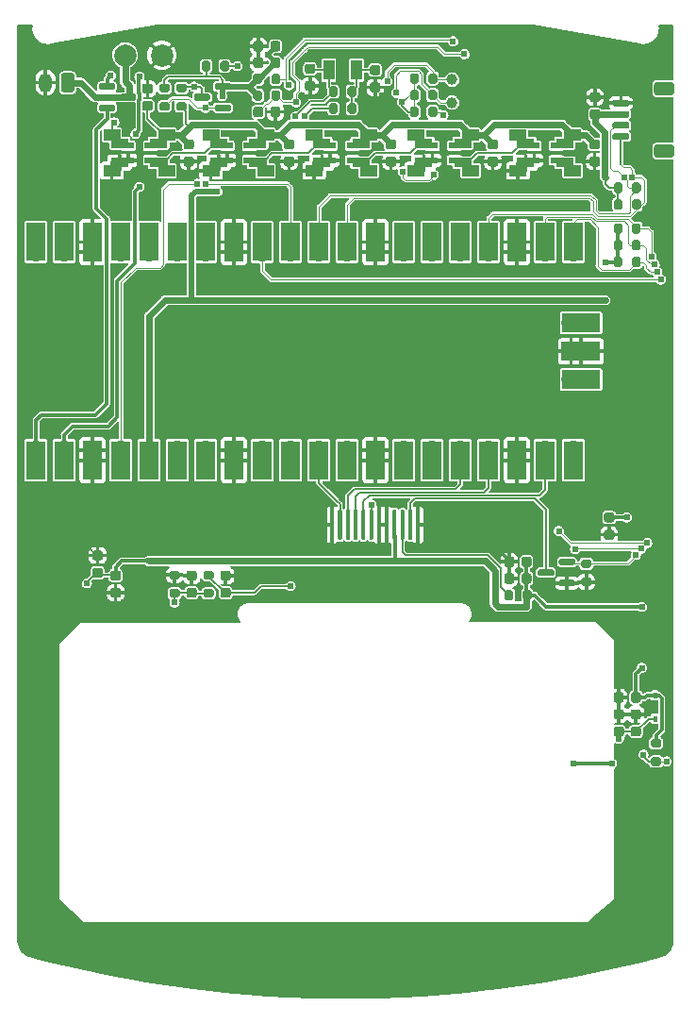
<source format=gbl>
G04 #@! TF.GenerationSoftware,KiCad,Pcbnew,6.0.7+dfsg-1~bpo11+1*
G04 #@! TF.CreationDate,2023-01-24T09:36:57+00:00*
G04 #@! TF.ProjectId,aws-iot-expresslink-demo-badge,6177732d-696f-4742-9d65-787072657373,1*
G04 #@! TF.SameCoordinates,Original*
G04 #@! TF.FileFunction,Copper,L2,Bot*
G04 #@! TF.FilePolarity,Positive*
%FSLAX46Y46*%
G04 Gerber Fmt 4.6, Leading zero omitted, Abs format (unit mm)*
G04 Created by KiCad (PCBNEW 6.0.7+dfsg-1~bpo11+1) date 2023-01-24 09:36:57*
%MOMM*%
%LPD*%
G01*
G04 APERTURE LIST*
G04 #@! TA.AperFunction,SMDPad,CuDef*
%ADD10R,1.000000X0.600000*%
G04 #@! TD*
G04 #@! TA.AperFunction,SMDPad,CuDef*
%ADD11R,1.600000X0.850000*%
G04 #@! TD*
G04 #@! TA.AperFunction,SMDPad,CuDef*
%ADD12R,1.500000X1.000000*%
G04 #@! TD*
G04 #@! TA.AperFunction,ComponentPad*
%ADD13O,1.700000X1.700000*%
G04 #@! TD*
G04 #@! TA.AperFunction,SMDPad,CuDef*
%ADD14R,1.700000X3.500000*%
G04 #@! TD*
G04 #@! TA.AperFunction,ComponentPad*
%ADD15R,1.700000X1.700000*%
G04 #@! TD*
G04 #@! TA.AperFunction,SMDPad,CuDef*
%ADD16R,3.500000X1.700000*%
G04 #@! TD*
G04 #@! TA.AperFunction,SMDPad,CuDef*
%ADD17R,1.000000X1.800000*%
G04 #@! TD*
G04 #@! TA.AperFunction,SMDPad,CuDef*
%ADD18C,2.000000*%
G04 #@! TD*
G04 #@! TA.AperFunction,SMDPad,CuDef*
%ADD19C,1.000000*%
G04 #@! TD*
G04 #@! TA.AperFunction,ComponentPad*
%ADD20O,1.200000X1.750000*%
G04 #@! TD*
G04 #@! TA.AperFunction,SMDPad,CuDef*
%ADD21R,0.450000X0.600000*%
G04 #@! TD*
G04 #@! TA.AperFunction,ViaPad*
%ADD22C,0.609600*%
G04 #@! TD*
G04 #@! TA.AperFunction,Conductor*
%ADD23C,0.152400*%
G04 #@! TD*
G04 #@! TA.AperFunction,Conductor*
%ADD24C,0.304800*%
G04 #@! TD*
G04 #@! TA.AperFunction,Conductor*
%ADD25C,0.609600*%
G04 #@! TD*
G04 #@! TA.AperFunction,Conductor*
%ADD26C,0.508000*%
G04 #@! TD*
G04 #@! TA.AperFunction,Conductor*
%ADD27C,0.381000*%
G04 #@! TD*
G04 #@! TA.AperFunction,Conductor*
%ADD28C,0.101600*%
G04 #@! TD*
G04 #@! TA.AperFunction,Conductor*
%ADD29C,0.127000*%
G04 #@! TD*
G04 #@! TA.AperFunction,Conductor*
%ADD30C,0.350520*%
G04 #@! TD*
G04 APERTURE END LIST*
G04 #@! TA.AperFunction,SMDPad,CuDef*
G36*
G01*
X117580800Y-129268500D02*
X117580800Y-131843500D01*
G75*
G02*
X117493300Y-131931000I-87500J0D01*
G01*
X117318300Y-131931000D01*
G75*
G02*
X117230800Y-131843500I0J87500D01*
G01*
X117230800Y-129268500D01*
G75*
G02*
X117318300Y-129181000I87500J0D01*
G01*
X117493300Y-129181000D01*
G75*
G02*
X117580800Y-129268500I0J-87500D01*
G01*
G37*
G04 #@! TD.AperFunction*
G04 #@! TA.AperFunction,SMDPad,CuDef*
G36*
G01*
X116880800Y-129268500D02*
X116880800Y-131843500D01*
G75*
G02*
X116793300Y-131931000I-87500J0D01*
G01*
X116618300Y-131931000D01*
G75*
G02*
X116530800Y-131843500I0J87500D01*
G01*
X116530800Y-129268500D01*
G75*
G02*
X116618300Y-129181000I87500J0D01*
G01*
X116793300Y-129181000D01*
G75*
G02*
X116880800Y-129268500I0J-87500D01*
G01*
G37*
G04 #@! TD.AperFunction*
G04 #@! TA.AperFunction,SMDPad,CuDef*
G36*
G01*
X116180800Y-129268500D02*
X116180800Y-131843500D01*
G75*
G02*
X116093300Y-131931000I-87500J0D01*
G01*
X115918300Y-131931000D01*
G75*
G02*
X115830800Y-131843500I0J87500D01*
G01*
X115830800Y-129268500D01*
G75*
G02*
X115918300Y-129181000I87500J0D01*
G01*
X116093300Y-129181000D01*
G75*
G02*
X116180800Y-129268500I0J-87500D01*
G01*
G37*
G04 #@! TD.AperFunction*
G04 #@! TA.AperFunction,SMDPad,CuDef*
G36*
G01*
X115480800Y-129268500D02*
X115480800Y-131843500D01*
G75*
G02*
X115393300Y-131931000I-87500J0D01*
G01*
X115218300Y-131931000D01*
G75*
G02*
X115130800Y-131843500I0J87500D01*
G01*
X115130800Y-129268500D01*
G75*
G02*
X115218300Y-129181000I87500J0D01*
G01*
X115393300Y-129181000D01*
G75*
G02*
X115480800Y-129268500I0J-87500D01*
G01*
G37*
G04 #@! TD.AperFunction*
G04 #@! TA.AperFunction,SMDPad,CuDef*
G36*
G01*
X114780800Y-129268500D02*
X114780800Y-131843500D01*
G75*
G02*
X114693300Y-131931000I-87500J0D01*
G01*
X114518300Y-131931000D01*
G75*
G02*
X114430800Y-131843500I0J87500D01*
G01*
X114430800Y-129268500D01*
G75*
G02*
X114518300Y-129181000I87500J0D01*
G01*
X114693300Y-129181000D01*
G75*
G02*
X114780800Y-129268500I0J-87500D01*
G01*
G37*
G04 #@! TD.AperFunction*
G04 #@! TA.AperFunction,SMDPad,CuDef*
G36*
G01*
X114080800Y-129268500D02*
X114080800Y-131843500D01*
G75*
G02*
X113993300Y-131931000I-87500J0D01*
G01*
X113818300Y-131931000D01*
G75*
G02*
X113730800Y-131843500I0J87500D01*
G01*
X113730800Y-129268500D01*
G75*
G02*
X113818300Y-129181000I87500J0D01*
G01*
X113993300Y-129181000D01*
G75*
G02*
X114080800Y-129268500I0J-87500D01*
G01*
G37*
G04 #@! TD.AperFunction*
G04 #@! TA.AperFunction,SMDPad,CuDef*
G36*
G01*
X113380800Y-129268500D02*
X113380800Y-131843500D01*
G75*
G02*
X113293300Y-131931000I-87500J0D01*
G01*
X113118300Y-131931000D01*
G75*
G02*
X113030800Y-131843500I0J87500D01*
G01*
X113030800Y-129268500D01*
G75*
G02*
X113118300Y-129181000I87500J0D01*
G01*
X113293300Y-129181000D01*
G75*
G02*
X113380800Y-129268500I0J-87500D01*
G01*
G37*
G04 #@! TD.AperFunction*
G04 #@! TA.AperFunction,SMDPad,CuDef*
G36*
G01*
X112680800Y-129268500D02*
X112680800Y-131843500D01*
G75*
G02*
X112593300Y-131931000I-87500J0D01*
G01*
X112418300Y-131931000D01*
G75*
G02*
X112330800Y-131843500I0J87500D01*
G01*
X112330800Y-129268500D01*
G75*
G02*
X112418300Y-129181000I87500J0D01*
G01*
X112593300Y-129181000D01*
G75*
G02*
X112680800Y-129268500I0J-87500D01*
G01*
G37*
G04 #@! TD.AperFunction*
G04 #@! TA.AperFunction,SMDPad,CuDef*
G36*
G01*
X111980800Y-129268500D02*
X111980800Y-131843500D01*
G75*
G02*
X111893300Y-131931000I-87500J0D01*
G01*
X111718300Y-131931000D01*
G75*
G02*
X111630800Y-131843500I0J87500D01*
G01*
X111630800Y-129268500D01*
G75*
G02*
X111718300Y-129181000I87500J0D01*
G01*
X111893300Y-129181000D01*
G75*
G02*
X111980800Y-129268500I0J-87500D01*
G01*
G37*
G04 #@! TD.AperFunction*
G04 #@! TA.AperFunction,SMDPad,CuDef*
G36*
G01*
X111280800Y-129268500D02*
X111280800Y-131843500D01*
G75*
G02*
X111193300Y-131931000I-87500J0D01*
G01*
X111018300Y-131931000D01*
G75*
G02*
X110930800Y-131843500I0J87500D01*
G01*
X110930800Y-129268500D01*
G75*
G02*
X111018300Y-129181000I87500J0D01*
G01*
X111193300Y-129181000D01*
G75*
G02*
X111280800Y-129268500I0J-87500D01*
G01*
G37*
G04 #@! TD.AperFunction*
G04 #@! TA.AperFunction,SMDPad,CuDef*
G36*
G01*
X110580800Y-129268500D02*
X110580800Y-131843500D01*
G75*
G02*
X110493300Y-131931000I-87500J0D01*
G01*
X110318300Y-131931000D01*
G75*
G02*
X110230800Y-131843500I0J87500D01*
G01*
X110230800Y-129268500D01*
G75*
G02*
X110318300Y-129181000I87500J0D01*
G01*
X110493300Y-129181000D01*
G75*
G02*
X110580800Y-129268500I0J-87500D01*
G01*
G37*
G04 #@! TD.AperFunction*
G04 #@! TA.AperFunction,SMDPad,CuDef*
G36*
G01*
X109880800Y-129268500D02*
X109880800Y-131843500D01*
G75*
G02*
X109793300Y-131931000I-87500J0D01*
G01*
X109618300Y-131931000D01*
G75*
G02*
X109530800Y-131843500I0J87500D01*
G01*
X109530800Y-129268500D01*
G75*
G02*
X109618300Y-129181000I87500J0D01*
G01*
X109793300Y-129181000D01*
G75*
G02*
X109880800Y-129268500I0J-87500D01*
G01*
G37*
G04 #@! TD.AperFunction*
G04 #@! TA.AperFunction,SMDPad,CuDef*
G36*
G01*
X125152400Y-135632000D02*
X125152400Y-135132000D01*
G75*
G02*
X125377400Y-134907000I225000J0D01*
G01*
X125827400Y-134907000D01*
G75*
G02*
X126052400Y-135132000I0J-225000D01*
G01*
X126052400Y-135632000D01*
G75*
G02*
X125827400Y-135857000I-225000J0D01*
G01*
X125377400Y-135857000D01*
G75*
G02*
X125152400Y-135632000I0J225000D01*
G01*
G37*
G04 #@! TD.AperFunction*
G04 #@! TA.AperFunction,SMDPad,CuDef*
G36*
G01*
X126702400Y-135632000D02*
X126702400Y-135132000D01*
G75*
G02*
X126927400Y-134907000I225000J0D01*
G01*
X127377400Y-134907000D01*
G75*
G02*
X127602400Y-135132000I0J-225000D01*
G01*
X127602400Y-135632000D01*
G75*
G02*
X127377400Y-135857000I-225000J0D01*
G01*
X126927400Y-135857000D01*
G75*
G02*
X126702400Y-135632000I0J225000D01*
G01*
G37*
G04 #@! TD.AperFunction*
G04 #@! TA.AperFunction,SMDPad,CuDef*
G36*
G01*
X131506800Y-133748600D02*
X131506800Y-134048600D01*
G75*
G02*
X131356800Y-134198600I-150000J0D01*
G01*
X130181800Y-134198600D01*
G75*
G02*
X130031800Y-134048600I0J150000D01*
G01*
X130031800Y-133748600D01*
G75*
G02*
X130181800Y-133598600I150000J0D01*
G01*
X131356800Y-133598600D01*
G75*
G02*
X131506800Y-133748600I0J-150000D01*
G01*
G37*
G04 #@! TD.AperFunction*
G04 #@! TA.AperFunction,SMDPad,CuDef*
G36*
G01*
X131506800Y-135648600D02*
X131506800Y-135948600D01*
G75*
G02*
X131356800Y-136098600I-150000J0D01*
G01*
X130181800Y-136098600D01*
G75*
G02*
X130031800Y-135948600I0J150000D01*
G01*
X130031800Y-135648600D01*
G75*
G02*
X130181800Y-135498600I150000J0D01*
G01*
X131356800Y-135498600D01*
G75*
G02*
X131506800Y-135648600I0J-150000D01*
G01*
G37*
G04 #@! TD.AperFunction*
G04 #@! TA.AperFunction,SMDPad,CuDef*
G36*
G01*
X129631800Y-134698600D02*
X129631800Y-134998600D01*
G75*
G02*
X129481800Y-135148600I-150000J0D01*
G01*
X128306800Y-135148600D01*
G75*
G02*
X128156800Y-134998600I0J150000D01*
G01*
X128156800Y-134698600D01*
G75*
G02*
X128306800Y-134548600I150000J0D01*
G01*
X129481800Y-134548600D01*
G75*
G02*
X129631800Y-134698600I0J-150000D01*
G01*
G37*
G04 #@! TD.AperFunction*
G04 #@! TA.AperFunction,SMDPad,CuDef*
G36*
G01*
X115235800Y-98430800D02*
X114735800Y-98430800D01*
G75*
G02*
X114510800Y-98205800I0J225000D01*
G01*
X114510800Y-97755800D01*
G75*
G02*
X114735800Y-97530800I225000J0D01*
G01*
X115235800Y-97530800D01*
G75*
G02*
X115460800Y-97755800I0J-225000D01*
G01*
X115460800Y-98205800D01*
G75*
G02*
X115235800Y-98430800I-225000J0D01*
G01*
G37*
G04 #@! TD.AperFunction*
G04 #@! TA.AperFunction,SMDPad,CuDef*
G36*
G01*
X115235800Y-96880800D02*
X114735800Y-96880800D01*
G75*
G02*
X114510800Y-96655800I0J225000D01*
G01*
X114510800Y-96205800D01*
G75*
G02*
X114735800Y-95980800I225000J0D01*
G01*
X115235800Y-95980800D01*
G75*
G02*
X115460800Y-96205800I0J-225000D01*
G01*
X115460800Y-96655800D01*
G75*
G02*
X115235800Y-96880800I-225000J0D01*
G01*
G37*
G04 #@! TD.AperFunction*
D10*
X127828800Y-97855800D03*
D11*
X127078800Y-98080800D03*
D12*
X126378800Y-98805800D03*
D11*
X127078800Y-96330800D03*
D10*
X127828800Y-96555800D03*
D12*
X126378800Y-95605800D03*
D10*
X129828800Y-96555800D03*
D11*
X130578800Y-96330800D03*
D12*
X131278800Y-95605800D03*
D10*
X129828800Y-97855800D03*
D12*
X131278800Y-98805800D03*
D11*
X130578800Y-98080800D03*
D13*
X83108800Y-106095800D03*
D14*
X83108800Y-105195800D03*
X85648800Y-105195800D03*
D13*
X85648800Y-106095800D03*
D15*
X88188800Y-106095800D03*
D14*
X88188800Y-105195800D03*
X90728800Y-105195800D03*
D13*
X90728800Y-106095800D03*
D14*
X93268800Y-105195800D03*
D13*
X93268800Y-106095800D03*
X95808800Y-106095800D03*
D14*
X95808800Y-105195800D03*
X98348800Y-105195800D03*
D13*
X98348800Y-106095800D03*
D14*
X100888800Y-105195800D03*
D15*
X100888800Y-106095800D03*
D14*
X103428800Y-105195800D03*
D13*
X103428800Y-106095800D03*
D14*
X105968800Y-105195800D03*
D13*
X105968800Y-106095800D03*
X108508800Y-106095800D03*
D14*
X108508800Y-105195800D03*
D13*
X111048800Y-106095800D03*
D14*
X111048800Y-105195800D03*
X113588800Y-105195800D03*
D15*
X113588800Y-106095800D03*
D14*
X116128800Y-105195800D03*
D13*
X116128800Y-106095800D03*
X118668800Y-106095800D03*
D14*
X118668800Y-105195800D03*
X121208800Y-105195800D03*
D13*
X121208800Y-106095800D03*
D14*
X123748800Y-105195800D03*
D13*
X123748800Y-106095800D03*
D15*
X126288800Y-106095800D03*
D14*
X126288800Y-105195800D03*
X128828800Y-105195800D03*
D13*
X128828800Y-106095800D03*
X131368800Y-106095800D03*
D14*
X131368800Y-105195800D03*
X131368800Y-124775800D03*
D13*
X131368800Y-123875800D03*
X128828800Y-123875800D03*
D14*
X128828800Y-124775800D03*
D15*
X126288800Y-123875800D03*
D14*
X126288800Y-124775800D03*
D13*
X123748800Y-123875800D03*
D14*
X123748800Y-124775800D03*
D13*
X121208800Y-123875800D03*
D14*
X121208800Y-124775800D03*
X118668800Y-124775800D03*
D13*
X118668800Y-123875800D03*
D14*
X116128800Y-124775800D03*
D13*
X116128800Y-123875800D03*
D14*
X113588800Y-124775800D03*
D15*
X113588800Y-123875800D03*
D14*
X111048800Y-124775800D03*
D13*
X111048800Y-123875800D03*
X108508800Y-123875800D03*
D14*
X108508800Y-124775800D03*
X105968800Y-124775800D03*
D13*
X105968800Y-123875800D03*
X103428800Y-123875800D03*
D14*
X103428800Y-124775800D03*
D15*
X100888800Y-123875800D03*
D14*
X100888800Y-124775800D03*
D13*
X98348800Y-123875800D03*
D14*
X98348800Y-124775800D03*
X95808800Y-124775800D03*
D13*
X95808800Y-123875800D03*
D14*
X93268800Y-124775800D03*
D13*
X93268800Y-123875800D03*
D14*
X90728800Y-124775800D03*
D13*
X90728800Y-123875800D03*
D14*
X88188800Y-124775800D03*
D15*
X88188800Y-123875800D03*
D14*
X85648800Y-124775800D03*
D13*
X85648800Y-123875800D03*
D14*
X83108800Y-124775800D03*
D13*
X83108800Y-123875800D03*
D16*
X132038800Y-112445800D03*
D13*
X131138800Y-112445800D03*
D15*
X131138800Y-114985800D03*
D16*
X132038800Y-114985800D03*
D13*
X131138800Y-117525800D03*
D16*
X132038800Y-117525800D03*
G04 #@! TA.AperFunction,SMDPad,CuDef*
G36*
G01*
X92870928Y-90977000D02*
X93370928Y-90977000D01*
G75*
G02*
X93595928Y-91202000I0J-225000D01*
G01*
X93595928Y-91652000D01*
G75*
G02*
X93370928Y-91877000I-225000J0D01*
G01*
X92870928Y-91877000D01*
G75*
G02*
X92645928Y-91652000I0J225000D01*
G01*
X92645928Y-91202000D01*
G75*
G02*
X92870928Y-90977000I225000J0D01*
G01*
G37*
G04 #@! TD.AperFunction*
G04 #@! TA.AperFunction,SMDPad,CuDef*
G36*
G01*
X92870928Y-92527000D02*
X93370928Y-92527000D01*
G75*
G02*
X93595928Y-92752000I0J-225000D01*
G01*
X93595928Y-93202000D01*
G75*
G02*
X93370928Y-93427000I-225000J0D01*
G01*
X92870928Y-93427000D01*
G75*
G02*
X92645928Y-93202000I0J225000D01*
G01*
X92645928Y-92752000D01*
G75*
G02*
X92870928Y-92527000I225000J0D01*
G01*
G37*
G04 #@! TD.AperFunction*
G04 #@! TA.AperFunction,SMDPad,CuDef*
G36*
G01*
X95279800Y-134665000D02*
X95829800Y-134665000D01*
G75*
G02*
X96029800Y-134865000I0J-200000D01*
G01*
X96029800Y-135265000D01*
G75*
G02*
X95829800Y-135465000I-200000J0D01*
G01*
X95279800Y-135465000D01*
G75*
G02*
X95079800Y-135265000I0J200000D01*
G01*
X95079800Y-134865000D01*
G75*
G02*
X95279800Y-134665000I200000J0D01*
G01*
G37*
G04 #@! TD.AperFunction*
G04 #@! TA.AperFunction,SMDPad,CuDef*
G36*
G01*
X95279800Y-136315000D02*
X95829800Y-136315000D01*
G75*
G02*
X96029800Y-136515000I0J-200000D01*
G01*
X96029800Y-136915000D01*
G75*
G02*
X95829800Y-137115000I-200000J0D01*
G01*
X95279800Y-137115000D01*
G75*
G02*
X95079800Y-136915000I0J200000D01*
G01*
X95079800Y-136515000D01*
G75*
G02*
X95279800Y-136315000I200000J0D01*
G01*
G37*
G04 #@! TD.AperFunction*
G04 #@! TA.AperFunction,SMDPad,CuDef*
G36*
G01*
X119131800Y-90250600D02*
X119131800Y-90800600D01*
G75*
G02*
X118931800Y-91000600I-200000J0D01*
G01*
X118531800Y-91000600D01*
G75*
G02*
X118331800Y-90800600I0J200000D01*
G01*
X118331800Y-90250600D01*
G75*
G02*
X118531800Y-90050600I200000J0D01*
G01*
X118931800Y-90050600D01*
G75*
G02*
X119131800Y-90250600I0J-200000D01*
G01*
G37*
G04 #@! TD.AperFunction*
G04 #@! TA.AperFunction,SMDPad,CuDef*
G36*
G01*
X117481800Y-90250600D02*
X117481800Y-90800600D01*
G75*
G02*
X117281800Y-91000600I-200000J0D01*
G01*
X116881800Y-91000600D01*
G75*
G02*
X116681800Y-90800600I0J200000D01*
G01*
X116681800Y-90250600D01*
G75*
G02*
X116881800Y-90050600I200000J0D01*
G01*
X117281800Y-90050600D01*
G75*
G02*
X117481800Y-90250600I0J-200000D01*
G01*
G37*
G04 #@! TD.AperFunction*
G04 #@! TA.AperFunction,SMDPad,CuDef*
G36*
G01*
X102610200Y-89353200D02*
X102610200Y-88853200D01*
G75*
G02*
X102835200Y-88628200I225000J0D01*
G01*
X103285200Y-88628200D01*
G75*
G02*
X103510200Y-88853200I0J-225000D01*
G01*
X103510200Y-89353200D01*
G75*
G02*
X103285200Y-89578200I-225000J0D01*
G01*
X102835200Y-89578200D01*
G75*
G02*
X102610200Y-89353200I0J225000D01*
G01*
G37*
G04 #@! TD.AperFunction*
G04 #@! TA.AperFunction,SMDPad,CuDef*
G36*
G01*
X104160200Y-89353200D02*
X104160200Y-88853200D01*
G75*
G02*
X104385200Y-88628200I225000J0D01*
G01*
X104835200Y-88628200D01*
G75*
G02*
X105060200Y-88853200I0J-225000D01*
G01*
X105060200Y-89353200D01*
G75*
G02*
X104835200Y-89578200I-225000J0D01*
G01*
X104385200Y-89578200D01*
G75*
G02*
X104160200Y-89353200I0J225000D01*
G01*
G37*
G04 #@! TD.AperFunction*
D17*
X111892400Y-89789000D03*
X109392400Y-89789000D03*
G04 #@! TA.AperFunction,SMDPad,CuDef*
G36*
G01*
X97074800Y-98430800D02*
X96574800Y-98430800D01*
G75*
G02*
X96349800Y-98205800I0J225000D01*
G01*
X96349800Y-97755800D01*
G75*
G02*
X96574800Y-97530800I225000J0D01*
G01*
X97074800Y-97530800D01*
G75*
G02*
X97299800Y-97755800I0J-225000D01*
G01*
X97299800Y-98205800D01*
G75*
G02*
X97074800Y-98430800I-225000J0D01*
G01*
G37*
G04 #@! TD.AperFunction*
G04 #@! TA.AperFunction,SMDPad,CuDef*
G36*
G01*
X97074800Y-96880800D02*
X96574800Y-96880800D01*
G75*
G02*
X96349800Y-96655800I0J225000D01*
G01*
X96349800Y-96205800D01*
G75*
G02*
X96574800Y-95980800I225000J0D01*
G01*
X97074800Y-95980800D01*
G75*
G02*
X97299800Y-96205800I0J-225000D01*
G01*
X97299800Y-96655800D01*
G75*
G02*
X97074800Y-96880800I-225000J0D01*
G01*
G37*
G04 #@! TD.AperFunction*
G04 #@! TA.AperFunction,SMDPad,CuDef*
G36*
G01*
X100633400Y-91102000D02*
X100633400Y-91402000D01*
G75*
G02*
X100483400Y-91552000I-150000J0D01*
G01*
X99308400Y-91552000D01*
G75*
G02*
X99158400Y-91402000I0J150000D01*
G01*
X99158400Y-91102000D01*
G75*
G02*
X99308400Y-90952000I150000J0D01*
G01*
X100483400Y-90952000D01*
G75*
G02*
X100633400Y-91102000I0J-150000D01*
G01*
G37*
G04 #@! TD.AperFunction*
G04 #@! TA.AperFunction,SMDPad,CuDef*
G36*
G01*
X100633400Y-93002000D02*
X100633400Y-93302000D01*
G75*
G02*
X100483400Y-93452000I-150000J0D01*
G01*
X99308400Y-93452000D01*
G75*
G02*
X99158400Y-93302000I0J150000D01*
G01*
X99158400Y-93002000D01*
G75*
G02*
X99308400Y-92852000I150000J0D01*
G01*
X100483400Y-92852000D01*
G75*
G02*
X100633400Y-93002000I0J-150000D01*
G01*
G37*
G04 #@! TD.AperFunction*
G04 #@! TA.AperFunction,SMDPad,CuDef*
G36*
G01*
X98758400Y-92052000D02*
X98758400Y-92352000D01*
G75*
G02*
X98608400Y-92502000I-150000J0D01*
G01*
X97433400Y-92502000D01*
G75*
G02*
X97283400Y-92352000I0J150000D01*
G01*
X97283400Y-92052000D01*
G75*
G02*
X97433400Y-91902000I150000J0D01*
G01*
X98608400Y-91902000D01*
G75*
G02*
X98758400Y-92052000I0J-150000D01*
G01*
G37*
G04 #@! TD.AperFunction*
D18*
X91109800Y-88442799D03*
G04 #@! TA.AperFunction,SMDPad,CuDef*
G36*
G01*
X96828800Y-134665000D02*
X97328800Y-134665000D01*
G75*
G02*
X97553800Y-134890000I0J-225000D01*
G01*
X97553800Y-135340000D01*
G75*
G02*
X97328800Y-135565000I-225000J0D01*
G01*
X96828800Y-135565000D01*
G75*
G02*
X96603800Y-135340000I0J225000D01*
G01*
X96603800Y-134890000D01*
G75*
G02*
X96828800Y-134665000I225000J0D01*
G01*
G37*
G04 #@! TD.AperFunction*
G04 #@! TA.AperFunction,SMDPad,CuDef*
G36*
G01*
X96828800Y-136215000D02*
X97328800Y-136215000D01*
G75*
G02*
X97553800Y-136440000I0J-225000D01*
G01*
X97553800Y-136890000D01*
G75*
G02*
X97328800Y-137115000I-225000J0D01*
G01*
X96828800Y-137115000D01*
G75*
G02*
X96603800Y-136890000I0J225000D01*
G01*
X96603800Y-136440000D01*
G75*
G02*
X96828800Y-136215000I225000J0D01*
G01*
G37*
G04 #@! TD.AperFunction*
D11*
X117934800Y-98080800D03*
D12*
X117234800Y-98805800D03*
D10*
X118684800Y-97855800D03*
X118684800Y-96555800D03*
D12*
X117234800Y-95605800D03*
D11*
X117934800Y-96330800D03*
X121434800Y-96330800D03*
D12*
X122134800Y-95605800D03*
D10*
X120684800Y-96555800D03*
X120684800Y-97855800D03*
D12*
X122134800Y-98805800D03*
D11*
X121434800Y-98080800D03*
G04 #@! TA.AperFunction,SMDPad,CuDef*
G36*
G01*
X100437400Y-89133000D02*
X100437400Y-89683000D01*
G75*
G02*
X100237400Y-89883000I-200000J0D01*
G01*
X99837400Y-89883000D01*
G75*
G02*
X99637400Y-89683000I0J200000D01*
G01*
X99637400Y-89133000D01*
G75*
G02*
X99837400Y-88933000I200000J0D01*
G01*
X100237400Y-88933000D01*
G75*
G02*
X100437400Y-89133000I0J-200000D01*
G01*
G37*
G04 #@! TD.AperFunction*
G04 #@! TA.AperFunction,SMDPad,CuDef*
G36*
G01*
X98787400Y-89133000D02*
X98787400Y-89683000D01*
G75*
G02*
X98587400Y-89883000I-200000J0D01*
G01*
X98187400Y-89883000D01*
G75*
G02*
X97987400Y-89683000I0J200000D01*
G01*
X97987400Y-89133000D01*
G75*
G02*
X98187400Y-88933000I200000J0D01*
G01*
X98587400Y-88933000D01*
G75*
G02*
X98787400Y-89133000I0J-200000D01*
G01*
G37*
G04 #@! TD.AperFunction*
G04 #@! TA.AperFunction,SMDPad,CuDef*
G36*
G01*
X132799200Y-136099000D02*
X132249200Y-136099000D01*
G75*
G02*
X132049200Y-135899000I0J200000D01*
G01*
X132049200Y-135499000D01*
G75*
G02*
X132249200Y-135299000I200000J0D01*
G01*
X132799200Y-135299000D01*
G75*
G02*
X132999200Y-135499000I0J-200000D01*
G01*
X132999200Y-135899000D01*
G75*
G02*
X132799200Y-136099000I-200000J0D01*
G01*
G37*
G04 #@! TD.AperFunction*
G04 #@! TA.AperFunction,SMDPad,CuDef*
G36*
G01*
X132799200Y-134449000D02*
X132249200Y-134449000D01*
G75*
G02*
X132049200Y-134249000I0J200000D01*
G01*
X132049200Y-133849000D01*
G75*
G02*
X132249200Y-133649000I200000J0D01*
G01*
X132799200Y-133649000D01*
G75*
G02*
X132999200Y-133849000I0J-200000D01*
G01*
X132999200Y-134249000D01*
G75*
G02*
X132799200Y-134449000I-200000J0D01*
G01*
G37*
G04 #@! TD.AperFunction*
G04 #@! TA.AperFunction,SMDPad,CuDef*
G36*
G01*
X102610200Y-93772800D02*
X102610200Y-93272800D01*
G75*
G02*
X102835200Y-93047800I225000J0D01*
G01*
X103285200Y-93047800D01*
G75*
G02*
X103510200Y-93272800I0J-225000D01*
G01*
X103510200Y-93772800D01*
G75*
G02*
X103285200Y-93997800I-225000J0D01*
G01*
X102835200Y-93997800D01*
G75*
G02*
X102610200Y-93772800I0J225000D01*
G01*
G37*
G04 #@! TD.AperFunction*
G04 #@! TA.AperFunction,SMDPad,CuDef*
G36*
G01*
X104160200Y-93772800D02*
X104160200Y-93272800D01*
G75*
G02*
X104385200Y-93047800I225000J0D01*
G01*
X104835200Y-93047800D01*
G75*
G02*
X105060200Y-93272800I0J-225000D01*
G01*
X105060200Y-93772800D01*
G75*
G02*
X104835200Y-93997800I-225000J0D01*
G01*
X104385200Y-93997800D01*
G75*
G02*
X104160200Y-93772800I0J225000D01*
G01*
G37*
G04 #@! TD.AperFunction*
G04 #@! TA.AperFunction,SMDPad,CuDef*
G36*
G01*
X102610200Y-87880000D02*
X102610200Y-87380000D01*
G75*
G02*
X102835200Y-87155000I225000J0D01*
G01*
X103285200Y-87155000D01*
G75*
G02*
X103510200Y-87380000I0J-225000D01*
G01*
X103510200Y-87880000D01*
G75*
G02*
X103285200Y-88105000I-225000J0D01*
G01*
X102835200Y-88105000D01*
G75*
G02*
X102610200Y-87880000I0J225000D01*
G01*
G37*
G04 #@! TD.AperFunction*
G04 #@! TA.AperFunction,SMDPad,CuDef*
G36*
G01*
X104160200Y-87880000D02*
X104160200Y-87380000D01*
G75*
G02*
X104385200Y-87155000I225000J0D01*
G01*
X104835200Y-87155000D01*
G75*
G02*
X105060200Y-87380000I0J-225000D01*
G01*
X105060200Y-87880000D01*
G75*
G02*
X104835200Y-88105000I-225000J0D01*
G01*
X104385200Y-88105000D01*
G75*
G02*
X104160200Y-87880000I0J225000D01*
G01*
G37*
G04 #@! TD.AperFunction*
G04 #@! TA.AperFunction,SMDPad,CuDef*
G36*
G01*
X111867400Y-92943000D02*
X111867400Y-93493000D01*
G75*
G02*
X111667400Y-93693000I-200000J0D01*
G01*
X111267400Y-93693000D01*
G75*
G02*
X111067400Y-93493000I0J200000D01*
G01*
X111067400Y-92943000D01*
G75*
G02*
X111267400Y-92743000I200000J0D01*
G01*
X111667400Y-92743000D01*
G75*
G02*
X111867400Y-92943000I0J-200000D01*
G01*
G37*
G04 #@! TD.AperFunction*
G04 #@! TA.AperFunction,SMDPad,CuDef*
G36*
G01*
X110217400Y-92943000D02*
X110217400Y-93493000D01*
G75*
G02*
X110017400Y-93693000I-200000J0D01*
G01*
X109617400Y-93693000D01*
G75*
G02*
X109417400Y-93493000I0J200000D01*
G01*
X109417400Y-92943000D01*
G75*
G02*
X109617400Y-92743000I200000J0D01*
G01*
X110017400Y-92743000D01*
G75*
G02*
X110217400Y-92943000I0J-200000D01*
G01*
G37*
G04 #@! TD.AperFunction*
G04 #@! TA.AperFunction,SMDPad,CuDef*
G36*
G01*
X133523800Y-98430800D02*
X133023800Y-98430800D01*
G75*
G02*
X132798800Y-98205800I0J225000D01*
G01*
X132798800Y-97755800D01*
G75*
G02*
X133023800Y-97530800I225000J0D01*
G01*
X133523800Y-97530800D01*
G75*
G02*
X133748800Y-97755800I0J-225000D01*
G01*
X133748800Y-98205800D01*
G75*
G02*
X133523800Y-98430800I-225000J0D01*
G01*
G37*
G04 #@! TD.AperFunction*
G04 #@! TA.AperFunction,SMDPad,CuDef*
G36*
G01*
X133523800Y-96880800D02*
X133023800Y-96880800D01*
G75*
G02*
X132798800Y-96655800I0J225000D01*
G01*
X132798800Y-96205800D01*
G75*
G02*
X133023800Y-95980800I225000J0D01*
G01*
X133523800Y-95980800D01*
G75*
G02*
X133748800Y-96205800I0J-225000D01*
G01*
X133748800Y-96655800D01*
G75*
G02*
X133523800Y-96880800I-225000J0D01*
G01*
G37*
G04 #@! TD.AperFunction*
G04 #@! TA.AperFunction,SMDPad,CuDef*
G36*
G01*
X137419800Y-101553600D02*
X137419800Y-102103600D01*
G75*
G02*
X137219800Y-102303600I-200000J0D01*
G01*
X136819800Y-102303600D01*
G75*
G02*
X136619800Y-102103600I0J200000D01*
G01*
X136619800Y-101553600D01*
G75*
G02*
X136819800Y-101353600I200000J0D01*
G01*
X137219800Y-101353600D01*
G75*
G02*
X137419800Y-101553600I0J-200000D01*
G01*
G37*
G04 #@! TD.AperFunction*
G04 #@! TA.AperFunction,SMDPad,CuDef*
G36*
G01*
X135769800Y-101553600D02*
X135769800Y-102103600D01*
G75*
G02*
X135569800Y-102303600I-200000J0D01*
G01*
X135169800Y-102303600D01*
G75*
G02*
X134969800Y-102103600I0J200000D01*
G01*
X134969800Y-101553600D01*
G75*
G02*
X135169800Y-101353600I200000J0D01*
G01*
X135569800Y-101353600D01*
G75*
G02*
X135769800Y-101553600I0J-200000D01*
G01*
G37*
G04 #@! TD.AperFunction*
G04 #@! TA.AperFunction,SMDPad,CuDef*
G36*
G01*
X105060200Y-91774600D02*
X105060200Y-92324600D01*
G75*
G02*
X104860200Y-92524600I-200000J0D01*
G01*
X104460200Y-92524600D01*
G75*
G02*
X104260200Y-92324600I0J200000D01*
G01*
X104260200Y-91774600D01*
G75*
G02*
X104460200Y-91574600I200000J0D01*
G01*
X104860200Y-91574600D01*
G75*
G02*
X105060200Y-91774600I0J-200000D01*
G01*
G37*
G04 #@! TD.AperFunction*
G04 #@! TA.AperFunction,SMDPad,CuDef*
G36*
G01*
X103410200Y-91774600D02*
X103410200Y-92324600D01*
G75*
G02*
X103210200Y-92524600I-200000J0D01*
G01*
X102810200Y-92524600D01*
G75*
G02*
X102610200Y-92324600I0J200000D01*
G01*
X102610200Y-91774600D01*
G75*
G02*
X102810200Y-91574600I200000J0D01*
G01*
X103210200Y-91574600D01*
G75*
G02*
X103410200Y-91774600I0J-200000D01*
G01*
G37*
G04 #@! TD.AperFunction*
D19*
X120472200Y-92684600D03*
G04 #@! TA.AperFunction,SMDPad,CuDef*
G36*
G01*
X106091800Y-98430800D02*
X105591800Y-98430800D01*
G75*
G02*
X105366800Y-98205800I0J225000D01*
G01*
X105366800Y-97755800D01*
G75*
G02*
X105591800Y-97530800I225000J0D01*
G01*
X106091800Y-97530800D01*
G75*
G02*
X106316800Y-97755800I0J-225000D01*
G01*
X106316800Y-98205800D01*
G75*
G02*
X106091800Y-98430800I-225000J0D01*
G01*
G37*
G04 #@! TD.AperFunction*
G04 #@! TA.AperFunction,SMDPad,CuDef*
G36*
G01*
X106091800Y-96880800D02*
X105591800Y-96880800D01*
G75*
G02*
X105366800Y-96655800I0J225000D01*
G01*
X105366800Y-96205800D01*
G75*
G02*
X105591800Y-95980800I225000J0D01*
G01*
X106091800Y-95980800D01*
G75*
G02*
X106316800Y-96205800I0J-225000D01*
G01*
X106316800Y-96655800D01*
G75*
G02*
X106091800Y-96880800I-225000J0D01*
G01*
G37*
G04 #@! TD.AperFunction*
G04 #@! TA.AperFunction,SMDPad,CuDef*
G36*
G01*
X107971400Y-91649000D02*
X107471400Y-91649000D01*
G75*
G02*
X107246400Y-91424000I0J225000D01*
G01*
X107246400Y-90974000D01*
G75*
G02*
X107471400Y-90749000I225000J0D01*
G01*
X107971400Y-90749000D01*
G75*
G02*
X108196400Y-90974000I0J-225000D01*
G01*
X108196400Y-91424000D01*
G75*
G02*
X107971400Y-91649000I-225000J0D01*
G01*
G37*
G04 #@! TD.AperFunction*
G04 #@! TA.AperFunction,SMDPad,CuDef*
G36*
G01*
X107971400Y-90099000D02*
X107471400Y-90099000D01*
G75*
G02*
X107246400Y-89874000I0J225000D01*
G01*
X107246400Y-89424000D01*
G75*
G02*
X107471400Y-89199000I225000J0D01*
G01*
X107971400Y-89199000D01*
G75*
G02*
X108196400Y-89424000I0J-225000D01*
G01*
X108196400Y-89874000D01*
G75*
G02*
X107971400Y-90099000I-225000J0D01*
G01*
G37*
G04 #@! TD.AperFunction*
G04 #@! TA.AperFunction,SMDPad,CuDef*
G36*
G01*
X105060200Y-90301400D02*
X105060200Y-90851400D01*
G75*
G02*
X104860200Y-91051400I-200000J0D01*
G01*
X104460200Y-91051400D01*
G75*
G02*
X104260200Y-90851400I0J200000D01*
G01*
X104260200Y-90301400D01*
G75*
G02*
X104460200Y-90101400I200000J0D01*
G01*
X104860200Y-90101400D01*
G75*
G02*
X105060200Y-90301400I0J-200000D01*
G01*
G37*
G04 #@! TD.AperFunction*
G04 #@! TA.AperFunction,SMDPad,CuDef*
G36*
G01*
X103410200Y-90301400D02*
X103410200Y-90851400D01*
G75*
G02*
X103210200Y-91051400I-200000J0D01*
G01*
X102810200Y-91051400D01*
G75*
G02*
X102610200Y-90851400I0J200000D01*
G01*
X102610200Y-90301400D01*
G75*
G02*
X102810200Y-90101400I200000J0D01*
G01*
X103210200Y-90101400D01*
G75*
G02*
X103410200Y-90301400I0J-200000D01*
G01*
G37*
G04 #@! TD.AperFunction*
G04 #@! TA.AperFunction,SMDPad,CuDef*
G36*
G01*
X95889400Y-90977000D02*
X96439400Y-90977000D01*
G75*
G02*
X96639400Y-91177000I0J-200000D01*
G01*
X96639400Y-91577000D01*
G75*
G02*
X96439400Y-91777000I-200000J0D01*
G01*
X95889400Y-91777000D01*
G75*
G02*
X95689400Y-91577000I0J200000D01*
G01*
X95689400Y-91177000D01*
G75*
G02*
X95889400Y-90977000I200000J0D01*
G01*
G37*
G04 #@! TD.AperFunction*
G04 #@! TA.AperFunction,SMDPad,CuDef*
G36*
G01*
X95889400Y-92627000D02*
X96439400Y-92627000D01*
G75*
G02*
X96639400Y-92827000I0J-200000D01*
G01*
X96639400Y-93227000D01*
G75*
G02*
X96439400Y-93427000I-200000J0D01*
G01*
X95889400Y-93427000D01*
G75*
G02*
X95689400Y-93227000I0J200000D01*
G01*
X95689400Y-92827000D01*
G75*
G02*
X95889400Y-92627000I200000J0D01*
G01*
G37*
G04 #@! TD.AperFunction*
G04 #@! TA.AperFunction,SMDPad,CuDef*
G36*
G01*
X134992200Y-92434000D02*
X136242200Y-92434000D01*
G75*
G02*
X136392200Y-92584000I0J-150000D01*
G01*
X136392200Y-92884000D01*
G75*
G02*
X136242200Y-93034000I-150000J0D01*
G01*
X134992200Y-93034000D01*
G75*
G02*
X134842200Y-92884000I0J150000D01*
G01*
X134842200Y-92584000D01*
G75*
G02*
X134992200Y-92434000I150000J0D01*
G01*
G37*
G04 #@! TD.AperFunction*
G04 #@! TA.AperFunction,SMDPad,CuDef*
G36*
G01*
X134992200Y-93434000D02*
X136242200Y-93434000D01*
G75*
G02*
X136392200Y-93584000I0J-150000D01*
G01*
X136392200Y-93884000D01*
G75*
G02*
X136242200Y-94034000I-150000J0D01*
G01*
X134992200Y-94034000D01*
G75*
G02*
X134842200Y-93884000I0J150000D01*
G01*
X134842200Y-93584000D01*
G75*
G02*
X134992200Y-93434000I150000J0D01*
G01*
G37*
G04 #@! TD.AperFunction*
G04 #@! TA.AperFunction,SMDPad,CuDef*
G36*
G01*
X134992200Y-94434000D02*
X136242200Y-94434000D01*
G75*
G02*
X136392200Y-94584000I0J-150000D01*
G01*
X136392200Y-94884000D01*
G75*
G02*
X136242200Y-95034000I-150000J0D01*
G01*
X134992200Y-95034000D01*
G75*
G02*
X134842200Y-94884000I0J150000D01*
G01*
X134842200Y-94584000D01*
G75*
G02*
X134992200Y-94434000I150000J0D01*
G01*
G37*
G04 #@! TD.AperFunction*
G04 #@! TA.AperFunction,SMDPad,CuDef*
G36*
G01*
X134992200Y-95434000D02*
X136242200Y-95434000D01*
G75*
G02*
X136392200Y-95584000I0J-150000D01*
G01*
X136392200Y-95884000D01*
G75*
G02*
X136242200Y-96034000I-150000J0D01*
G01*
X134992200Y-96034000D01*
G75*
G02*
X134842200Y-95884000I0J150000D01*
G01*
X134842200Y-95584000D01*
G75*
G02*
X134992200Y-95434000I150000J0D01*
G01*
G37*
G04 #@! TD.AperFunction*
G04 #@! TA.AperFunction,SMDPad,CuDef*
G36*
G01*
X138842200Y-90834000D02*
X140142200Y-90834000D01*
G75*
G02*
X140392200Y-91084000I0J-250000D01*
G01*
X140392200Y-91784000D01*
G75*
G02*
X140142200Y-92034000I-250000J0D01*
G01*
X138842200Y-92034000D01*
G75*
G02*
X138592200Y-91784000I0J250000D01*
G01*
X138592200Y-91084000D01*
G75*
G02*
X138842200Y-90834000I250000J0D01*
G01*
G37*
G04 #@! TD.AperFunction*
G04 #@! TA.AperFunction,SMDPad,CuDef*
G36*
G01*
X138842200Y-96434000D02*
X140142200Y-96434000D01*
G75*
G02*
X140392200Y-96684000I0J-250000D01*
G01*
X140392200Y-97384000D01*
G75*
G02*
X140142200Y-97634000I-250000J0D01*
G01*
X138842200Y-97634000D01*
G75*
G02*
X138592200Y-97384000I0J250000D01*
G01*
X138592200Y-96684000D01*
G75*
G02*
X138842200Y-96434000I250000J0D01*
G01*
G37*
G04 #@! TD.AperFunction*
D11*
X108780792Y-98080800D03*
D10*
X109530792Y-97855800D03*
D12*
X108080792Y-98805800D03*
D11*
X108780792Y-96330800D03*
D12*
X108080792Y-95605800D03*
D10*
X109530792Y-96555800D03*
D12*
X112980792Y-95605800D03*
D10*
X111530792Y-96555800D03*
D11*
X112280792Y-96330800D03*
D12*
X112980792Y-98805800D03*
D11*
X112280792Y-98080800D03*
D10*
X111530792Y-97855800D03*
G04 #@! TA.AperFunction,SMDPad,CuDef*
G36*
G01*
X134969800Y-146300000D02*
X134969800Y-145800000D01*
G75*
G02*
X135194800Y-145575000I225000J0D01*
G01*
X135644800Y-145575000D01*
G75*
G02*
X135869800Y-145800000I0J-225000D01*
G01*
X135869800Y-146300000D01*
G75*
G02*
X135644800Y-146525000I-225000J0D01*
G01*
X135194800Y-146525000D01*
G75*
G02*
X134969800Y-146300000I0J225000D01*
G01*
G37*
G04 #@! TD.AperFunction*
G04 #@! TA.AperFunction,SMDPad,CuDef*
G36*
G01*
X136519800Y-146300000D02*
X136519800Y-145800000D01*
G75*
G02*
X136744800Y-145575000I225000J0D01*
G01*
X137194800Y-145575000D01*
G75*
G02*
X137419800Y-145800000I0J-225000D01*
G01*
X137419800Y-146300000D01*
G75*
G02*
X137194800Y-146525000I-225000J0D01*
G01*
X136744800Y-146525000D01*
G75*
G02*
X136519800Y-146300000I0J225000D01*
G01*
G37*
G04 #@! TD.AperFunction*
G04 #@! TA.AperFunction,SMDPad,CuDef*
G36*
G01*
X124379800Y-98430800D02*
X123879800Y-98430800D01*
G75*
G02*
X123654800Y-98205800I0J225000D01*
G01*
X123654800Y-97755800D01*
G75*
G02*
X123879800Y-97530800I225000J0D01*
G01*
X124379800Y-97530800D01*
G75*
G02*
X124604800Y-97755800I0J-225000D01*
G01*
X124604800Y-98205800D01*
G75*
G02*
X124379800Y-98430800I-225000J0D01*
G01*
G37*
G04 #@! TD.AperFunction*
G04 #@! TA.AperFunction,SMDPad,CuDef*
G36*
G01*
X124379800Y-96880800D02*
X123879800Y-96880800D01*
G75*
G02*
X123654800Y-96655800I0J225000D01*
G01*
X123654800Y-96205800D01*
G75*
G02*
X123879800Y-95980800I225000J0D01*
G01*
X124379800Y-95980800D01*
G75*
G02*
X124604800Y-96205800I0J-225000D01*
G01*
X124604800Y-96655800D01*
G75*
G02*
X124379800Y-96880800I-225000J0D01*
G01*
G37*
G04 #@! TD.AperFunction*
G04 #@! TA.AperFunction,SMDPad,CuDef*
G36*
G01*
X119131800Y-91749200D02*
X119131800Y-92299200D01*
G75*
G02*
X118931800Y-92499200I-200000J0D01*
G01*
X118531800Y-92499200D01*
G75*
G02*
X118331800Y-92299200I0J200000D01*
G01*
X118331800Y-91749200D01*
G75*
G02*
X118531800Y-91549200I200000J0D01*
G01*
X118931800Y-91549200D01*
G75*
G02*
X119131800Y-91749200I0J-200000D01*
G01*
G37*
G04 #@! TD.AperFunction*
G04 #@! TA.AperFunction,SMDPad,CuDef*
G36*
G01*
X117481800Y-91749200D02*
X117481800Y-92299200D01*
G75*
G02*
X117281800Y-92499200I-200000J0D01*
G01*
X116881800Y-92499200D01*
G75*
G02*
X116681800Y-92299200I0J200000D01*
G01*
X116681800Y-91749200D01*
G75*
G02*
X116881800Y-91549200I200000J0D01*
G01*
X117281800Y-91549200D01*
G75*
G02*
X117481800Y-91749200I0J-200000D01*
G01*
G37*
G04 #@! TD.AperFunction*
G04 #@! TA.AperFunction,SMDPad,CuDef*
G36*
G01*
X99876800Y-134665000D02*
X100376800Y-134665000D01*
G75*
G02*
X100601800Y-134890000I0J-225000D01*
G01*
X100601800Y-135340000D01*
G75*
G02*
X100376800Y-135565000I-225000J0D01*
G01*
X99876800Y-135565000D01*
G75*
G02*
X99651800Y-135340000I0J225000D01*
G01*
X99651800Y-134890000D01*
G75*
G02*
X99876800Y-134665000I225000J0D01*
G01*
G37*
G04 #@! TD.AperFunction*
G04 #@! TA.AperFunction,SMDPad,CuDef*
G36*
G01*
X99876800Y-136215000D02*
X100376800Y-136215000D01*
G75*
G02*
X100601800Y-136440000I0J-225000D01*
G01*
X100601800Y-136890000D01*
G75*
G02*
X100376800Y-137115000I-225000J0D01*
G01*
X99876800Y-137115000D01*
G75*
G02*
X99651800Y-136890000I0J225000D01*
G01*
X99651800Y-136440000D01*
G75*
G02*
X99876800Y-136215000I225000J0D01*
G01*
G37*
G04 #@! TD.AperFunction*
G04 #@! TA.AperFunction,SMDPad,CuDef*
G36*
G01*
X137406600Y-106709800D02*
X137406600Y-107259800D01*
G75*
G02*
X137206600Y-107459800I-200000J0D01*
G01*
X136806600Y-107459800D01*
G75*
G02*
X136606600Y-107259800I0J200000D01*
G01*
X136606600Y-106709800D01*
G75*
G02*
X136806600Y-106509800I200000J0D01*
G01*
X137206600Y-106509800D01*
G75*
G02*
X137406600Y-106709800I0J-200000D01*
G01*
G37*
G04 #@! TD.AperFunction*
G04 #@! TA.AperFunction,SMDPad,CuDef*
G36*
G01*
X135756600Y-106709800D02*
X135756600Y-107259800D01*
G75*
G02*
X135556600Y-107459800I-200000J0D01*
G01*
X135156600Y-107459800D01*
G75*
G02*
X134956600Y-107259800I0J200000D01*
G01*
X134956600Y-106709800D01*
G75*
G02*
X135156600Y-106509800I200000J0D01*
G01*
X135556600Y-106509800D01*
G75*
G02*
X135756600Y-106709800I0J-200000D01*
G01*
G37*
G04 #@! TD.AperFunction*
G04 #@! TA.AperFunction,SMDPad,CuDef*
G36*
G01*
X135182800Y-147111000D02*
X135682800Y-147111000D01*
G75*
G02*
X135907800Y-147336000I0J-225000D01*
G01*
X135907800Y-147786000D01*
G75*
G02*
X135682800Y-148011000I-225000J0D01*
G01*
X135182800Y-148011000D01*
G75*
G02*
X134957800Y-147786000I0J225000D01*
G01*
X134957800Y-147336000D01*
G75*
G02*
X135182800Y-147111000I225000J0D01*
G01*
G37*
G04 #@! TD.AperFunction*
G04 #@! TA.AperFunction,SMDPad,CuDef*
G36*
G01*
X135182800Y-148661000D02*
X135682800Y-148661000D01*
G75*
G02*
X135907800Y-148886000I0J-225000D01*
G01*
X135907800Y-149336000D01*
G75*
G02*
X135682800Y-149561000I-225000J0D01*
G01*
X135182800Y-149561000D01*
G75*
G02*
X134957800Y-149336000I0J225000D01*
G01*
X134957800Y-148886000D01*
G75*
G02*
X135182800Y-148661000I225000J0D01*
G01*
G37*
G04 #@! TD.AperFunction*
D19*
X120472200Y-90627200D03*
G04 #@! TA.AperFunction,SMDPad,CuDef*
G36*
G01*
X119131800Y-93247800D02*
X119131800Y-93797800D01*
G75*
G02*
X118931800Y-93997800I-200000J0D01*
G01*
X118531800Y-93997800D01*
G75*
G02*
X118331800Y-93797800I0J200000D01*
G01*
X118331800Y-93247800D01*
G75*
G02*
X118531800Y-93047800I200000J0D01*
G01*
X118931800Y-93047800D01*
G75*
G02*
X119131800Y-93247800I0J-200000D01*
G01*
G37*
G04 #@! TD.AperFunction*
G04 #@! TA.AperFunction,SMDPad,CuDef*
G36*
G01*
X117481800Y-93247800D02*
X117481800Y-93797800D01*
G75*
G02*
X117281800Y-93997800I-200000J0D01*
G01*
X116881800Y-93997800D01*
G75*
G02*
X116681800Y-93797800I0J200000D01*
G01*
X116681800Y-93247800D01*
G75*
G02*
X116881800Y-93047800I200000J0D01*
G01*
X117281800Y-93047800D01*
G75*
G02*
X117481800Y-93247800I0J-200000D01*
G01*
G37*
G04 #@! TD.AperFunction*
G04 #@! TA.AperFunction,ComponentPad*
G36*
G01*
X86563000Y-90270000D02*
X86563000Y-91520000D01*
G75*
G02*
X86313000Y-91770000I-250000J0D01*
G01*
X85613000Y-91770000D01*
G75*
G02*
X85363000Y-91520000I0J250000D01*
G01*
X85363000Y-90270000D01*
G75*
G02*
X85613000Y-90020000I250000J0D01*
G01*
X86313000Y-90020000D01*
G75*
G02*
X86563000Y-90270000I0J-250000D01*
G01*
G37*
G04 #@! TD.AperFunction*
D20*
X83963000Y-90895000D03*
D21*
X138684000Y-147963600D03*
X138684000Y-145863600D03*
G04 #@! TA.AperFunction,SMDPad,CuDef*
G36*
G01*
X134819200Y-131908000D02*
X134319200Y-131908000D01*
G75*
G02*
X134094200Y-131683000I0J225000D01*
G01*
X134094200Y-131233000D01*
G75*
G02*
X134319200Y-131008000I225000J0D01*
G01*
X134819200Y-131008000D01*
G75*
G02*
X135044200Y-131233000I0J-225000D01*
G01*
X135044200Y-131683000D01*
G75*
G02*
X134819200Y-131908000I-225000J0D01*
G01*
G37*
G04 #@! TD.AperFunction*
G04 #@! TA.AperFunction,SMDPad,CuDef*
G36*
G01*
X134819200Y-130358000D02*
X134319200Y-130358000D01*
G75*
G02*
X134094200Y-130133000I0J225000D01*
G01*
X134094200Y-129683000D01*
G75*
G02*
X134319200Y-129458000I225000J0D01*
G01*
X134819200Y-129458000D01*
G75*
G02*
X135044200Y-129683000I0J-225000D01*
G01*
X135044200Y-130133000D01*
G75*
G02*
X134819200Y-130358000I-225000J0D01*
G01*
G37*
G04 #@! TD.AperFunction*
D18*
X94411800Y-88442799D03*
G04 #@! TA.AperFunction,SMDPad,CuDef*
G36*
G01*
X113813400Y-91776000D02*
X113313400Y-91776000D01*
G75*
G02*
X113088400Y-91551000I0J225000D01*
G01*
X113088400Y-91101000D01*
G75*
G02*
X113313400Y-90876000I225000J0D01*
G01*
X113813400Y-90876000D01*
G75*
G02*
X114038400Y-91101000I0J-225000D01*
G01*
X114038400Y-91551000D01*
G75*
G02*
X113813400Y-91776000I-225000J0D01*
G01*
G37*
G04 #@! TD.AperFunction*
G04 #@! TA.AperFunction,SMDPad,CuDef*
G36*
G01*
X113813400Y-90226000D02*
X113313400Y-90226000D01*
G75*
G02*
X113088400Y-90001000I0J225000D01*
G01*
X113088400Y-89551000D01*
G75*
G02*
X113313400Y-89326000I225000J0D01*
G01*
X113813400Y-89326000D01*
G75*
G02*
X114038400Y-89551000I0J-225000D01*
G01*
X114038400Y-90001000D01*
G75*
G02*
X113813400Y-90226000I-225000J0D01*
G01*
G37*
G04 #@! TD.AperFunction*
G04 #@! TA.AperFunction,SMDPad,CuDef*
G36*
G01*
X137406600Y-103712600D02*
X137406600Y-104262600D01*
G75*
G02*
X137206600Y-104462600I-200000J0D01*
G01*
X136806600Y-104462600D01*
G75*
G02*
X136606600Y-104262600I0J200000D01*
G01*
X136606600Y-103712600D01*
G75*
G02*
X136806600Y-103512600I200000J0D01*
G01*
X137206600Y-103512600D01*
G75*
G02*
X137406600Y-103712600I0J-200000D01*
G01*
G37*
G04 #@! TD.AperFunction*
G04 #@! TA.AperFunction,SMDPad,CuDef*
G36*
G01*
X135756600Y-103712600D02*
X135756600Y-104262600D01*
G75*
G02*
X135556600Y-104462600I-200000J0D01*
G01*
X135156600Y-104462600D01*
G75*
G02*
X134956600Y-104262600I0J200000D01*
G01*
X134956600Y-103712600D01*
G75*
G02*
X135156600Y-103512600I200000J0D01*
G01*
X135556600Y-103512600D01*
G75*
G02*
X135756600Y-103712600I0J-200000D01*
G01*
G37*
G04 #@! TD.AperFunction*
G04 #@! TA.AperFunction,SMDPad,CuDef*
G36*
G01*
X94919928Y-93427000D02*
X94369928Y-93427000D01*
G75*
G02*
X94169928Y-93227000I0J200000D01*
G01*
X94169928Y-92827000D01*
G75*
G02*
X94369928Y-92627000I200000J0D01*
G01*
X94919928Y-92627000D01*
G75*
G02*
X95119928Y-92827000I0J-200000D01*
G01*
X95119928Y-93227000D01*
G75*
G02*
X94919928Y-93427000I-200000J0D01*
G01*
G37*
G04 #@! TD.AperFunction*
G04 #@! TA.AperFunction,SMDPad,CuDef*
G36*
G01*
X94919928Y-91777000D02*
X94369928Y-91777000D01*
G75*
G02*
X94169928Y-91577000I0J200000D01*
G01*
X94169928Y-91177000D01*
G75*
G02*
X94369928Y-90977000I200000J0D01*
G01*
X94919928Y-90977000D01*
G75*
G02*
X95119928Y-91177000I0J-200000D01*
G01*
X95119928Y-91577000D01*
G75*
G02*
X94919928Y-91777000I-200000J0D01*
G01*
G37*
G04 #@! TD.AperFunction*
G04 #@! TA.AperFunction,SMDPad,CuDef*
G36*
G01*
X125152400Y-134133400D02*
X125152400Y-133633400D01*
G75*
G02*
X125377400Y-133408400I225000J0D01*
G01*
X125827400Y-133408400D01*
G75*
G02*
X126052400Y-133633400I0J-225000D01*
G01*
X126052400Y-134133400D01*
G75*
G02*
X125827400Y-134358400I-225000J0D01*
G01*
X125377400Y-134358400D01*
G75*
G02*
X125152400Y-134133400I0J225000D01*
G01*
G37*
G04 #@! TD.AperFunction*
G04 #@! TA.AperFunction,SMDPad,CuDef*
G36*
G01*
X126702400Y-134133400D02*
X126702400Y-133633400D01*
G75*
G02*
X126927400Y-133408400I225000J0D01*
G01*
X127377400Y-133408400D01*
G75*
G02*
X127602400Y-133633400I0J-225000D01*
G01*
X127602400Y-134133400D01*
G75*
G02*
X127377400Y-134358400I-225000J0D01*
G01*
X126927400Y-134358400D01*
G75*
G02*
X126702400Y-134133400I0J225000D01*
G01*
G37*
G04 #@! TD.AperFunction*
G04 #@! TA.AperFunction,SMDPad,CuDef*
G36*
G01*
X111867400Y-91419000D02*
X111867400Y-91969000D01*
G75*
G02*
X111667400Y-92169000I-200000J0D01*
G01*
X111267400Y-92169000D01*
G75*
G02*
X111067400Y-91969000I0J200000D01*
G01*
X111067400Y-91419000D01*
G75*
G02*
X111267400Y-91219000I200000J0D01*
G01*
X111667400Y-91219000D01*
G75*
G02*
X111867400Y-91419000I0J-200000D01*
G01*
G37*
G04 #@! TD.AperFunction*
G04 #@! TA.AperFunction,SMDPad,CuDef*
G36*
G01*
X110217400Y-91419000D02*
X110217400Y-91969000D01*
G75*
G02*
X110017400Y-92169000I-200000J0D01*
G01*
X109617400Y-92169000D01*
G75*
G02*
X109417400Y-91969000I0J200000D01*
G01*
X109417400Y-91419000D01*
G75*
G02*
X109617400Y-91219000I200000J0D01*
G01*
X110017400Y-91219000D01*
G75*
G02*
X110217400Y-91419000I0J-200000D01*
G01*
G37*
G04 #@! TD.AperFunction*
G04 #@! TA.AperFunction,SMDPad,CuDef*
G36*
G01*
X133049200Y-91739000D02*
X133549200Y-91739000D01*
G75*
G02*
X133774200Y-91964000I0J-225000D01*
G01*
X133774200Y-92414000D01*
G75*
G02*
X133549200Y-92639000I-225000J0D01*
G01*
X133049200Y-92639000D01*
G75*
G02*
X132824200Y-92414000I0J225000D01*
G01*
X132824200Y-91964000D01*
G75*
G02*
X133049200Y-91739000I225000J0D01*
G01*
G37*
G04 #@! TD.AperFunction*
G04 #@! TA.AperFunction,SMDPad,CuDef*
G36*
G01*
X133049200Y-93289000D02*
X133549200Y-93289000D01*
G75*
G02*
X133774200Y-93514000I0J-225000D01*
G01*
X133774200Y-93964000D01*
G75*
G02*
X133549200Y-94189000I-225000J0D01*
G01*
X133049200Y-94189000D01*
G75*
G02*
X132824200Y-93964000I0J225000D01*
G01*
X132824200Y-93514000D01*
G75*
G02*
X133049200Y-93289000I225000J0D01*
G01*
G37*
G04 #@! TD.AperFunction*
G04 #@! TA.AperFunction,SMDPad,CuDef*
G36*
G01*
X90515100Y-137115000D02*
X90015100Y-137115000D01*
G75*
G02*
X89790100Y-136890000I0J225000D01*
G01*
X89790100Y-136440000D01*
G75*
G02*
X90015100Y-136215000I225000J0D01*
G01*
X90515100Y-136215000D01*
G75*
G02*
X90740100Y-136440000I0J-225000D01*
G01*
X90740100Y-136890000D01*
G75*
G02*
X90515100Y-137115000I-225000J0D01*
G01*
G37*
G04 #@! TD.AperFunction*
G04 #@! TA.AperFunction,SMDPad,CuDef*
G36*
G01*
X90515100Y-135565000D02*
X90015100Y-135565000D01*
G75*
G02*
X89790100Y-135340000I0J225000D01*
G01*
X89790100Y-134890000D01*
G75*
G02*
X90015100Y-134665000I225000J0D01*
G01*
X90515100Y-134665000D01*
G75*
G02*
X90740100Y-134890000I0J-225000D01*
G01*
X90740100Y-135340000D01*
G75*
G02*
X90515100Y-135565000I-225000J0D01*
G01*
G37*
G04 #@! TD.AperFunction*
G04 #@! TA.AperFunction,SMDPad,CuDef*
G36*
G01*
X88753528Y-93302000D02*
X88753528Y-93002000D01*
G75*
G02*
X88903528Y-92852000I150000J0D01*
G01*
X90078528Y-92852000D01*
G75*
G02*
X90228528Y-93002000I0J-150000D01*
G01*
X90228528Y-93302000D01*
G75*
G02*
X90078528Y-93452000I-150000J0D01*
G01*
X88903528Y-93452000D01*
G75*
G02*
X88753528Y-93302000I0J150000D01*
G01*
G37*
G04 #@! TD.AperFunction*
G04 #@! TA.AperFunction,SMDPad,CuDef*
G36*
G01*
X88753528Y-91402000D02*
X88753528Y-91102000D01*
G75*
G02*
X88903528Y-90952000I150000J0D01*
G01*
X90078528Y-90952000D01*
G75*
G02*
X90228528Y-91102000I0J-150000D01*
G01*
X90228528Y-91402000D01*
G75*
G02*
X90078528Y-91552000I-150000J0D01*
G01*
X88903528Y-91552000D01*
G75*
G02*
X88753528Y-91402000I0J150000D01*
G01*
G37*
G04 #@! TD.AperFunction*
G04 #@! TA.AperFunction,SMDPad,CuDef*
G36*
G01*
X90628528Y-92352000D02*
X90628528Y-92052000D01*
G75*
G02*
X90778528Y-91902000I150000J0D01*
G01*
X91953528Y-91902000D01*
G75*
G02*
X92103528Y-92052000I0J-150000D01*
G01*
X92103528Y-92352000D01*
G75*
G02*
X91953528Y-92502000I-150000J0D01*
G01*
X90778528Y-92502000D01*
G75*
G02*
X90628528Y-92352000I0J150000D01*
G01*
G37*
G04 #@! TD.AperFunction*
G04 #@! TA.AperFunction,SMDPad,CuDef*
G36*
G01*
X136706800Y-147111000D02*
X137206800Y-147111000D01*
G75*
G02*
X137431800Y-147336000I0J-225000D01*
G01*
X137431800Y-147786000D01*
G75*
G02*
X137206800Y-148011000I-225000J0D01*
G01*
X136706800Y-148011000D01*
G75*
G02*
X136481800Y-147786000I0J225000D01*
G01*
X136481800Y-147336000D01*
G75*
G02*
X136706800Y-147111000I225000J0D01*
G01*
G37*
G04 #@! TD.AperFunction*
G04 #@! TA.AperFunction,SMDPad,CuDef*
G36*
G01*
X136706800Y-148661000D02*
X137206800Y-148661000D01*
G75*
G02*
X137431800Y-148886000I0J-225000D01*
G01*
X137431800Y-149336000D01*
G75*
G02*
X137206800Y-149561000I-225000J0D01*
G01*
X136706800Y-149561000D01*
G75*
G02*
X136481800Y-149336000I0J225000D01*
G01*
X136481800Y-148886000D01*
G75*
G02*
X136706800Y-148661000I225000J0D01*
G01*
G37*
G04 #@! TD.AperFunction*
G04 #@! TA.AperFunction,SMDPad,CuDef*
G36*
G01*
X139060600Y-152202600D02*
X138510600Y-152202600D01*
G75*
G02*
X138310600Y-152002600I0J200000D01*
G01*
X138310600Y-151602600D01*
G75*
G02*
X138510600Y-151402600I200000J0D01*
G01*
X139060600Y-151402600D01*
G75*
G02*
X139260600Y-151602600I0J-200000D01*
G01*
X139260600Y-152002600D01*
G75*
G02*
X139060600Y-152202600I-200000J0D01*
G01*
G37*
G04 #@! TD.AperFunction*
G04 #@! TA.AperFunction,SMDPad,CuDef*
G36*
G01*
X139060600Y-150552600D02*
X138510600Y-150552600D01*
G75*
G02*
X138310600Y-150352600I0J200000D01*
G01*
X138310600Y-149952600D01*
G75*
G02*
X138510600Y-149752600I200000J0D01*
G01*
X139060600Y-149752600D01*
G75*
G02*
X139260600Y-149952600I0J-200000D01*
G01*
X139260600Y-150352600D01*
G75*
G02*
X139060600Y-150552600I-200000J0D01*
G01*
G37*
G04 #@! TD.AperFunction*
G04 #@! TA.AperFunction,SMDPad,CuDef*
G36*
G01*
X137419800Y-100055000D02*
X137419800Y-100605000D01*
G75*
G02*
X137219800Y-100805000I-200000J0D01*
G01*
X136819800Y-100805000D01*
G75*
G02*
X136619800Y-100605000I0J200000D01*
G01*
X136619800Y-100055000D01*
G75*
G02*
X136819800Y-99855000I200000J0D01*
G01*
X137219800Y-99855000D01*
G75*
G02*
X137419800Y-100055000I0J-200000D01*
G01*
G37*
G04 #@! TD.AperFunction*
G04 #@! TA.AperFunction,SMDPad,CuDef*
G36*
G01*
X135769800Y-100055000D02*
X135769800Y-100605000D01*
G75*
G02*
X135569800Y-100805000I-200000J0D01*
G01*
X135169800Y-100805000D01*
G75*
G02*
X134969800Y-100605000I0J200000D01*
G01*
X134969800Y-100055000D01*
G75*
G02*
X135169800Y-99855000I200000J0D01*
G01*
X135569800Y-99855000D01*
G75*
G02*
X135769800Y-100055000I0J-200000D01*
G01*
G37*
G04 #@! TD.AperFunction*
G04 #@! TA.AperFunction,SMDPad,CuDef*
G36*
G01*
X125163240Y-137155600D02*
X125163240Y-136605600D01*
G75*
G02*
X125363240Y-136405600I200000J0D01*
G01*
X125763240Y-136405600D01*
G75*
G02*
X125963240Y-136605600I0J-200000D01*
G01*
X125963240Y-137155600D01*
G75*
G02*
X125763240Y-137355600I-200000J0D01*
G01*
X125363240Y-137355600D01*
G75*
G02*
X125163240Y-137155600I0J200000D01*
G01*
G37*
G04 #@! TD.AperFunction*
G04 #@! TA.AperFunction,SMDPad,CuDef*
G36*
G01*
X126813240Y-137155600D02*
X126813240Y-136605600D01*
G75*
G02*
X127013240Y-136405600I200000J0D01*
G01*
X127413240Y-136405600D01*
G75*
G02*
X127613240Y-136605600I0J-200000D01*
G01*
X127613240Y-137155600D01*
G75*
G02*
X127413240Y-137355600I-200000J0D01*
G01*
X127013240Y-137355600D01*
G75*
G02*
X126813240Y-137155600I0J200000D01*
G01*
G37*
G04 #@! TD.AperFunction*
D10*
X100269800Y-97855800D03*
D12*
X98819800Y-98805800D03*
D11*
X99519800Y-98080800D03*
D10*
X100269800Y-96555800D03*
D12*
X98819800Y-95605800D03*
D11*
X99519800Y-96330800D03*
D10*
X102269800Y-96555800D03*
D12*
X103719800Y-95605800D03*
D11*
X103019800Y-96330800D03*
D10*
X102269800Y-97855800D03*
D11*
X103019800Y-98080800D03*
D12*
X103719800Y-98805800D03*
G04 #@! TA.AperFunction,SMDPad,CuDef*
G36*
G01*
X137406600Y-105211200D02*
X137406600Y-105761200D01*
G75*
G02*
X137206600Y-105961200I-200000J0D01*
G01*
X136806600Y-105961200D01*
G75*
G02*
X136606600Y-105761200I0J200000D01*
G01*
X136606600Y-105211200D01*
G75*
G02*
X136806600Y-105011200I200000J0D01*
G01*
X137206600Y-105011200D01*
G75*
G02*
X137406600Y-105211200I0J-200000D01*
G01*
G37*
G04 #@! TD.AperFunction*
G04 #@! TA.AperFunction,SMDPad,CuDef*
G36*
G01*
X135756600Y-105211200D02*
X135756600Y-105761200D01*
G75*
G02*
X135556600Y-105961200I-200000J0D01*
G01*
X135156600Y-105961200D01*
G75*
G02*
X134956600Y-105761200I0J200000D01*
G01*
X134956600Y-105211200D01*
G75*
G02*
X135156600Y-105011200I200000J0D01*
G01*
X135556600Y-105011200D01*
G75*
G02*
X135756600Y-105211200I0J-200000D01*
G01*
G37*
G04 #@! TD.AperFunction*
G04 #@! TA.AperFunction,SMDPad,CuDef*
G36*
G01*
X88389500Y-132861600D02*
X88889500Y-132861600D01*
G75*
G02*
X89114500Y-133086600I0J-225000D01*
G01*
X89114500Y-133536600D01*
G75*
G02*
X88889500Y-133761600I-225000J0D01*
G01*
X88389500Y-133761600D01*
G75*
G02*
X88164500Y-133536600I0J225000D01*
G01*
X88164500Y-133086600D01*
G75*
G02*
X88389500Y-132861600I225000J0D01*
G01*
G37*
G04 #@! TD.AperFunction*
G04 #@! TA.AperFunction,SMDPad,CuDef*
G36*
G01*
X88389500Y-134411600D02*
X88889500Y-134411600D01*
G75*
G02*
X89114500Y-134636600I0J-225000D01*
G01*
X89114500Y-135086600D01*
G75*
G02*
X88889500Y-135311600I-225000J0D01*
G01*
X88389500Y-135311600D01*
G75*
G02*
X88164500Y-135086600I0J225000D01*
G01*
X88164500Y-134636600D01*
G75*
G02*
X88389500Y-134411600I225000J0D01*
G01*
G37*
G04 #@! TD.AperFunction*
D10*
X91379800Y-97855800D03*
D12*
X89929800Y-98805800D03*
D11*
X90629800Y-98080800D03*
D10*
X91379800Y-96555800D03*
D11*
X90629800Y-96330800D03*
D12*
X89929800Y-95605800D03*
X94829800Y-95605800D03*
D10*
X93379800Y-96555800D03*
D11*
X94129800Y-96330800D03*
D12*
X94829800Y-98805800D03*
D11*
X94129800Y-98080800D03*
D10*
X93379800Y-97855800D03*
G04 #@! TA.AperFunction,SMDPad,CuDef*
G36*
G01*
X98877800Y-137115000D02*
X98327800Y-137115000D01*
G75*
G02*
X98127800Y-136915000I0J200000D01*
G01*
X98127800Y-136515000D01*
G75*
G02*
X98327800Y-136315000I200000J0D01*
G01*
X98877800Y-136315000D01*
G75*
G02*
X99077800Y-136515000I0J-200000D01*
G01*
X99077800Y-136915000D01*
G75*
G02*
X98877800Y-137115000I-200000J0D01*
G01*
G37*
G04 #@! TD.AperFunction*
G04 #@! TA.AperFunction,SMDPad,CuDef*
G36*
G01*
X98877800Y-135465000D02*
X98327800Y-135465000D01*
G75*
G02*
X98127800Y-135265000I0J200000D01*
G01*
X98127800Y-134865000D01*
G75*
G02*
X98327800Y-134665000I200000J0D01*
G01*
X98877800Y-134665000D01*
G75*
G02*
X99077800Y-134865000I0J-200000D01*
G01*
X99077800Y-135265000D01*
G75*
G02*
X98877800Y-135465000I-200000J0D01*
G01*
G37*
G04 #@! TD.AperFunction*
D22*
X135382000Y-133350000D03*
X101650800Y-135051800D03*
X87826700Y-132613400D03*
X82169000Y-139344400D03*
X139852400Y-123850400D03*
X114655600Y-89052400D03*
X106959400Y-97917000D03*
X119329200Y-166979600D03*
X103301800Y-86410800D03*
X127609600Y-86410800D03*
X132232400Y-136702800D03*
X94894400Y-120802400D03*
X139852400Y-140004800D03*
X91008200Y-137541000D03*
X106730800Y-89408000D03*
X115112800Y-93878400D03*
X128828800Y-99085400D03*
X106959400Y-92024200D03*
X136144000Y-152806400D03*
X127101600Y-169545000D03*
X91897200Y-114147600D03*
X110490000Y-95504000D03*
X82804000Y-119989600D03*
X133350000Y-133350000D03*
X122885200Y-135382000D03*
X139750800Y-86512400D03*
X93878400Y-90500200D03*
X137058400Y-130708400D03*
X82092800Y-86563200D03*
X109499400Y-107772200D03*
X135686800Y-143408400D03*
X135178800Y-165252400D03*
X114173000Y-92049600D03*
X98399600Y-138176000D03*
X110871000Y-170916600D03*
X98348800Y-107696000D03*
X130733800Y-132765800D03*
X90271600Y-107696000D03*
X125450600Y-117271800D03*
X122834400Y-107772200D03*
X93980000Y-86258400D03*
X94792800Y-169341800D03*
X119938800Y-95554800D03*
X105943400Y-93294200D03*
X99314000Y-167081200D03*
X139547600Y-106476800D03*
X91897200Y-120802400D03*
X95758000Y-107696000D03*
X138836400Y-166827200D03*
X115595400Y-107772200D03*
X100939600Y-120802400D03*
X84074000Y-134112000D03*
X86004400Y-100279200D03*
X119913400Y-100025200D03*
X89509600Y-120802400D03*
X135534400Y-130683000D03*
X134416800Y-91744800D03*
X84023200Y-166878000D03*
X124536200Y-133096000D03*
X85648800Y-114147600D03*
X118414800Y-86309200D03*
X105943400Y-92024200D03*
X103936800Y-88392000D03*
X93243400Y-133807200D03*
X87680800Y-135813800D03*
X134213600Y-106984800D03*
X99390200Y-100660200D03*
X137512596Y-137922000D03*
X115976400Y-92633800D03*
X99822000Y-92100400D03*
X136169400Y-129895600D03*
X134213600Y-99364800D03*
X137512596Y-143386004D03*
X134213600Y-110413800D03*
X105968800Y-136067800D03*
X135432800Y-149758400D03*
X106388900Y-93938389D03*
X106451400Y-92659200D03*
X121564400Y-88341200D03*
X97307400Y-91262200D03*
X90139411Y-94456719D03*
X135890000Y-99364800D03*
X131521200Y-132765800D03*
X137439400Y-132715000D03*
X130048000Y-131114800D03*
X136626600Y-99364800D03*
X137970276Y-132205083D03*
X107217298Y-93938389D03*
X136957300Y-133273800D03*
X139217400Y-108559600D03*
X139725400Y-151790400D03*
X137642600Y-151180800D03*
X138379180Y-106520741D03*
X138655191Y-107203135D03*
X138887180Y-107901725D03*
X98323951Y-99982332D03*
X98323491Y-93167200D03*
X105820349Y-91121809D03*
X120548400Y-87198200D03*
X118820699Y-99161099D03*
X116053498Y-98882200D03*
X119684800Y-93827600D03*
X134823200Y-151993600D03*
X131327754Y-151978766D03*
X101193600Y-89408000D03*
X97587891Y-99974400D03*
X113207800Y-128752600D03*
X96875600Y-94894400D03*
X92405200Y-90373200D03*
X89814400Y-90271600D03*
X92405200Y-100253800D03*
X92049600Y-95478100D03*
X115468400Y-91795600D03*
X114655600Y-90754200D03*
X95554800Y-137541000D03*
D23*
X88524900Y-133311600D02*
X87826700Y-132613400D01*
D24*
X125602400Y-135382000D02*
X125602400Y-133883400D01*
X125602400Y-133806600D02*
X124891800Y-133096000D01*
X124891800Y-133096000D02*
X124536200Y-133096000D01*
D25*
X85937600Y-90895000D02*
X87135800Y-90895000D01*
X91109800Y-88442799D02*
X91109800Y-90779600D01*
X87135800Y-90895000D02*
X88442800Y-92202000D01*
X91109800Y-90779600D02*
X91490800Y-91160600D01*
X91490800Y-91160600D02*
X91490800Y-92077228D01*
X91490800Y-92077228D02*
X91366028Y-92202000D01*
X88442800Y-92202000D02*
X91366028Y-92202000D01*
D26*
X99822000Y-92100400D02*
X99822000Y-91325900D01*
D25*
X93268800Y-111861600D02*
X94716600Y-110413800D01*
X135612200Y-93739000D02*
X135617200Y-93734000D01*
D24*
X139031000Y-145863600D02*
X139293600Y-146126200D01*
D23*
X134213600Y-99364800D02*
X134213600Y-99974400D01*
D24*
X138684000Y-145863600D02*
X139031000Y-145863600D01*
D23*
X99568000Y-90373200D02*
X98348800Y-90373200D01*
D24*
X90265100Y-134366000D02*
X90265100Y-135064200D01*
D26*
X99382268Y-100668132D02*
X97477268Y-100668132D01*
D27*
X103936800Y-88429800D02*
X104610200Y-89103200D01*
D25*
X93243400Y-133807200D02*
X115316000Y-133807200D01*
D24*
X138684000Y-145863600D02*
X137956000Y-145863600D01*
D25*
X133299200Y-93739000D02*
X133299200Y-94462600D01*
X133299200Y-93739000D02*
X135612200Y-93739000D01*
D23*
X87680800Y-135705700D02*
X87680800Y-135813800D01*
D28*
X117081800Y-92024200D02*
X117081800Y-93522800D01*
D25*
X94716600Y-110413800D02*
X134213600Y-110413800D01*
X134182280Y-95345680D02*
X134182280Y-99333480D01*
D24*
X135356600Y-103987600D02*
X135356600Y-105486200D01*
D23*
X99895900Y-90701100D02*
X99568000Y-90373200D01*
X134213600Y-99974400D02*
X134569200Y-100330000D01*
D25*
X134182280Y-99333480D02*
X134213600Y-99364800D01*
D24*
X137512596Y-137922000D02*
X128930400Y-137922000D01*
X138785600Y-149479000D02*
X138785600Y-150152600D01*
X103010200Y-91927600D02*
X102334600Y-91252000D01*
D25*
X124307600Y-134670800D02*
X124307600Y-137591800D01*
D24*
X93243400Y-133807200D02*
X90823900Y-133807200D01*
X134569200Y-129908000D02*
X136157000Y-129908000D01*
D23*
X88524900Y-134861600D02*
X87680800Y-135705700D01*
D26*
X97078800Y-110413800D02*
X97078800Y-101066600D01*
D27*
X103936800Y-88392000D02*
X103936800Y-88429800D01*
D26*
X99390200Y-100660200D02*
X99382268Y-100668132D01*
D29*
X117081800Y-93522800D02*
X116509800Y-93522800D01*
D23*
X135369800Y-100330000D02*
X135369800Y-101828600D01*
D24*
X135356600Y-105486200D02*
X135356600Y-106984800D01*
D23*
X134569200Y-100330000D02*
X135369800Y-100330000D01*
D29*
X116509800Y-93522800D02*
X115976400Y-92989400D01*
D27*
X103936800Y-88392000D02*
X103936800Y-88303400D01*
X103936800Y-88303400D02*
X104610200Y-87630000D01*
D26*
X97477268Y-100668132D02*
X97104200Y-101041200D01*
D29*
X98387400Y-89408000D02*
X98387400Y-90334600D01*
X115976400Y-92989400D02*
X115976400Y-92633800D01*
D23*
X94945200Y-90373200D02*
X94644928Y-90673472D01*
D25*
X123444000Y-133807200D02*
X124307600Y-134670800D01*
D24*
X139293600Y-146126200D02*
X139293600Y-148971000D01*
X127152400Y-133883400D02*
X127152400Y-135382000D01*
X90823900Y-133807200D02*
X90265100Y-134366000D01*
X136969800Y-143928800D02*
X137512596Y-143386004D01*
D26*
X97078800Y-101066600D02*
X97104200Y-101041200D01*
D25*
X115316000Y-133807200D02*
X123444000Y-133807200D01*
D23*
X90265100Y-135064200D02*
X88842100Y-135064200D01*
D26*
X102212600Y-91252000D02*
X103010200Y-92049600D01*
D25*
X124612400Y-137896600D02*
X127152400Y-137896600D01*
D24*
X139293600Y-148971000D02*
X138785600Y-149479000D01*
D23*
X99895900Y-91252000D02*
X99895900Y-90701100D01*
D28*
X116586000Y-92024200D02*
X117081800Y-92024200D01*
D30*
X115316000Y-131566200D02*
X115316000Y-133807200D01*
D26*
X99895900Y-91252000D02*
X102212600Y-91252000D01*
X103010200Y-90576400D02*
X102334600Y-91252000D01*
X99822000Y-91325900D02*
X99895900Y-91252000D01*
D29*
X98387400Y-90334600D02*
X98348800Y-90373200D01*
D24*
X127889000Y-136880600D02*
X127213240Y-136880600D01*
X135356600Y-106984800D02*
X134213600Y-106984800D01*
D23*
X98348800Y-90373200D02*
X94945200Y-90373200D01*
D25*
X93268800Y-123875800D02*
X93268800Y-111861600D01*
D24*
X137956000Y-145863600D02*
X137769600Y-146050000D01*
X136969800Y-146050000D02*
X136969800Y-143928800D01*
D28*
X115976400Y-92633800D02*
X116586000Y-92024200D01*
D25*
X127152400Y-137896600D02*
X127152400Y-136941440D01*
X124307600Y-137591800D02*
X124612400Y-137896600D01*
D26*
X103137000Y-90576400D02*
X104610200Y-89103200D01*
D24*
X127152400Y-135382000D02*
X127152400Y-136819760D01*
D26*
X102334600Y-91252000D02*
X102212600Y-91252000D01*
D28*
X117081800Y-90525600D02*
X117081800Y-92024200D01*
D25*
X133299200Y-94462600D02*
X134182280Y-95345680D01*
D24*
X128930400Y-137922000D02*
X127889000Y-136880600D01*
X136157000Y-129908000D02*
X136169400Y-129895600D01*
D23*
X94644928Y-90673472D02*
X94644928Y-91377000D01*
D24*
X137769600Y-146050000D02*
X136969800Y-146050000D01*
D29*
X102717600Y-136652000D02*
X100139800Y-136652000D01*
D23*
X100089000Y-136665000D02*
X98602800Y-135178800D01*
D29*
X105968800Y-136067800D02*
X103301800Y-136067800D01*
X103301800Y-136067800D02*
X102717600Y-136652000D01*
D24*
X83108800Y-123875800D02*
X83108800Y-121158000D01*
X88519001Y-95122999D02*
X89491028Y-94150972D01*
X88519001Y-102184201D02*
X88519001Y-95122999D01*
X89491028Y-94150972D02*
X89491028Y-93152000D01*
X88442800Y-120700800D02*
X89458800Y-119684800D01*
X89458800Y-119684800D02*
X89458800Y-103124000D01*
X83566000Y-120700800D02*
X88442800Y-120700800D01*
X83108800Y-121158000D02*
X83566000Y-120700800D01*
X89458800Y-103124000D02*
X88519001Y-102184201D01*
D28*
X135432800Y-149758400D02*
X135432800Y-149111000D01*
D23*
X135432800Y-149111000D02*
X136956800Y-149111000D01*
X136969200Y-149111000D02*
X138116600Y-147963600D01*
X138116600Y-147963600D02*
X138684000Y-147963600D01*
X108928400Y-92583000D02*
X109817400Y-91694000D01*
X107744289Y-92583000D02*
X108928400Y-92583000D01*
D29*
X109392400Y-89789000D02*
X109392400Y-91269000D01*
D23*
X106388900Y-93938389D02*
X107744289Y-92583000D01*
D29*
X109392400Y-89789000D02*
X107861400Y-89789000D01*
X109392400Y-91269000D02*
X109817400Y-91694000D01*
X111467400Y-93218000D02*
X111467400Y-91694000D01*
X111892400Y-91269000D02*
X111467400Y-91694000D01*
X113550400Y-89789000D02*
X111892400Y-89789000D01*
X111892400Y-89789000D02*
X111892400Y-91269000D01*
D28*
X103898200Y-92811600D02*
X104660200Y-92049600D01*
X107536679Y-87688401D02*
X119133601Y-87688401D01*
X106451400Y-92659200D02*
X106451400Y-91850391D01*
X119133601Y-87688401D02*
X119786400Y-88341200D01*
X106451400Y-92659200D02*
X105269800Y-92659200D01*
X107137540Y-88086860D02*
X107340400Y-87884000D01*
X106451400Y-91850391D02*
X106705400Y-91596391D01*
X119786400Y-88341200D02*
X121564400Y-88341200D01*
X107341080Y-87884000D02*
X107536679Y-87688401D01*
X106705400Y-91596391D02*
X106705400Y-90754200D01*
X106146600Y-90195400D02*
X106146600Y-89078480D01*
X106146600Y-89078480D02*
X107137540Y-88087540D01*
X107340400Y-87884000D02*
X107341080Y-87884000D01*
X103060200Y-93510400D02*
X103759000Y-92811600D01*
X107137540Y-88087540D02*
X107137540Y-88086860D01*
X105269800Y-92659200D02*
X104660200Y-92049600D01*
X106705400Y-90754200D02*
X106146600Y-90195400D01*
X103759000Y-92811600D02*
X103898200Y-92811600D01*
D23*
X89916000Y-94691200D02*
X90296500Y-94310700D01*
X97307400Y-91262200D02*
X96279200Y-91262200D01*
X97841300Y-91262200D02*
X98020900Y-91441800D01*
X98020900Y-91441800D02*
X98020900Y-92202000D01*
X97307400Y-91262200D02*
X97841300Y-91262200D01*
X89916000Y-94691200D02*
X89916000Y-95592000D01*
X98247200Y-97231200D02*
X99147600Y-96330800D01*
X95402400Y-97231200D02*
X98247200Y-97231200D01*
X94829800Y-98805800D02*
X94829800Y-97803800D01*
X94829800Y-97803800D02*
X95402400Y-97231200D01*
X103719800Y-97803800D02*
X104292400Y-97231200D01*
X107594400Y-97231200D02*
X108494800Y-96330800D01*
X104292400Y-97231200D02*
X107594400Y-97231200D01*
X103719800Y-98805800D02*
X103719800Y-97803800D01*
X113538000Y-97231200D02*
X116738400Y-97231200D01*
X116738400Y-97231200D02*
X117638800Y-96330800D01*
X112980792Y-97788408D02*
X113538000Y-97231200D01*
X112980792Y-98805800D02*
X112980792Y-97788408D01*
X122134800Y-98805800D02*
X122134800Y-97829200D01*
X122134800Y-97829200D02*
X122732800Y-97231200D01*
X122732800Y-97231200D02*
X125882400Y-97231200D01*
X125882400Y-97231200D02*
X126782800Y-96330800D01*
D28*
X134924800Y-98780600D02*
X134664880Y-98520680D01*
X131521200Y-132765800D02*
X131572000Y-132715000D01*
X136220200Y-100177600D02*
X136220200Y-99695000D01*
X135305800Y-98780600D02*
X134924800Y-98780600D01*
X137019800Y-100330000D02*
X136372600Y-100330000D01*
X136398000Y-101066600D02*
X136398000Y-102514400D01*
X109512100Y-101028500D02*
X132923990Y-101028500D01*
X137019800Y-100444800D02*
X136398000Y-101066600D01*
X136398000Y-102514400D02*
X136263400Y-102649000D01*
X136372600Y-100330000D02*
X136220200Y-100177600D01*
X135890000Y-99364800D02*
X135305800Y-98780600D01*
X131572000Y-132715000D02*
X137439400Y-132715000D01*
X136220200Y-99695000D02*
X135890000Y-99364800D01*
X136263400Y-102649000D02*
X133634760Y-102649000D01*
X134664880Y-98520680D02*
X134664880Y-95199556D01*
X133350000Y-102364240D02*
X133350000Y-101454510D01*
X133634760Y-102649000D02*
X133350000Y-102364240D01*
X134664880Y-95199556D02*
X135130436Y-94734000D01*
X108508800Y-106095800D02*
X108508800Y-102031800D01*
X108508800Y-102031800D02*
X109512100Y-101028500D01*
X133350000Y-101454510D02*
X132923990Y-101028500D01*
X111620300Y-101257100D02*
X111048800Y-101828600D01*
X137019800Y-102278267D02*
X136420467Y-102877600D01*
X137968359Y-132207000D02*
X131140200Y-132207000D01*
X132829300Y-101257100D02*
X111620300Y-101257100D01*
X111048800Y-101828600D02*
X111048800Y-106095800D01*
X136626600Y-99364800D02*
X136626600Y-98729800D01*
X131140200Y-132207000D02*
X130048000Y-131114800D01*
D29*
X135617200Y-98240600D02*
X135617200Y-95734000D01*
D28*
X137414000Y-99364800D02*
X136626600Y-99364800D01*
X137490200Y-101828600D02*
X137744200Y-101574600D01*
X136420467Y-102877600D02*
X133540070Y-102877600D01*
X137019800Y-101828600D02*
X137019800Y-102278267D01*
X133121400Y-101549200D02*
X132829300Y-101257100D01*
X136398000Y-98501200D02*
X135877800Y-98501200D01*
X137744200Y-101574600D02*
X137744200Y-99695000D01*
X133540070Y-102877600D02*
X133121400Y-102458930D01*
X137970276Y-132205083D02*
X137968359Y-132207000D01*
X135877800Y-98501200D02*
X135617200Y-98240600D01*
X137744200Y-99695000D02*
X137414000Y-99364800D01*
X136626600Y-98729800D02*
X136398000Y-98501200D01*
X137019800Y-101828600D02*
X137490200Y-101828600D01*
X133121400Y-102458930D02*
X133121400Y-101549200D01*
D23*
X107217298Y-93938389D02*
X107937687Y-93218000D01*
X107937687Y-93218000D02*
X109817400Y-93218000D01*
D28*
X136272255Y-134037055D02*
X135611855Y-134037055D01*
X136957300Y-133352010D02*
X136272255Y-134037055D01*
X135610600Y-134035800D02*
X131255000Y-134035800D01*
X135611855Y-134037055D02*
X135610600Y-134035800D01*
X136957300Y-133273800D02*
X136957300Y-133352010D01*
X139217400Y-108559600D02*
X104190800Y-108559600D01*
X104190800Y-108559600D02*
X103428800Y-107797600D01*
D23*
X138112000Y-151802600D02*
X138785600Y-151802600D01*
D28*
X103428800Y-107797600D02*
X103428800Y-106095800D01*
X139725400Y-151790400D02*
X138797800Y-151790400D01*
D23*
X137642600Y-151333200D02*
X138112000Y-151802600D01*
X137642600Y-151180800D02*
X137642600Y-151333200D01*
D28*
X138049000Y-103987600D02*
X138379200Y-104317800D01*
X123748800Y-106095800D02*
X123748800Y-103047800D01*
X133031380Y-102692200D02*
X133445380Y-103106200D01*
X136239378Y-103106200D02*
X137006600Y-103873421D01*
X133445380Y-103106200D02*
X136239378Y-103106200D01*
X124104399Y-102692201D02*
X133031380Y-102692200D01*
X138379180Y-106520741D02*
X138379200Y-106520721D01*
X138379200Y-106520721D02*
X138379200Y-104317800D01*
X123748800Y-103047800D02*
X124104399Y-102692201D01*
X137006600Y-103987600D02*
X138049000Y-103987600D01*
X128828800Y-103098600D02*
X128828800Y-106095800D01*
X137896580Y-106756180D02*
X137896580Y-105765580D01*
X136271000Y-105333800D02*
X136271000Y-103708200D01*
X129006600Y-102920800D02*
X128828800Y-103098600D01*
X135897600Y-103334800D02*
X133350690Y-103334800D01*
X133350690Y-103334800D02*
X132936690Y-102920800D01*
X137617200Y-105486200D02*
X137006600Y-105486200D01*
X136423400Y-105486200D02*
X136271000Y-105333800D01*
X132936690Y-102920800D02*
X129006600Y-102920800D01*
X138655191Y-107203135D02*
X138343535Y-107203135D01*
X137006600Y-105486200D02*
X136423400Y-105486200D01*
X136271000Y-103708200D02*
X135897600Y-103334800D01*
X137896580Y-105765580D02*
X137617200Y-105486200D01*
X138343535Y-107203135D02*
X137896580Y-106756180D01*
X137642600Y-106984800D02*
X137006600Y-106984800D01*
X131699000Y-103149400D02*
X131368800Y-103479600D01*
X133553200Y-107340400D02*
X133553200Y-103860600D01*
X133908800Y-107696000D02*
X133553200Y-107340400D01*
X138305525Y-107901725D02*
X137896600Y-107492800D01*
X137896600Y-107238800D02*
X137642600Y-106984800D01*
X132842000Y-103149400D02*
X131699000Y-103149400D01*
X136372600Y-107696000D02*
X133908800Y-107696000D01*
X133553200Y-103860600D02*
X132842000Y-103149400D01*
X131368800Y-103479600D02*
X131368800Y-106095800D01*
X137006600Y-107062000D02*
X136372600Y-107696000D01*
X138887180Y-107901725D02*
X138305525Y-107901725D01*
X137896600Y-107492800D02*
X137896600Y-107238800D01*
D23*
X110147100Y-128460500D02*
X110007400Y-128320800D01*
X108508800Y-126822200D02*
X109181900Y-127495300D01*
X108508800Y-123875800D02*
X108508800Y-126822200D01*
X110405800Y-128719200D02*
X110147100Y-128460500D01*
D28*
X109385100Y-127698500D02*
X110007400Y-128320800D01*
D23*
X110405800Y-130556000D02*
X110405800Y-128719200D01*
X109181900Y-127495300D02*
X110147100Y-128460500D01*
X109181900Y-127495300D02*
X109385100Y-127698500D01*
D28*
X105968800Y-100279200D02*
X105968800Y-106095800D01*
X97586800Y-93167200D02*
X96774000Y-92354400D01*
X98999091Y-93152000D02*
X99895900Y-93152000D01*
X95317528Y-92354400D02*
X94644928Y-93027000D01*
X98323491Y-93167200D02*
X97586800Y-93167200D01*
X98323951Y-99982332D02*
X105671932Y-99982332D01*
X105671932Y-99982332D02*
X105968800Y-100279200D01*
X98323491Y-93167200D02*
X98999091Y-93152000D01*
X96774000Y-92354400D02*
X95317528Y-92354400D01*
X105562400Y-90863860D02*
X105820349Y-91121809D01*
X107213400Y-87071200D02*
X105562400Y-88722200D01*
X105562400Y-88722200D02*
X105562400Y-90863860D01*
X120548400Y-87198200D02*
X120421400Y-87071200D01*
X104660192Y-90576400D02*
X105562400Y-90576400D01*
X120421400Y-87071200D02*
X107213400Y-87071200D01*
X119684800Y-93827600D02*
X119380000Y-93522800D01*
X116053498Y-99365698D02*
X116306600Y-99618800D01*
X116306600Y-99618800D02*
X118362998Y-99618800D01*
X118362998Y-99618800D02*
X118820699Y-99161099D01*
X119380000Y-93522800D02*
X118731800Y-93522800D01*
X116053498Y-98882200D02*
X116053498Y-99365698D01*
D24*
X134823200Y-151993600D02*
X131342600Y-151993600D01*
X131342600Y-151993600D02*
X131327760Y-151978760D01*
D29*
X101193600Y-89408000D02*
X100037400Y-89408000D01*
D28*
X94538800Y-107188000D02*
X94538800Y-100482400D01*
X94234000Y-107492800D02*
X94538800Y-107188000D01*
X94538800Y-100482400D02*
X95046800Y-99974400D01*
X90728800Y-108823752D02*
X92059752Y-107492800D01*
X90728800Y-123875800D02*
X90728800Y-108823752D01*
X95046800Y-99974400D02*
X97587891Y-99974400D01*
X92059752Y-107492800D02*
X94234000Y-107492800D01*
D23*
X112505800Y-128464000D02*
X113030000Y-127939800D01*
X113030000Y-127939800D02*
X128295400Y-127939800D01*
X128295400Y-127939800D02*
X128828800Y-127406400D01*
X112505800Y-130556000D02*
X112505800Y-128464000D01*
X128828800Y-125241222D02*
X128828800Y-127406400D01*
X113205800Y-130556000D02*
X113205800Y-128754600D01*
X113205800Y-128754600D02*
X113207800Y-128752600D01*
X111805800Y-127995600D02*
X112141000Y-127660400D01*
X112141000Y-127660400D02*
X123342400Y-127660400D01*
X123748800Y-123875800D02*
X123748800Y-127254000D01*
X123342400Y-127660400D02*
X123748800Y-127254000D01*
X111805800Y-130556000D02*
X111805800Y-127995600D01*
D24*
X96164200Y-95605800D02*
X95999800Y-95605800D01*
D25*
X96875600Y-94894400D02*
X97095511Y-94674489D01*
X94829800Y-95605800D02*
X95999800Y-95605800D01*
D23*
X94589800Y-95605800D02*
X93120928Y-94136928D01*
D25*
X105934711Y-94674489D02*
X112049481Y-94674489D01*
D23*
X96571891Y-93434491D02*
X96164400Y-93027000D01*
D25*
X121203489Y-94674489D02*
X122134800Y-95605800D01*
X131278800Y-95605800D02*
X132448800Y-95605800D01*
X114160800Y-95605800D02*
X114985800Y-96430800D01*
D23*
X96571891Y-94590691D02*
X96571891Y-93434491D01*
D25*
X130347489Y-94674489D02*
X131278800Y-95605800D01*
X105016800Y-95605800D02*
X105841800Y-96430800D01*
X103719800Y-95605800D02*
X105016800Y-95605800D01*
D23*
X96875600Y-94894400D02*
X96571891Y-94590691D01*
D25*
X112980792Y-95605800D02*
X114160800Y-95605800D01*
X105016800Y-95592400D02*
X105934711Y-94674489D01*
X123304800Y-95605800D02*
X124129800Y-96430800D01*
X124236111Y-94674489D02*
X130347489Y-94674489D01*
X105016800Y-95605800D02*
X105016800Y-95592400D01*
X102788489Y-94674489D02*
X103719800Y-95605800D01*
D23*
X93120928Y-94136928D02*
X93120928Y-92977000D01*
D25*
X96875600Y-94894400D02*
X96164200Y-95605800D01*
X115092111Y-94674489D02*
X121203489Y-94674489D01*
X112049481Y-94674489D02*
X112980792Y-95605800D01*
X97095511Y-94674489D02*
X102788489Y-94674489D01*
X95999800Y-95605800D02*
X96824800Y-96430800D01*
X123304800Y-95605800D02*
X124236111Y-94674489D01*
X114160800Y-95605800D02*
X115092111Y-94674489D01*
X122134800Y-95605800D02*
X123304800Y-95605800D01*
X132448800Y-95605800D02*
X133273800Y-96430800D01*
D23*
X120777000Y-127381000D02*
X111683800Y-127381000D01*
X111105800Y-127959000D02*
X111105800Y-130556000D01*
X111683800Y-127381000D02*
X111105800Y-127959000D01*
X121208800Y-126949200D02*
X120777000Y-127381000D01*
X121208800Y-123875800D02*
X121208800Y-126949200D01*
D24*
X92405200Y-100253800D02*
X91998800Y-100660200D01*
X92405200Y-92430600D02*
X92366528Y-92469272D01*
X92405200Y-91899601D02*
X92405200Y-92430600D01*
X92366528Y-92469272D02*
X92366528Y-95161172D01*
X92366528Y-90411872D02*
X92366528Y-91860929D01*
X91998800Y-107086778D02*
X90399080Y-108686498D01*
X86410800Y-121716800D02*
X85648800Y-122478800D01*
X92405200Y-90373200D02*
X92366528Y-90411872D01*
X90399080Y-108686498D02*
X90399080Y-120903520D01*
X92366528Y-91860929D02*
X92405200Y-91899601D01*
X85648800Y-122478800D02*
X85648800Y-123875800D01*
X89585800Y-121716800D02*
X86410800Y-121716800D01*
X91998800Y-100660200D02*
X91998800Y-107086778D01*
X89491028Y-91252000D02*
X89491028Y-90594972D01*
X92366528Y-95161172D02*
X92049600Y-95478100D01*
X89491028Y-90594972D02*
X89814400Y-90271600D01*
X90399080Y-120903520D02*
X89585800Y-121716800D01*
D23*
X127914400Y-128219200D02*
X117094000Y-128219200D01*
X117094000Y-128219200D02*
X116705800Y-128607400D01*
X128894300Y-129199100D02*
X128894300Y-134848600D01*
X116705800Y-128607400D02*
X116705800Y-130556000D01*
X128894300Y-129199100D02*
X127914400Y-128219200D01*
X124815120Y-136132480D02*
X125563240Y-136880600D01*
X116005800Y-133023800D02*
X116281200Y-133299200D01*
X124815120Y-134460579D02*
X124815120Y-136132480D01*
X116281200Y-133299200D02*
X123653741Y-133299200D01*
X116005800Y-131556000D02*
X116005800Y-133023800D01*
X123653741Y-133299200D02*
X124815120Y-134460579D01*
D28*
X117438091Y-89873280D02*
X117729000Y-90164189D01*
X120472200Y-92684600D02*
X119392200Y-92684600D01*
X115815920Y-89873280D02*
X117438091Y-89873280D01*
X117729000Y-90164189D02*
X117729000Y-91033600D01*
X117729000Y-91033600D02*
X118719600Y-92024200D01*
X115468400Y-90220800D02*
X115815920Y-89873280D01*
X115468400Y-91795600D02*
X115468400Y-90220800D01*
X119392200Y-92684600D02*
X118731800Y-92024200D01*
X120472200Y-90627200D02*
X118833400Y-90627200D01*
X115265200Y-89306400D02*
X118160800Y-89306400D01*
X118160800Y-89306400D02*
X118731800Y-89877400D01*
X114655600Y-89916000D02*
X115265200Y-89306400D01*
X114655600Y-90754200D02*
X114655600Y-89916000D01*
X118731800Y-89877400D02*
X118731800Y-90525600D01*
D23*
X97078800Y-136665000D02*
X95604800Y-136665000D01*
X98602800Y-136715000D02*
X97128800Y-136715000D01*
D29*
X95554800Y-137541000D02*
X95554800Y-136715000D01*
G04 #@! TA.AperFunction,Conductor*
G36*
X82778345Y-85742593D02*
G01*
X82804065Y-85787142D01*
X82804297Y-85811861D01*
X82787619Y-85918114D01*
X82787645Y-85921196D01*
X82787645Y-85921201D01*
X82788574Y-86029847D01*
X82789592Y-86149064D01*
X82790123Y-86152105D01*
X82790123Y-86152108D01*
X82828769Y-86373539D01*
X82828771Y-86373545D01*
X82829301Y-86376584D01*
X82905676Y-86594550D01*
X83016661Y-86797094D01*
X83159270Y-86978766D01*
X83329664Y-87134676D01*
X83332251Y-87136359D01*
X83450657Y-87213394D01*
X83523257Y-87260628D01*
X83734838Y-87353231D01*
X83737834Y-87353991D01*
X83737838Y-87353992D01*
X83905721Y-87396558D01*
X83958713Y-87409994D01*
X83961797Y-87410254D01*
X83961798Y-87410254D01*
X84185771Y-87429127D01*
X84188857Y-87429387D01*
X84415918Y-87411145D01*
X84419168Y-87411469D01*
X84428186Y-87407398D01*
X84428190Y-87407397D01*
X84430256Y-87406464D01*
X84448267Y-87400924D01*
X94044457Y-85726120D01*
X94057386Y-85725000D01*
X127735414Y-85725000D01*
X127748343Y-85726120D01*
X137343337Y-87400715D01*
X137362068Y-87406584D01*
X137371995Y-87411192D01*
X137377372Y-87410712D01*
X137384783Y-87411412D01*
X137384784Y-87411413D01*
X137496469Y-87421969D01*
X137592010Y-87430999D01*
X137755058Y-87420739D01*
X137809461Y-87417316D01*
X137809463Y-87417316D01*
X137812399Y-87417131D01*
X138027906Y-87368957D01*
X138233223Y-87287665D01*
X138254324Y-87275186D01*
X138420743Y-87176764D01*
X138420744Y-87176763D01*
X138423296Y-87175254D01*
X138593443Y-87034494D01*
X138610272Y-87015405D01*
X138737521Y-86871069D01*
X138737523Y-86871067D01*
X138739477Y-86868850D01*
X138857800Y-86682401D01*
X138894643Y-86597261D01*
X138944323Y-86482459D01*
X138944325Y-86482454D01*
X138945500Y-86479738D01*
X139000417Y-86265851D01*
X139021198Y-86046006D01*
X139007333Y-85825616D01*
X139005318Y-85816601D01*
X139011946Y-85765590D01*
X139049812Y-85730773D01*
X139078708Y-85725000D01*
X140277294Y-85725000D01*
X140325632Y-85742593D01*
X140351352Y-85787142D01*
X140352313Y-85794990D01*
X140357903Y-85875478D01*
X140356930Y-85885984D01*
X140356997Y-85894473D01*
X140354511Y-85904055D01*
X140357149Y-85913597D01*
X140357149Y-85913599D01*
X140357181Y-85913713D01*
X140359900Y-85933751D01*
X140359900Y-90623290D01*
X140342307Y-90671628D01*
X140297758Y-90697348D01*
X140268374Y-90695293D01*
X140268255Y-90696043D01*
X140176826Y-90681562D01*
X140176824Y-90681562D01*
X140173908Y-90681100D01*
X138810492Y-90681100D01*
X138807576Y-90681562D01*
X138807574Y-90681562D01*
X138782970Y-90685459D01*
X138716145Y-90696043D01*
X138668775Y-90720179D01*
X138612882Y-90748658D01*
X138602429Y-90753984D01*
X138512184Y-90844229D01*
X138509496Y-90849505D01*
X138509495Y-90849506D01*
X138496395Y-90875217D01*
X138454243Y-90957945D01*
X138452455Y-90969236D01*
X138440005Y-91047843D01*
X138439300Y-91052292D01*
X138439300Y-91815708D01*
X138439762Y-91818624D01*
X138439762Y-91818626D01*
X138443633Y-91843065D01*
X138454243Y-91910055D01*
X138474935Y-91950666D01*
X138502509Y-92004782D01*
X138512184Y-92023771D01*
X138602429Y-92114016D01*
X138607705Y-92116704D01*
X138607706Y-92116705D01*
X138632229Y-92129200D01*
X138716145Y-92171957D01*
X138744443Y-92176439D01*
X138807574Y-92186438D01*
X138807576Y-92186438D01*
X138810492Y-92186900D01*
X140173908Y-92186900D01*
X140176824Y-92186438D01*
X140176826Y-92186438D01*
X140268255Y-92171957D01*
X140268489Y-92173436D01*
X140312870Y-92174985D01*
X140351097Y-92209405D01*
X140359900Y-92244710D01*
X140359900Y-96223290D01*
X140342307Y-96271628D01*
X140297758Y-96297348D01*
X140268374Y-96295293D01*
X140268255Y-96296043D01*
X140176826Y-96281562D01*
X140176824Y-96281562D01*
X140173908Y-96281100D01*
X138810492Y-96281100D01*
X138807576Y-96281562D01*
X138807574Y-96281562D01*
X138747160Y-96291131D01*
X138716145Y-96296043D01*
X138667474Y-96320842D01*
X138624501Y-96342738D01*
X138602429Y-96353984D01*
X138512184Y-96444229D01*
X138509496Y-96449505D01*
X138509495Y-96449506D01*
X138493278Y-96481334D01*
X138454243Y-96557945D01*
X138439300Y-96652292D01*
X138439300Y-97415708D01*
X138439762Y-97418624D01*
X138439762Y-97418626D01*
X138443377Y-97441452D01*
X138454243Y-97510055D01*
X138483537Y-97567547D01*
X138504328Y-97608352D01*
X138512184Y-97623771D01*
X138602429Y-97714016D01*
X138607705Y-97716704D01*
X138607706Y-97716705D01*
X138655544Y-97741079D01*
X138716145Y-97771957D01*
X138721992Y-97772883D01*
X138807574Y-97786438D01*
X138807576Y-97786438D01*
X138810492Y-97786900D01*
X140173908Y-97786900D01*
X140176824Y-97786438D01*
X140176826Y-97786438D01*
X140268255Y-97771957D01*
X140268489Y-97773436D01*
X140312870Y-97774985D01*
X140351097Y-97809405D01*
X140359900Y-97844710D01*
X140359900Y-167781147D01*
X140357266Y-167800874D01*
X140354507Y-167811023D01*
X140357034Y-167820594D01*
X140357000Y-167829902D01*
X140357918Y-167839590D01*
X140345376Y-168020249D01*
X140344048Y-168030031D01*
X140303230Y-168230693D01*
X140300632Y-168240215D01*
X140233883Y-168433806D01*
X140230059Y-168442908D01*
X140138531Y-168626077D01*
X140133549Y-168634598D01*
X140018812Y-168804210D01*
X140012764Y-168811996D01*
X139936576Y-168897798D01*
X139876800Y-168965117D01*
X139869776Y-168972052D01*
X139714926Y-169106046D01*
X139707053Y-169112001D01*
X139705611Y-169112950D01*
X139535990Y-169224554D01*
X139527421Y-169229419D01*
X139427803Y-169277614D01*
X139364508Y-169308235D01*
X139359799Y-169309625D01*
X139354653Y-169309638D01*
X139347231Y-169313948D01*
X139345251Y-169314615D01*
X139345167Y-169314656D01*
X139336587Y-169315718D01*
X139329105Y-169321367D01*
X139321852Y-169323772D01*
X137435268Y-169816161D01*
X137434027Y-169816473D01*
X135505102Y-170282514D01*
X135503766Y-170282824D01*
X133566666Y-170713614D01*
X133565325Y-170713899D01*
X133161743Y-170795958D01*
X131620692Y-171109295D01*
X131619433Y-171109539D01*
X130066787Y-171395856D01*
X129667889Y-171469415D01*
X129666539Y-171469651D01*
X129285112Y-171532820D01*
X127708788Y-171793875D01*
X127707527Y-171794073D01*
X125744098Y-172082558D01*
X125742840Y-172082731D01*
X124638650Y-172224451D01*
X123774536Y-172335357D01*
X123773175Y-172335519D01*
X121800684Y-172552203D01*
X121799319Y-172552341D01*
X120819518Y-172641926D01*
X119823074Y-172733033D01*
X119821781Y-172733139D01*
X117842599Y-172877763D01*
X117841281Y-172877846D01*
X115941016Y-172981908D01*
X115859879Y-172986351D01*
X115858509Y-172986414D01*
X113875377Y-173058774D01*
X113874006Y-173058811D01*
X111889997Y-173094994D01*
X111888626Y-173095007D01*
X109904174Y-173095007D01*
X109902803Y-173094994D01*
X107918794Y-173058811D01*
X107917423Y-173058774D01*
X105934291Y-172986414D01*
X105932921Y-172986351D01*
X105851784Y-172981908D01*
X103951519Y-172877846D01*
X103950201Y-172877763D01*
X101971019Y-172733139D01*
X101969726Y-172733033D01*
X100973282Y-172641926D01*
X99993481Y-172552341D01*
X99992116Y-172552203D01*
X98019625Y-172335519D01*
X98018264Y-172335357D01*
X97154150Y-172224451D01*
X96049960Y-172082731D01*
X96048702Y-172082558D01*
X94085273Y-171794073D01*
X94084012Y-171793875D01*
X92507688Y-171532820D01*
X92126261Y-171469651D01*
X92124911Y-171469415D01*
X91726013Y-171395856D01*
X90173367Y-171109539D01*
X90172108Y-171109295D01*
X88631057Y-170795958D01*
X88227475Y-170713899D01*
X88226134Y-170713614D01*
X86289034Y-170282824D01*
X86287698Y-170282514D01*
X84358773Y-169816473D01*
X84357532Y-169816161D01*
X83349330Y-169553026D01*
X82471204Y-169323839D01*
X82463286Y-169321233D01*
X82455567Y-169315458D01*
X82446835Y-169314416D01*
X82445751Y-169314054D01*
X82438147Y-169309638D01*
X82432988Y-169309624D01*
X82427755Y-169308104D01*
X82264410Y-169229867D01*
X82255745Y-169224988D01*
X82084369Y-169112950D01*
X82076423Y-169106970D01*
X81921328Y-168973297D01*
X81914241Y-168966320D01*
X81778136Y-168813346D01*
X81772032Y-168805496D01*
X81771159Y-168804205D01*
X81657310Y-168635914D01*
X81652296Y-168627330D01*
X81651672Y-168626077D01*
X81560948Y-168444080D01*
X81557110Y-168434907D01*
X81490740Y-168241208D01*
X81488146Y-168231608D01*
X81487963Y-168230693D01*
X81447916Y-168030848D01*
X81446612Y-168020996D01*
X81434770Y-167840272D01*
X81435717Y-167830689D01*
X81435724Y-167821276D01*
X81438294Y-167811714D01*
X81435739Y-167802151D01*
X81435739Y-167802148D01*
X81435448Y-167801060D01*
X81432900Y-167781651D01*
X81432900Y-164134800D01*
X85242400Y-164134800D01*
X87426800Y-166190625D01*
X132638800Y-166166800D01*
X132977786Y-165878301D01*
X135016304Y-164143393D01*
X135016305Y-164143392D01*
X135026400Y-164134800D01*
X135026400Y-152448040D01*
X135043993Y-152399702D01*
X135062252Y-152383956D01*
X135114006Y-152352179D01*
X135118571Y-152349376D01*
X135122163Y-152345408D01*
X135122165Y-152345406D01*
X135168809Y-152293874D01*
X135206553Y-152252175D01*
X135263717Y-152134187D01*
X135276498Y-152058221D01*
X135284987Y-152007765D01*
X135284987Y-152007761D01*
X135285469Y-152004898D01*
X135285607Y-151993600D01*
X135284550Y-151986213D01*
X135267780Y-151869115D01*
X135267779Y-151869112D01*
X135267021Y-151863818D01*
X135212756Y-151744469D01*
X135140506Y-151660618D01*
X135130672Y-151649205D01*
X135130670Y-151649204D01*
X135127175Y-151645147D01*
X135060698Y-151602058D01*
X135029705Y-151561004D01*
X135026400Y-151538955D01*
X135026400Y-151175151D01*
X137180228Y-151175151D01*
X137180922Y-151180459D01*
X137180922Y-151180461D01*
X137191178Y-151258888D01*
X137197227Y-151305150D01*
X137199386Y-151310056D01*
X137199386Y-151310057D01*
X137209175Y-151332304D01*
X137250030Y-151425154D01*
X137334391Y-151525513D01*
X137338850Y-151528481D01*
X137338851Y-151528482D01*
X137439068Y-151595193D01*
X137439071Y-151595194D01*
X137443529Y-151598162D01*
X137568670Y-151637259D01*
X137591456Y-151637677D01*
X137593331Y-151637711D01*
X137645127Y-151659724D01*
X137944369Y-151958966D01*
X137947079Y-151961821D01*
X137974330Y-151992086D01*
X137996934Y-152002150D01*
X138007302Y-152007779D01*
X138028064Y-152021262D01*
X138035868Y-152022498D01*
X138035871Y-152022499D01*
X138036596Y-152022614D01*
X138055416Y-152028189D01*
X138056077Y-152028483D01*
X138056079Y-152028483D01*
X138063303Y-152031700D01*
X138088054Y-152031700D01*
X138099807Y-152032624D01*
X138103978Y-152033285D01*
X138148968Y-152058221D01*
X138166614Y-152096608D01*
X138167910Y-152105412D01*
X138219689Y-152210872D01*
X138224084Y-152215260D01*
X138224086Y-152215262D01*
X138225011Y-152216185D01*
X138302836Y-152293874D01*
X138308418Y-152296603D01*
X138308420Y-152296604D01*
X138403140Y-152342905D01*
X138403142Y-152342906D01*
X138408386Y-152345469D01*
X138414163Y-152346312D01*
X138414164Y-152346312D01*
X138426871Y-152348166D01*
X138477148Y-152355500D01*
X139094052Y-152355500D01*
X139096768Y-152355100D01*
X139096771Y-152355100D01*
X139157633Y-152346141D01*
X139157635Y-152346140D01*
X139163412Y-152345290D01*
X139214957Y-152319982D01*
X139263296Y-152296249D01*
X139263297Y-152296248D01*
X139268872Y-152293511D01*
X139273260Y-152289116D01*
X139273262Y-152289114D01*
X139314452Y-152247851D01*
X139351874Y-152210364D01*
X139357940Y-152197955D01*
X139394971Y-152162256D01*
X139446289Y-152158712D01*
X139467168Y-152168382D01*
X139521865Y-152204791D01*
X139521868Y-152204792D01*
X139526329Y-152207762D01*
X139651470Y-152246859D01*
X139719108Y-152248098D01*
X139777192Y-152249163D01*
X139777194Y-152249163D01*
X139782554Y-152249261D01*
X139787725Y-152247851D01*
X139787727Y-152247851D01*
X139855500Y-152229374D01*
X139909044Y-152214776D01*
X139915403Y-152210872D01*
X140016206Y-152148979D01*
X140020771Y-152146176D01*
X140024363Y-152142208D01*
X140024365Y-152142206D01*
X140065638Y-152096608D01*
X140108753Y-152048975D01*
X140165917Y-151930987D01*
X140187669Y-151801698D01*
X140187807Y-151790400D01*
X140181929Y-151749349D01*
X140169980Y-151665915D01*
X140169979Y-151665912D01*
X140169221Y-151660618D01*
X140142595Y-151602058D01*
X140117175Y-151546149D01*
X140117174Y-151546148D01*
X140114956Y-151541269D01*
X140029375Y-151441947D01*
X139965304Y-151400418D01*
X139923854Y-151373551D01*
X139923853Y-151373551D01*
X139919358Y-151370637D01*
X139793748Y-151333072D01*
X139788392Y-151333039D01*
X139788390Y-151333039D01*
X139730852Y-151332688D01*
X139662644Y-151332271D01*
X139536585Y-151368299D01*
X139455382Y-151419534D01*
X139405114Y-151430448D01*
X139359591Y-151406497D01*
X139354222Y-151399850D01*
X139351511Y-151394328D01*
X139268364Y-151311326D01*
X139262782Y-151308597D01*
X139262780Y-151308596D01*
X139168060Y-151262295D01*
X139168058Y-151262294D01*
X139162814Y-151259731D01*
X139157037Y-151258888D01*
X139157036Y-151258888D01*
X139144329Y-151257034D01*
X139094052Y-151249700D01*
X138477148Y-151249700D01*
X138474432Y-151250100D01*
X138474429Y-151250100D01*
X138413567Y-151259059D01*
X138413565Y-151259060D01*
X138407788Y-151259910D01*
X138356243Y-151285218D01*
X138307904Y-151308951D01*
X138307903Y-151308952D01*
X138302328Y-151311689D01*
X138297940Y-151316084D01*
X138297938Y-151316086D01*
X138287832Y-151326210D01*
X138219326Y-151394836D01*
X138213626Y-151406497D01*
X138202840Y-151428562D01*
X138165805Y-151464262D01*
X138114488Y-151467804D01*
X138082106Y-151448710D01*
X138079057Y-151445661D01*
X138057317Y-151399041D01*
X138064556Y-151359699D01*
X138080781Y-151326210D01*
X138080782Y-151326206D01*
X138083117Y-151321387D01*
X138095111Y-151250100D01*
X138104387Y-151194965D01*
X138104387Y-151194961D01*
X138104869Y-151192098D01*
X138105007Y-151180800D01*
X138103441Y-151169861D01*
X138087180Y-151056315D01*
X138087179Y-151056312D01*
X138086421Y-151051018D01*
X138032156Y-150931669D01*
X138024612Y-150922913D01*
X137950070Y-150836403D01*
X137950069Y-150836403D01*
X137946575Y-150832347D01*
X137836558Y-150761037D01*
X137710948Y-150723472D01*
X137705592Y-150723439D01*
X137705590Y-150723439D01*
X137648052Y-150723088D01*
X137579844Y-150722671D01*
X137453785Y-150758699D01*
X137342905Y-150828659D01*
X137256117Y-150926928D01*
X137200398Y-151045605D01*
X137180228Y-151175151D01*
X135026400Y-151175151D01*
X135026400Y-150178146D01*
X135043993Y-150129808D01*
X135088542Y-150104088D01*
X135143270Y-150115547D01*
X135229268Y-150172793D01*
X135229271Y-150172794D01*
X135233729Y-150175762D01*
X135358870Y-150214859D01*
X135426508Y-150216098D01*
X135484592Y-150217163D01*
X135484594Y-150217163D01*
X135489954Y-150217261D01*
X135495125Y-150215851D01*
X135495127Y-150215851D01*
X135562900Y-150197374D01*
X135616444Y-150182776D01*
X135728171Y-150114176D01*
X135731763Y-150110208D01*
X135731765Y-150110206D01*
X135772162Y-150065575D01*
X135816153Y-150016975D01*
X135873317Y-149898987D01*
X135895069Y-149769698D01*
X135895207Y-149758400D01*
X135887979Y-149707927D01*
X135898543Y-149657585D01*
X135909199Y-149644140D01*
X135940800Y-149612484D01*
X135994708Y-149558482D01*
X135997437Y-149552898D01*
X135997439Y-149552896D01*
X136040976Y-149463828D01*
X136049957Y-149445454D01*
X136055940Y-149404444D01*
X136080327Y-149359152D01*
X136130352Y-149340100D01*
X136259292Y-149340100D01*
X136307630Y-149357693D01*
X136333689Y-149404347D01*
X136339834Y-149446095D01*
X136342409Y-149451339D01*
X136342409Y-149451340D01*
X136348541Y-149463828D01*
X136395281Y-149559026D01*
X136399676Y-149563414D01*
X136399678Y-149563416D01*
X136439639Y-149603306D01*
X136484318Y-149647908D01*
X136489902Y-149650637D01*
X136489904Y-149650639D01*
X136521506Y-149666086D01*
X136597346Y-149703157D01*
X136636654Y-149708892D01*
X136668282Y-149713506D01*
X136668287Y-149713506D01*
X136670985Y-149713900D01*
X136955808Y-149713900D01*
X137242614Y-149713899D01*
X137316895Y-149702966D01*
X137392010Y-149666086D01*
X137424250Y-149650257D01*
X137424251Y-149650256D01*
X137429826Y-149647519D01*
X137434214Y-149643124D01*
X137434216Y-149643122D01*
X137494598Y-149582634D01*
X137518708Y-149558482D01*
X137521437Y-149552898D01*
X137521439Y-149552896D01*
X137564976Y-149463828D01*
X137573957Y-149445454D01*
X137584700Y-149371815D01*
X137584699Y-148850645D01*
X137602292Y-148802307D01*
X137606725Y-148797471D01*
X138177816Y-148226380D01*
X138224436Y-148204640D01*
X138274123Y-148217954D01*
X138303628Y-148260091D01*
X138305828Y-148272185D01*
X138306101Y-148274958D01*
X138306101Y-148278656D01*
X138314972Y-148323258D01*
X138348766Y-148373834D01*
X138354923Y-148377948D01*
X138393183Y-148403513D01*
X138393184Y-148403514D01*
X138399342Y-148407628D01*
X138443943Y-148416500D01*
X138565053Y-148416500D01*
X138913100Y-148416499D01*
X138961438Y-148434092D01*
X138987158Y-148478640D01*
X138988300Y-148491699D01*
X138988300Y-148813393D01*
X138970707Y-148861731D01*
X138966286Y-148866555D01*
X138608912Y-149223928D01*
X138604702Y-149227562D01*
X138600420Y-149229655D01*
X138565925Y-149266841D01*
X138563967Y-149268873D01*
X138549643Y-149283197D01*
X138547682Y-149286055D01*
X138545467Y-149288721D01*
X138545322Y-149288601D01*
X138542737Y-149291838D01*
X138523072Y-149313037D01*
X138520499Y-149319486D01*
X138517692Y-149326521D01*
X138509859Y-149341193D01*
X138501644Y-149353168D01*
X138500042Y-149359919D01*
X138500041Y-149359921D01*
X138494966Y-149381307D01*
X138491646Y-149391806D01*
X138480927Y-149418673D01*
X138480300Y-149425068D01*
X138480300Y-149434308D01*
X138478268Y-149451670D01*
X138475383Y-149463828D01*
X138476319Y-149470706D01*
X138476319Y-149470707D01*
X138479613Y-149494909D01*
X138480300Y-149505050D01*
X138480300Y-149534296D01*
X138462707Y-149582634D01*
X138419053Y-149607016D01*
X138419149Y-149607325D01*
X138417686Y-149607780D01*
X138416049Y-149608694D01*
X138407788Y-149609910D01*
X138364888Y-149630973D01*
X138307904Y-149658951D01*
X138307903Y-149658952D01*
X138302328Y-149661689D01*
X138297940Y-149666084D01*
X138297938Y-149666086D01*
X138263693Y-149700391D01*
X138219326Y-149744836D01*
X138216597Y-149750418D01*
X138216596Y-149750420D01*
X138170295Y-149845140D01*
X138167731Y-149850386D01*
X138157700Y-149919148D01*
X138157700Y-150386052D01*
X138167910Y-150455412D01*
X138219689Y-150560872D01*
X138224084Y-150565260D01*
X138224086Y-150565262D01*
X138261214Y-150602324D01*
X138302836Y-150643874D01*
X138308418Y-150646603D01*
X138308420Y-150646604D01*
X138403140Y-150692905D01*
X138403142Y-150692906D01*
X138408386Y-150695469D01*
X138414163Y-150696312D01*
X138414164Y-150696312D01*
X138426871Y-150698166D01*
X138477148Y-150705500D01*
X139094052Y-150705500D01*
X139096768Y-150705100D01*
X139096771Y-150705100D01*
X139157633Y-150696141D01*
X139157635Y-150696140D01*
X139163412Y-150695290D01*
X139214957Y-150669982D01*
X139263296Y-150646249D01*
X139263297Y-150646248D01*
X139268872Y-150643511D01*
X139273260Y-150639116D01*
X139273262Y-150639114D01*
X139310324Y-150601986D01*
X139351874Y-150560364D01*
X139400615Y-150460654D01*
X139400905Y-150460060D01*
X139400906Y-150460058D01*
X139403469Y-150454814D01*
X139413500Y-150386052D01*
X139413500Y-149919148D01*
X139413100Y-149916429D01*
X139404141Y-149855567D01*
X139404140Y-149855565D01*
X139403290Y-149849788D01*
X139363967Y-149769698D01*
X139354249Y-149749904D01*
X139354248Y-149749903D01*
X139351511Y-149744328D01*
X139347116Y-149739940D01*
X139347114Y-149739938D01*
X139273132Y-149666086D01*
X139268364Y-149661326D01*
X139262782Y-149658597D01*
X139262780Y-149658596D01*
X139229908Y-149642528D01*
X139206268Y-149630972D01*
X139170569Y-149593940D01*
X139167025Y-149542622D01*
X139186120Y-149510239D01*
X139470277Y-149226082D01*
X139474498Y-149222438D01*
X139478780Y-149220345D01*
X139513289Y-149183144D01*
X139515246Y-149181113D01*
X139529556Y-149166803D01*
X139531518Y-149163942D01*
X139533733Y-149161277D01*
X139533875Y-149161395D01*
X139536460Y-149158165D01*
X139551405Y-149142054D01*
X139556128Y-149136963D01*
X139558700Y-149130516D01*
X139558702Y-149130513D01*
X139561509Y-149123476D01*
X139569342Y-149108806D01*
X139577556Y-149096832D01*
X139584235Y-149068689D01*
X139587553Y-149058198D01*
X139598273Y-149031327D01*
X139598900Y-149024932D01*
X139598900Y-149015694D01*
X139600932Y-148998330D01*
X139602214Y-148992927D01*
X139603817Y-148986173D01*
X139599587Y-148955092D01*
X139598900Y-148944953D01*
X139598900Y-146181632D01*
X139599308Y-146176076D01*
X139600855Y-146171571D01*
X139598953Y-146120899D01*
X139598900Y-146118078D01*
X139598900Y-146097807D01*
X139598265Y-146094397D01*
X139597947Y-146090953D01*
X139598124Y-146090937D01*
X139597674Y-146086817D01*
X139596850Y-146064857D01*
X139596849Y-146064854D01*
X139596589Y-146057918D01*
X139593848Y-146051537D01*
X139590858Y-146044577D01*
X139586024Y-146028665D01*
X139584636Y-146021216D01*
X139584635Y-146021214D01*
X139583364Y-146014389D01*
X139579722Y-146008480D01*
X139579721Y-146008478D01*
X139568187Y-145989766D01*
X139563109Y-145979990D01*
X139553792Y-145958303D01*
X139553790Y-145958300D01*
X139551694Y-145953421D01*
X139547615Y-145948456D01*
X139541084Y-145941925D01*
X139530243Y-145928211D01*
X139527329Y-145923483D01*
X139527328Y-145923482D01*
X139523685Y-145917572D01*
X139498717Y-145898586D01*
X139491060Y-145891901D01*
X139286075Y-145686915D01*
X139282438Y-145682701D01*
X139280345Y-145678420D01*
X139243158Y-145643924D01*
X139241127Y-145641967D01*
X139226803Y-145627643D01*
X139223945Y-145625682D01*
X139221279Y-145623467D01*
X139221399Y-145623322D01*
X139218162Y-145620737D01*
X139196963Y-145601072D01*
X139190514Y-145598499D01*
X139183479Y-145595692D01*
X139168806Y-145587858D01*
X139162555Y-145583570D01*
X139162556Y-145583570D01*
X139156832Y-145579644D01*
X139150081Y-145578042D01*
X139150079Y-145578041D01*
X139128693Y-145572966D01*
X139118194Y-145569646D01*
X139099529Y-145562199D01*
X139061152Y-145527945D01*
X139057561Y-145517945D01*
X139057307Y-145518050D01*
X139054473Y-145511208D01*
X139053028Y-145503942D01*
X139019234Y-145453366D01*
X138997815Y-145439054D01*
X138974817Y-145423687D01*
X138974816Y-145423686D01*
X138968658Y-145419572D01*
X138924057Y-145410700D01*
X138684033Y-145410700D01*
X138443944Y-145410701D01*
X138399342Y-145419572D01*
X138348766Y-145453366D01*
X138314972Y-145503942D01*
X138313527Y-145511207D01*
X138313248Y-145511880D01*
X138278495Y-145549804D01*
X138243773Y-145558300D01*
X138011432Y-145558300D01*
X138005876Y-145557892D01*
X138001371Y-145556345D01*
X137994438Y-145556605D01*
X137994436Y-145556605D01*
X137950699Y-145558247D01*
X137947878Y-145558300D01*
X137927607Y-145558300D01*
X137924197Y-145558935D01*
X137920753Y-145559253D01*
X137920737Y-145559076D01*
X137916617Y-145559526D01*
X137894657Y-145560350D01*
X137894654Y-145560351D01*
X137887718Y-145560611D01*
X137881339Y-145563352D01*
X137881337Y-145563352D01*
X137874377Y-145566342D01*
X137858465Y-145571176D01*
X137851016Y-145572564D01*
X137851014Y-145572565D01*
X137844189Y-145573836D01*
X137838280Y-145577478D01*
X137838278Y-145577479D01*
X137819566Y-145589013D01*
X137809790Y-145594091D01*
X137788103Y-145603408D01*
X137788100Y-145603410D01*
X137783221Y-145605506D01*
X137778256Y-145609585D01*
X137771725Y-145616116D01*
X137758011Y-145626957D01*
X137747372Y-145633515D01*
X137743172Y-145639038D01*
X137728380Y-145658490D01*
X137721695Y-145666145D01*
X137680948Y-145706892D01*
X137634328Y-145728632D01*
X137584641Y-145715318D01*
X137560271Y-145686860D01*
X137509058Y-145582552D01*
X137509057Y-145582551D01*
X137506319Y-145576974D01*
X137501924Y-145572586D01*
X137501922Y-145572584D01*
X137441111Y-145511880D01*
X137417282Y-145488092D01*
X137411698Y-145485363D01*
X137411696Y-145485361D01*
X137317276Y-145439208D01*
X137281575Y-145402174D01*
X137275100Y-145371647D01*
X137275100Y-144086407D01*
X137292693Y-144038069D01*
X137297126Y-144033233D01*
X137464412Y-143865947D01*
X137511032Y-143844207D01*
X137518955Y-143843934D01*
X137548947Y-143844484D01*
X137564388Y-143844767D01*
X137564390Y-143844767D01*
X137569750Y-143844865D01*
X137574921Y-143843455D01*
X137574923Y-143843455D01*
X137642696Y-143824978D01*
X137696240Y-143810380D01*
X137727814Y-143790994D01*
X137803402Y-143744583D01*
X137807967Y-143741780D01*
X137811559Y-143737812D01*
X137811561Y-143737810D01*
X137869571Y-143673721D01*
X137895949Y-143644579D01*
X137953113Y-143526591D01*
X137974865Y-143397302D01*
X137975003Y-143386004D01*
X137973437Y-143375065D01*
X137957176Y-143261519D01*
X137957175Y-143261516D01*
X137956417Y-143256222D01*
X137902152Y-143136873D01*
X137894608Y-143128117D01*
X137820066Y-143041607D01*
X137820065Y-143041607D01*
X137816571Y-143037551D01*
X137706554Y-142966241D01*
X137580944Y-142928676D01*
X137575588Y-142928643D01*
X137575586Y-142928643D01*
X137518048Y-142928292D01*
X137449840Y-142927875D01*
X137323781Y-142963903D01*
X137212901Y-143033863D01*
X137126113Y-143132132D01*
X137070394Y-143250809D01*
X137050224Y-143380355D01*
X137050918Y-143385665D01*
X137050918Y-143385685D01*
X137032737Y-143433805D01*
X137028898Y-143437942D01*
X136793119Y-143673721D01*
X136788901Y-143677362D01*
X136784620Y-143679455D01*
X136750125Y-143716641D01*
X136748167Y-143718673D01*
X136733843Y-143732997D01*
X136731882Y-143735855D01*
X136729667Y-143738521D01*
X136729522Y-143738401D01*
X136726937Y-143741638D01*
X136707272Y-143762837D01*
X136704699Y-143769286D01*
X136701892Y-143776321D01*
X136694059Y-143790993D01*
X136685844Y-143802968D01*
X136684242Y-143809719D01*
X136684241Y-143809721D01*
X136679166Y-143831107D01*
X136675846Y-143841606D01*
X136665127Y-143868473D01*
X136664500Y-143874868D01*
X136664500Y-143884108D01*
X136662468Y-143901470D01*
X136659583Y-143913628D01*
X136660519Y-143920506D01*
X136660519Y-143920507D01*
X136663813Y-143944709D01*
X136664500Y-143954850D01*
X136664500Y-145371551D01*
X136646907Y-145419889D01*
X136622443Y-145439054D01*
X136527350Y-145485743D01*
X136527349Y-145485744D01*
X136521774Y-145488481D01*
X136517386Y-145492876D01*
X136517384Y-145492878D01*
X136492361Y-145517945D01*
X136432892Y-145577518D01*
X136430163Y-145583102D01*
X136430161Y-145583104D01*
X136400432Y-145643925D01*
X136377643Y-145690546D01*
X136374029Y-145715318D01*
X136369743Y-145744700D01*
X136366900Y-145764185D01*
X136366901Y-146335814D01*
X136377834Y-146410095D01*
X136433281Y-146523026D01*
X136437676Y-146527414D01*
X136437678Y-146527416D01*
X136476941Y-146566610D01*
X136522318Y-146611908D01*
X136527902Y-146614637D01*
X136527904Y-146614639D01*
X136573402Y-146636878D01*
X136633972Y-146666485D01*
X136633974Y-146666487D01*
X136635346Y-146667157D01*
X136635214Y-146667427D01*
X136673413Y-146696397D01*
X136684830Y-146746554D01*
X136661335Y-146792315D01*
X136619252Y-146811814D01*
X136584033Y-146816076D01*
X136574747Y-146818434D01*
X136449042Y-146868203D01*
X136440190Y-146873191D01*
X136332733Y-146954756D01*
X136325556Y-146961933D01*
X136254699Y-147055283D01*
X136211460Y-147083148D01*
X136160426Y-147076701D01*
X136134901Y-147055283D01*
X136064044Y-146961933D01*
X136056867Y-146954756D01*
X135949410Y-146873191D01*
X135943873Y-146870071D01*
X135910398Y-146831014D01*
X135909860Y-146779577D01*
X135935324Y-146744657D01*
X136018867Y-146681244D01*
X136026044Y-146674067D01*
X136107609Y-146566610D01*
X136112597Y-146557758D01*
X136162366Y-146432053D01*
X136164724Y-146422768D01*
X136174326Y-146343420D01*
X136174600Y-146338886D01*
X136174600Y-146215659D01*
X136170903Y-146205502D01*
X136165531Y-146202400D01*
X135585459Y-146202400D01*
X135575302Y-146206097D01*
X135572200Y-146211469D01*
X135572200Y-146752941D01*
X135580665Y-146776199D01*
X135585200Y-146801918D01*
X135585200Y-147395341D01*
X135588897Y-147405498D01*
X135594269Y-147408600D01*
X137723341Y-147408600D01*
X137733498Y-147404903D01*
X137736600Y-147399531D01*
X137736600Y-147297114D01*
X137736326Y-147292580D01*
X137726724Y-147213232D01*
X137724366Y-147203947D01*
X137674597Y-147078242D01*
X137669609Y-147069390D01*
X137588044Y-146961933D01*
X137580867Y-146954756D01*
X137473410Y-146873191D01*
X137464558Y-146868203D01*
X137338853Y-146818434D01*
X137329568Y-146816076D01*
X137313059Y-146814078D01*
X137267185Y-146790805D01*
X137247003Y-146743490D01*
X137261957Y-146694272D01*
X137299584Y-146667748D01*
X137304895Y-146666966D01*
X137310142Y-146664390D01*
X137412250Y-146614257D01*
X137412251Y-146614256D01*
X137417826Y-146611519D01*
X137422214Y-146607124D01*
X137422216Y-146607122D01*
X137471493Y-146557758D01*
X137506708Y-146522482D01*
X137509437Y-146516898D01*
X137509439Y-146516896D01*
X137559395Y-146414696D01*
X137559396Y-146414694D01*
X137561957Y-146409454D01*
X137562305Y-146407065D01*
X137592456Y-146367307D01*
X137633220Y-146355300D01*
X137714160Y-146355300D01*
X137719719Y-146355708D01*
X137724228Y-146357256D01*
X137774916Y-146355353D01*
X137777736Y-146355300D01*
X137797993Y-146355300D01*
X137801397Y-146354666D01*
X137804849Y-146354347D01*
X137804865Y-146354519D01*
X137808983Y-146354074D01*
X137830943Y-146353250D01*
X137830946Y-146353249D01*
X137837882Y-146352989D01*
X137844261Y-146350248D01*
X137844263Y-146350248D01*
X137851223Y-146347258D01*
X137867135Y-146342424D01*
X137874584Y-146341036D01*
X137874586Y-146341035D01*
X137881411Y-146339764D01*
X137887320Y-146336122D01*
X137887322Y-146336121D01*
X137906034Y-146324587D01*
X137915810Y-146319509D01*
X137937497Y-146310192D01*
X137937500Y-146310190D01*
X137942379Y-146308094D01*
X137947344Y-146304015D01*
X137953875Y-146297484D01*
X137967589Y-146286643D01*
X137972317Y-146283729D01*
X137972318Y-146283728D01*
X137978228Y-146280085D01*
X137997224Y-146255104D01*
X138003902Y-146247457D01*
X138060433Y-146190926D01*
X138107053Y-146169186D01*
X138113607Y-146168900D01*
X138243774Y-146168900D01*
X138292112Y-146186493D01*
X138313250Y-146215323D01*
X138313527Y-146215991D01*
X138314972Y-146223258D01*
X138348766Y-146273834D01*
X138354923Y-146277948D01*
X138393183Y-146303513D01*
X138393184Y-146303514D01*
X138399342Y-146307628D01*
X138406606Y-146309073D01*
X138412232Y-146310192D01*
X138443943Y-146316500D01*
X138565053Y-146316500D01*
X138913100Y-146316499D01*
X138961438Y-146334092D01*
X138987158Y-146378640D01*
X138988300Y-146391699D01*
X138988300Y-147435500D01*
X138970707Y-147483838D01*
X138926158Y-147509558D01*
X138913100Y-147510700D01*
X138565070Y-147510701D01*
X138443944Y-147510701D01*
X138399342Y-147519572D01*
X138348766Y-147553366D01*
X138314972Y-147603942D01*
X138306100Y-147648543D01*
X138306100Y-147659300D01*
X138288507Y-147707638D01*
X138243958Y-147733358D01*
X138230900Y-147734500D01*
X138124567Y-147734500D01*
X138120632Y-147734397D01*
X138087852Y-147732679D01*
X138087850Y-147732679D01*
X138079961Y-147732266D01*
X138056850Y-147741137D01*
X138045558Y-147744482D01*
X138021335Y-147749631D01*
X138014942Y-147754276D01*
X138014940Y-147754277D01*
X138014348Y-147754707D01*
X137997098Y-147764073D01*
X137996416Y-147764335D01*
X137996415Y-147764336D01*
X137989036Y-147767168D01*
X137971540Y-147784664D01*
X137962568Y-147792328D01*
X137942542Y-147806878D01*
X137938590Y-147813723D01*
X137938224Y-147814357D01*
X137926273Y-147829931D01*
X137864098Y-147892106D01*
X137817478Y-147913846D01*
X137767791Y-147900532D01*
X137738286Y-147858395D01*
X137736393Y-147831678D01*
X137736191Y-147831666D01*
X137736284Y-147830129D01*
X137736268Y-147829907D01*
X137736326Y-147829426D01*
X137736600Y-147824886D01*
X137736600Y-147726659D01*
X137732903Y-147716502D01*
X137727531Y-147713400D01*
X137122459Y-147713400D01*
X137112302Y-147717097D01*
X137109200Y-147722469D01*
X137109200Y-148302541D01*
X137112897Y-148312698D01*
X137118269Y-148315800D01*
X137245686Y-148315800D01*
X137250226Y-148315526D01*
X137250707Y-148315468D01*
X137250806Y-148315491D01*
X137252466Y-148315391D01*
X137252496Y-148315884D01*
X137300806Y-148327132D01*
X137331687Y-148368272D01*
X137328899Y-148419636D01*
X137312906Y-148443298D01*
X137270130Y-148486074D01*
X137223510Y-148507814D01*
X137216956Y-148508100D01*
X136726302Y-148508101D01*
X136670986Y-148508101D01*
X136596705Y-148519034D01*
X136591461Y-148521609D01*
X136591460Y-148521609D01*
X136489350Y-148571743D01*
X136489349Y-148571744D01*
X136483774Y-148574481D01*
X136479386Y-148578876D01*
X136479384Y-148578878D01*
X136439494Y-148618839D01*
X136394892Y-148663518D01*
X136392163Y-148669102D01*
X136392161Y-148669104D01*
X136353814Y-148747554D01*
X136339643Y-148776546D01*
X136338801Y-148782320D01*
X136333660Y-148817556D01*
X136309273Y-148862848D01*
X136259248Y-148881900D01*
X136130308Y-148881900D01*
X136081970Y-148864307D01*
X136055911Y-148817653D01*
X136049766Y-148775905D01*
X135994319Y-148662974D01*
X135989924Y-148658586D01*
X135989922Y-148658584D01*
X135910076Y-148578878D01*
X135905282Y-148574092D01*
X135899698Y-148571363D01*
X135899696Y-148571361D01*
X135821246Y-148533014D01*
X135792254Y-148518843D01*
X135752946Y-148513108D01*
X135721318Y-148508494D01*
X135721313Y-148508494D01*
X135718615Y-148508100D01*
X135433792Y-148508100D01*
X135146986Y-148508101D01*
X135112548Y-148513170D01*
X135062165Y-148502802D01*
X135030233Y-148462473D01*
X135026400Y-148438771D01*
X135026400Y-148386703D01*
X135043993Y-148338365D01*
X135088542Y-148312645D01*
X135110634Y-148312048D01*
X135139380Y-148315526D01*
X135143914Y-148315800D01*
X135267141Y-148315800D01*
X135277298Y-148312103D01*
X135280400Y-148306731D01*
X135280400Y-148302541D01*
X135585200Y-148302541D01*
X135588897Y-148312698D01*
X135594269Y-148315800D01*
X135721686Y-148315800D01*
X135726220Y-148315526D01*
X135805568Y-148305924D01*
X135814853Y-148303566D01*
X135940558Y-148253797D01*
X135949410Y-148248809D01*
X136056867Y-148167244D01*
X136064044Y-148160067D01*
X136134901Y-148066717D01*
X136178140Y-148038852D01*
X136229174Y-148045299D01*
X136254699Y-148066717D01*
X136325556Y-148160067D01*
X136332733Y-148167244D01*
X136440190Y-148248809D01*
X136449042Y-148253797D01*
X136574747Y-148303566D01*
X136584032Y-148305924D01*
X136663380Y-148315526D01*
X136667914Y-148315800D01*
X136791141Y-148315800D01*
X136801298Y-148312103D01*
X136804400Y-148306731D01*
X136804400Y-147726659D01*
X136800703Y-147716502D01*
X136795331Y-147713400D01*
X135598459Y-147713400D01*
X135588302Y-147717097D01*
X135585200Y-147722469D01*
X135585200Y-148302541D01*
X135280400Y-148302541D01*
X135280400Y-146883059D01*
X135271935Y-146859801D01*
X135267400Y-146834082D01*
X135267400Y-145884341D01*
X135572200Y-145884341D01*
X135575897Y-145894498D01*
X135581269Y-145897600D01*
X136161341Y-145897600D01*
X136171498Y-145893903D01*
X136174600Y-145888531D01*
X136174600Y-145761114D01*
X136174326Y-145756580D01*
X136164724Y-145677232D01*
X136162366Y-145667947D01*
X136112597Y-145542242D01*
X136107609Y-145533390D01*
X136026044Y-145425933D01*
X136018867Y-145418756D01*
X135911410Y-145337191D01*
X135902558Y-145332203D01*
X135776853Y-145282434D01*
X135767568Y-145280076D01*
X135688220Y-145270474D01*
X135683686Y-145270200D01*
X135585459Y-145270200D01*
X135575302Y-145273897D01*
X135572200Y-145279269D01*
X135572200Y-145884341D01*
X135267400Y-145884341D01*
X135267400Y-145283459D01*
X135263703Y-145273302D01*
X135258331Y-145270200D01*
X135155914Y-145270200D01*
X135151380Y-145270474D01*
X135110634Y-145275404D01*
X135060533Y-145263745D01*
X135029647Y-145222609D01*
X135026400Y-145200749D01*
X135026400Y-140893800D01*
X133273800Y-139268203D01*
X133259535Y-139268234D01*
X133259534Y-139268234D01*
X126298701Y-139283575D01*
X122054857Y-139292928D01*
X122006481Y-139275441D01*
X121980663Y-139230950D01*
X121989484Y-139180272D01*
X121996562Y-139170021D01*
X122060291Y-139092368D01*
X122060293Y-139092365D01*
X122062636Y-139089510D01*
X122152308Y-138921746D01*
X122207528Y-138739710D01*
X122226173Y-138550400D01*
X122207528Y-138361090D01*
X122206058Y-138356242D01*
X122168151Y-138231281D01*
X122152308Y-138179054D01*
X122132329Y-138141675D01*
X122064380Y-138014553D01*
X122062636Y-138011290D01*
X122060293Y-138008435D01*
X122060291Y-138008432D01*
X121944296Y-137867093D01*
X121941957Y-137864243D01*
X121867997Y-137803545D01*
X121797768Y-137745909D01*
X121797765Y-137745907D01*
X121794910Y-137743564D01*
X121711028Y-137698728D01*
X121630409Y-137655636D01*
X121630408Y-137655636D01*
X121627146Y-137653892D01*
X121549923Y-137630467D01*
X121448645Y-137599744D01*
X121448642Y-137599743D01*
X121445110Y-137598672D01*
X121441436Y-137598310D01*
X121441435Y-137598310D01*
X121272484Y-137581670D01*
X121272483Y-137581670D01*
X121260055Y-137580446D01*
X121255800Y-137579306D01*
X121245231Y-137582138D01*
X121225768Y-137584700D01*
X102185832Y-137584700D01*
X102166369Y-137582138D01*
X102155800Y-137579306D01*
X102151545Y-137580446D01*
X102142751Y-137581312D01*
X101970165Y-137598310D01*
X101970164Y-137598310D01*
X101966490Y-137598672D01*
X101962958Y-137599743D01*
X101962955Y-137599744D01*
X101861677Y-137630467D01*
X101784454Y-137653892D01*
X101781192Y-137655636D01*
X101781191Y-137655636D01*
X101700572Y-137698728D01*
X101616690Y-137743564D01*
X101613835Y-137745907D01*
X101613832Y-137745909D01*
X101543603Y-137803545D01*
X101469643Y-137864243D01*
X101467304Y-137867093D01*
X101351309Y-138008432D01*
X101351307Y-138008435D01*
X101348964Y-138011290D01*
X101347220Y-138014553D01*
X101279272Y-138141675D01*
X101259292Y-138179054D01*
X101243449Y-138231281D01*
X101205543Y-138356242D01*
X101204072Y-138361090D01*
X101185427Y-138550400D01*
X101204072Y-138739710D01*
X101259292Y-138921746D01*
X101348964Y-139089510D01*
X101351307Y-139092365D01*
X101351309Y-139092368D01*
X101394462Y-139144949D01*
X101448095Y-139210300D01*
X101452405Y-139215552D01*
X101469471Y-139264079D01*
X101451351Y-139312222D01*
X101406525Y-139337455D01*
X101394441Y-139338459D01*
X94674006Y-139353270D01*
X87171991Y-139369803D01*
X87164211Y-139377484D01*
X87164210Y-139377484D01*
X85251836Y-141265484D01*
X85242400Y-141274800D01*
X85242400Y-164134800D01*
X81432900Y-164134800D01*
X81432900Y-136928886D01*
X89485300Y-136928886D01*
X89485574Y-136933420D01*
X89495176Y-137012768D01*
X89497534Y-137022053D01*
X89547303Y-137147758D01*
X89552291Y-137156610D01*
X89633856Y-137264067D01*
X89641033Y-137271244D01*
X89748490Y-137352809D01*
X89757342Y-137357797D01*
X89883047Y-137407566D01*
X89892332Y-137409924D01*
X89971680Y-137419526D01*
X89976214Y-137419800D01*
X90099441Y-137419800D01*
X90109598Y-137416103D01*
X90112700Y-137410731D01*
X90112700Y-137406541D01*
X90417500Y-137406541D01*
X90421197Y-137416698D01*
X90426569Y-137419800D01*
X90553986Y-137419800D01*
X90558520Y-137419526D01*
X90637868Y-137409924D01*
X90647153Y-137407566D01*
X90772858Y-137357797D01*
X90781710Y-137352809D01*
X90889167Y-137271244D01*
X90896344Y-137264067D01*
X90977909Y-137156610D01*
X90982897Y-137147758D01*
X91032666Y-137022053D01*
X91035024Y-137012768D01*
X91042807Y-136948452D01*
X94926900Y-136948452D01*
X94927300Y-136951168D01*
X94927300Y-136951171D01*
X94934408Y-136999454D01*
X94937110Y-137017812D01*
X94939684Y-137023054D01*
X94985752Y-137116882D01*
X94988889Y-137123272D01*
X94993284Y-137127660D01*
X94993286Y-137127662D01*
X95022285Y-137156610D01*
X95072036Y-137206274D01*
X95108486Y-137224091D01*
X95114714Y-137227136D01*
X95150414Y-137264171D01*
X95153956Y-137315488D01*
X95149759Y-137326655D01*
X95112598Y-137405805D01*
X95092428Y-137535351D01*
X95093122Y-137540659D01*
X95093122Y-137540661D01*
X95098546Y-137582138D01*
X95109427Y-137665350D01*
X95111586Y-137670256D01*
X95111586Y-137670257D01*
X95143842Y-137743564D01*
X95162230Y-137785354D01*
X95246591Y-137885713D01*
X95251050Y-137888681D01*
X95251051Y-137888682D01*
X95351268Y-137955393D01*
X95351271Y-137955394D01*
X95355729Y-137958362D01*
X95480870Y-137997459D01*
X95548508Y-137998698D01*
X95606592Y-137999763D01*
X95606594Y-137999763D01*
X95611954Y-137999861D01*
X95617125Y-137998451D01*
X95617127Y-137998451D01*
X95725118Y-137969009D01*
X95738444Y-137965376D01*
X95743474Y-137962288D01*
X95845606Y-137899579D01*
X95850171Y-137896776D01*
X95853763Y-137892808D01*
X95853765Y-137892806D01*
X95895312Y-137846905D01*
X95938153Y-137799575D01*
X95995317Y-137681587D01*
X96006234Y-137616700D01*
X96016587Y-137555165D01*
X96016587Y-137555161D01*
X96017069Y-137552298D01*
X96017207Y-137541000D01*
X96015641Y-137530061D01*
X95999380Y-137416515D01*
X95999379Y-137416512D01*
X95998621Y-137411218D01*
X95959724Y-137325669D01*
X95955733Y-137274385D01*
X95985640Y-137232533D01*
X95995037Y-137227042D01*
X96032491Y-137208652D01*
X96032495Y-137208649D01*
X96038072Y-137205911D01*
X96042460Y-137201516D01*
X96042462Y-137201514D01*
X96087287Y-137156610D01*
X96121074Y-137122764D01*
X96123950Y-137116882D01*
X96170105Y-137022460D01*
X96170106Y-137022458D01*
X96172669Y-137017214D01*
X96181242Y-136958444D01*
X96205628Y-136913153D01*
X96255654Y-136894100D01*
X96381292Y-136894100D01*
X96429630Y-136911693D01*
X96455689Y-136958347D01*
X96461834Y-137000095D01*
X96464409Y-137005339D01*
X96464409Y-137005340D01*
X96465887Y-137008349D01*
X96517281Y-137113026D01*
X96521676Y-137117414D01*
X96521678Y-137117416D01*
X96560941Y-137156610D01*
X96606318Y-137201908D01*
X96611902Y-137204637D01*
X96611904Y-137204639D01*
X96657737Y-137227042D01*
X96719346Y-137257157D01*
X96758654Y-137262892D01*
X96790282Y-137267506D01*
X96790287Y-137267506D01*
X96792985Y-137267900D01*
X97077808Y-137267900D01*
X97364614Y-137267899D01*
X97438895Y-137256966D01*
X97444140Y-137254391D01*
X97546250Y-137204257D01*
X97546251Y-137204256D01*
X97551826Y-137201519D01*
X97556214Y-137197124D01*
X97556216Y-137197122D01*
X97625554Y-137127662D01*
X97640708Y-137112482D01*
X97643437Y-137106898D01*
X97643439Y-137106896D01*
X97693394Y-137004697D01*
X97693395Y-137004695D01*
X97695957Y-136999454D01*
X97696434Y-136996187D01*
X97726822Y-136956110D01*
X97767590Y-136944100D01*
X97909319Y-136944100D01*
X97957657Y-136961693D01*
X97983717Y-137008349D01*
X97985110Y-137017812D01*
X97987684Y-137023054D01*
X98033752Y-137116882D01*
X98036889Y-137123272D01*
X98041284Y-137127660D01*
X98041286Y-137127662D01*
X98070285Y-137156610D01*
X98120036Y-137206274D01*
X98125617Y-137209002D01*
X98125620Y-137209004D01*
X98220340Y-137255305D01*
X98220342Y-137255306D01*
X98225586Y-137257869D01*
X98231363Y-137258712D01*
X98231364Y-137258712D01*
X98240214Y-137260003D01*
X98294348Y-137267900D01*
X98911252Y-137267900D01*
X98913968Y-137267500D01*
X98913971Y-137267500D01*
X98974833Y-137258541D01*
X98974835Y-137258540D01*
X98980612Y-137257690D01*
X99043034Y-137227042D01*
X99080496Y-137208649D01*
X99080497Y-137208648D01*
X99086072Y-137205911D01*
X99090460Y-137201516D01*
X99090462Y-137201514D01*
X99135287Y-137156610D01*
X99169074Y-137122764D01*
X99171950Y-137116882D01*
X99218105Y-137022460D01*
X99218106Y-137022458D01*
X99220669Y-137017214D01*
X99230700Y-136948452D01*
X99230700Y-136481548D01*
X99228536Y-136466846D01*
X99221341Y-136417967D01*
X99221340Y-136417965D01*
X99220490Y-136412188D01*
X99180307Y-136330345D01*
X99171449Y-136312304D01*
X99171448Y-136312303D01*
X99168711Y-136306728D01*
X99164316Y-136302340D01*
X99164314Y-136302338D01*
X99116197Y-136254306D01*
X99085564Y-136223726D01*
X99079982Y-136220997D01*
X99079980Y-136220996D01*
X98985260Y-136174695D01*
X98985258Y-136174694D01*
X98980014Y-136172131D01*
X98974237Y-136171288D01*
X98974236Y-136171288D01*
X98961529Y-136169434D01*
X98911252Y-136162100D01*
X98294348Y-136162100D01*
X98291632Y-136162500D01*
X98291629Y-136162500D01*
X98230767Y-136171459D01*
X98230765Y-136171460D01*
X98224988Y-136172310D01*
X98188233Y-136190356D01*
X98125104Y-136221351D01*
X98125103Y-136221352D01*
X98119528Y-136224089D01*
X98115140Y-136228484D01*
X98115138Y-136228486D01*
X98088340Y-136255331D01*
X98036526Y-136307236D01*
X98033797Y-136312818D01*
X98033796Y-136312820D01*
X97987495Y-136407540D01*
X97984931Y-136412786D01*
X97983652Y-136421555D01*
X97982506Y-136423684D01*
X97982366Y-136424136D01*
X97982277Y-136424109D01*
X97959267Y-136466846D01*
X97909240Y-136485900D01*
X97781899Y-136485900D01*
X97733561Y-136468307D01*
X97707841Y-136423758D01*
X97706699Y-136410700D01*
X97706699Y-136404186D01*
X97695766Y-136329905D01*
X97693191Y-136324660D01*
X97643057Y-136222550D01*
X97643056Y-136222549D01*
X97640319Y-136216974D01*
X97635924Y-136212586D01*
X97635922Y-136212584D01*
X97577647Y-136154411D01*
X97551282Y-136128092D01*
X97545698Y-136125363D01*
X97545696Y-136125361D01*
X97445093Y-136076186D01*
X97438254Y-136072843D01*
X97390889Y-136065933D01*
X97367318Y-136062494D01*
X97367313Y-136062494D01*
X97364615Y-136062100D01*
X97079792Y-136062100D01*
X96792986Y-136062101D01*
X96718705Y-136073034D01*
X96713461Y-136075609D01*
X96713460Y-136075609D01*
X96611350Y-136125743D01*
X96611349Y-136125744D01*
X96605774Y-136128481D01*
X96601386Y-136132876D01*
X96601384Y-136132878D01*
X96562871Y-136171459D01*
X96516892Y-136217518D01*
X96514163Y-136223102D01*
X96514161Y-136223104D01*
X96478780Y-136295487D01*
X96461643Y-136330546D01*
X96457254Y-136360629D01*
X96455660Y-136371556D01*
X96431273Y-136416848D01*
X96381248Y-136435900D01*
X96230986Y-136435900D01*
X96182648Y-136418307D01*
X96163483Y-136393843D01*
X96123449Y-136312304D01*
X96123448Y-136312303D01*
X96120711Y-136306728D01*
X96116316Y-136302340D01*
X96116314Y-136302338D01*
X96068197Y-136254306D01*
X96037564Y-136223726D01*
X96031982Y-136220997D01*
X96031980Y-136220996D01*
X95937260Y-136174695D01*
X95937258Y-136174694D01*
X95932014Y-136172131D01*
X95926237Y-136171288D01*
X95926236Y-136171288D01*
X95913529Y-136169434D01*
X95863252Y-136162100D01*
X95246348Y-136162100D01*
X95243632Y-136162500D01*
X95243629Y-136162500D01*
X95182767Y-136171459D01*
X95182765Y-136171460D01*
X95176988Y-136172310D01*
X95140233Y-136190356D01*
X95077104Y-136221351D01*
X95077103Y-136221352D01*
X95071528Y-136224089D01*
X95067140Y-136228484D01*
X95067138Y-136228486D01*
X95040340Y-136255331D01*
X94988526Y-136307236D01*
X94985797Y-136312818D01*
X94985796Y-136312820D01*
X94939495Y-136407540D01*
X94936931Y-136412786D01*
X94936088Y-136418563D01*
X94936088Y-136418564D01*
X94935357Y-136423576D01*
X94926900Y-136481548D01*
X94926900Y-136948452D01*
X91042807Y-136948452D01*
X91044626Y-136933420D01*
X91044900Y-136928886D01*
X91044900Y-136830659D01*
X91041203Y-136820502D01*
X91035831Y-136817400D01*
X90430759Y-136817400D01*
X90420602Y-136821097D01*
X90417500Y-136826469D01*
X90417500Y-137406541D01*
X90112700Y-137406541D01*
X90112700Y-136830659D01*
X90109003Y-136820502D01*
X90103631Y-136817400D01*
X89498559Y-136817400D01*
X89488402Y-136821097D01*
X89485300Y-136826469D01*
X89485300Y-136928886D01*
X81432900Y-136928886D01*
X81432900Y-136499341D01*
X89485300Y-136499341D01*
X89488997Y-136509498D01*
X89494369Y-136512600D01*
X90099441Y-136512600D01*
X90109598Y-136508903D01*
X90112700Y-136503531D01*
X90112700Y-136499341D01*
X90417500Y-136499341D01*
X90421197Y-136509498D01*
X90426569Y-136512600D01*
X91031641Y-136512600D01*
X91041798Y-136508903D01*
X91044900Y-136503531D01*
X91044900Y-136401114D01*
X91044626Y-136396580D01*
X91035024Y-136317232D01*
X91032666Y-136307947D01*
X90982897Y-136182242D01*
X90977909Y-136173390D01*
X90896344Y-136065933D01*
X90889167Y-136058756D01*
X90781710Y-135977191D01*
X90772858Y-135972203D01*
X90647153Y-135922434D01*
X90637868Y-135920076D01*
X90558520Y-135910474D01*
X90553986Y-135910200D01*
X90430759Y-135910200D01*
X90420602Y-135913897D01*
X90417500Y-135919269D01*
X90417500Y-136499341D01*
X90112700Y-136499341D01*
X90112700Y-135923459D01*
X90109003Y-135913302D01*
X90103631Y-135910200D01*
X89976214Y-135910200D01*
X89971680Y-135910474D01*
X89892332Y-135920076D01*
X89883047Y-135922434D01*
X89757342Y-135972203D01*
X89748490Y-135977191D01*
X89641033Y-136058756D01*
X89633856Y-136065933D01*
X89552291Y-136173390D01*
X89547303Y-136182242D01*
X89497534Y-136307947D01*
X89495176Y-136317232D01*
X89485574Y-136396580D01*
X89485300Y-136401114D01*
X89485300Y-136499341D01*
X81432900Y-136499341D01*
X81432900Y-135808151D01*
X87218428Y-135808151D01*
X87219122Y-135813459D01*
X87219122Y-135813461D01*
X87226489Y-135869800D01*
X87235427Y-135938150D01*
X87237586Y-135943056D01*
X87237586Y-135943057D01*
X87279851Y-136039112D01*
X87288230Y-136058154D01*
X87372591Y-136158513D01*
X87377050Y-136161481D01*
X87377051Y-136161482D01*
X87477268Y-136228193D01*
X87477271Y-136228194D01*
X87481729Y-136231162D01*
X87606870Y-136270259D01*
X87674508Y-136271498D01*
X87732592Y-136272563D01*
X87732594Y-136272563D01*
X87737954Y-136272661D01*
X87743125Y-136271251D01*
X87743127Y-136271251D01*
X87831531Y-136247149D01*
X87864444Y-136238176D01*
X87887979Y-136223726D01*
X87971606Y-136172379D01*
X87976171Y-136169576D01*
X87979763Y-136165608D01*
X87979765Y-136165606D01*
X88039332Y-136099797D01*
X88064153Y-136072375D01*
X88121317Y-135954387D01*
X88132512Y-135887847D01*
X88142587Y-135827965D01*
X88142587Y-135827961D01*
X88143069Y-135825098D01*
X88143207Y-135813800D01*
X88142651Y-135809912D01*
X88129416Y-135717498D01*
X88124621Y-135684018D01*
X88122405Y-135679143D01*
X88122403Y-135679138D01*
X88115518Y-135663996D01*
X88111527Y-135612711D01*
X88130800Y-135579696D01*
X88233022Y-135477475D01*
X88279642Y-135455736D01*
X88297052Y-135456238D01*
X88350982Y-135464106D01*
X88350987Y-135464106D01*
X88353685Y-135464500D01*
X88638508Y-135464500D01*
X88925314Y-135464499D01*
X88999595Y-135453566D01*
X89008510Y-135449189D01*
X89106950Y-135400857D01*
X89106951Y-135400856D01*
X89112526Y-135398119D01*
X89116914Y-135393724D01*
X89116916Y-135393722D01*
X89195129Y-135315372D01*
X89241731Y-135293592D01*
X89248350Y-135293300D01*
X89562001Y-135293300D01*
X89610339Y-135310893D01*
X89636059Y-135355442D01*
X89637201Y-135368500D01*
X89637201Y-135375814D01*
X89648134Y-135450095D01*
X89650709Y-135455339D01*
X89650709Y-135455340D01*
X89700089Y-135555913D01*
X89703581Y-135563026D01*
X89707976Y-135567414D01*
X89707978Y-135567416D01*
X89745934Y-135605305D01*
X89792618Y-135651908D01*
X89798202Y-135654637D01*
X89798204Y-135654639D01*
X89848325Y-135679138D01*
X89905646Y-135707157D01*
X89944340Y-135712802D01*
X89976582Y-135717506D01*
X89976587Y-135717506D01*
X89979285Y-135717900D01*
X90264108Y-135717900D01*
X90550914Y-135717899D01*
X90625195Y-135706966D01*
X90630440Y-135704391D01*
X90732550Y-135654257D01*
X90732551Y-135654256D01*
X90738126Y-135651519D01*
X90742514Y-135647124D01*
X90742516Y-135647122D01*
X90816047Y-135573462D01*
X90827008Y-135562482D01*
X90829737Y-135556898D01*
X90829739Y-135556896D01*
X90873340Y-135467696D01*
X90882257Y-135449454D01*
X90890266Y-135394556D01*
X90892606Y-135378518D01*
X90892606Y-135378513D01*
X90893000Y-135375815D01*
X90893000Y-135310747D01*
X94775000Y-135310747D01*
X94775220Y-135314811D01*
X94781197Y-135369824D01*
X94783361Y-135378929D01*
X94830583Y-135504895D01*
X94835677Y-135514198D01*
X94915969Y-135621331D01*
X94923469Y-135628831D01*
X95030602Y-135709123D01*
X95039905Y-135714217D01*
X95165871Y-135761439D01*
X95174976Y-135763603D01*
X95229989Y-135769580D01*
X95234053Y-135769800D01*
X95389141Y-135769800D01*
X95399298Y-135766103D01*
X95402400Y-135760731D01*
X95402400Y-135756541D01*
X95707200Y-135756541D01*
X95710897Y-135766698D01*
X95716269Y-135769800D01*
X95875547Y-135769800D01*
X95879611Y-135769580D01*
X95934624Y-135763603D01*
X95943729Y-135761439D01*
X96069695Y-135714217D01*
X96078998Y-135709123D01*
X96186131Y-135628831D01*
X96193627Y-135621335D01*
X96228641Y-135574616D01*
X96271709Y-135546487D01*
X96322782Y-135552622D01*
X96358736Y-135592031D01*
X96361004Y-135597760D01*
X96365991Y-135606610D01*
X96447556Y-135714067D01*
X96454733Y-135721244D01*
X96562190Y-135802809D01*
X96571042Y-135807797D01*
X96696747Y-135857566D01*
X96706032Y-135859924D01*
X96785380Y-135869526D01*
X96789914Y-135869800D01*
X96913141Y-135869800D01*
X96923298Y-135866103D01*
X96926400Y-135860731D01*
X96926400Y-135280659D01*
X96922703Y-135270502D01*
X96917331Y-135267400D01*
X96325028Y-135267400D01*
X96276690Y-135249807D01*
X96256762Y-135221344D01*
X96249931Y-135217400D01*
X95720459Y-135217400D01*
X95710302Y-135221097D01*
X95707200Y-135226469D01*
X95707200Y-135756541D01*
X95402400Y-135756541D01*
X95402400Y-135230659D01*
X95398703Y-135220502D01*
X95393331Y-135217400D01*
X94788259Y-135217400D01*
X94778102Y-135221097D01*
X94775000Y-135226469D01*
X94775000Y-135310747D01*
X90893000Y-135310747D01*
X90892999Y-134854186D01*
X90882066Y-134779905D01*
X90877796Y-134771208D01*
X90829357Y-134672550D01*
X90829356Y-134672549D01*
X90826619Y-134666974D01*
X90822224Y-134662586D01*
X90822222Y-134662584D01*
X90763049Y-134603515D01*
X90737582Y-134578092D01*
X90731998Y-134575363D01*
X90731996Y-134575361D01*
X90662401Y-134541343D01*
X90626700Y-134504309D01*
X90623156Y-134452991D01*
X90642251Y-134420608D01*
X90928333Y-134134526D01*
X90974953Y-134112786D01*
X90981507Y-134112500D01*
X92864749Y-134112500D01*
X92913087Y-134130093D01*
X92921152Y-134138409D01*
X92923066Y-134140206D01*
X92926544Y-134144618D01*
X92931166Y-134147812D01*
X92932007Y-134148602D01*
X92933194Y-134149537D01*
X92935191Y-134151913D01*
X92966396Y-134172685D01*
X92986395Y-134185998D01*
X92987414Y-134186688D01*
X93039765Y-134222870D01*
X93043617Y-134224088D01*
X93044329Y-134224562D01*
X93109101Y-134244798D01*
X93109352Y-134244877D01*
X93166908Y-134263080D01*
X93166910Y-134263080D01*
X93170991Y-134264371D01*
X93175582Y-134264732D01*
X93176236Y-134264784D01*
X93176240Y-134264784D01*
X93177712Y-134264900D01*
X93236526Y-134264900D01*
X93237904Y-134264913D01*
X93295196Y-134265963D01*
X93295197Y-134265963D01*
X93300554Y-134266061D01*
X93303758Y-134265188D01*
X93308397Y-134264900D01*
X95027561Y-134264900D01*
X95075899Y-134282493D01*
X95101619Y-134327042D01*
X95092686Y-134377700D01*
X95053957Y-134410515D01*
X95039907Y-134415782D01*
X95030602Y-134420877D01*
X94923469Y-134501169D01*
X94915969Y-134508669D01*
X94835677Y-134615802D01*
X94830583Y-134625105D01*
X94783361Y-134751071D01*
X94781197Y-134760176D01*
X94775220Y-134815189D01*
X94775000Y-134819254D01*
X94775000Y-134899341D01*
X94778697Y-134909498D01*
X94784069Y-134912600D01*
X96308572Y-134912600D01*
X96356910Y-134930193D01*
X96376838Y-134958656D01*
X96383669Y-134962600D01*
X97156000Y-134962600D01*
X97204338Y-134980193D01*
X97230058Y-135024742D01*
X97231200Y-135037800D01*
X97231200Y-135856541D01*
X97234897Y-135866698D01*
X97240269Y-135869800D01*
X97367686Y-135869800D01*
X97372220Y-135869526D01*
X97451568Y-135859924D01*
X97460853Y-135857566D01*
X97586558Y-135807797D01*
X97595410Y-135802809D01*
X97702867Y-135721244D01*
X97710044Y-135714067D01*
X97791609Y-135606610D01*
X97796597Y-135597758D01*
X97846366Y-135472053D01*
X97848724Y-135462768D01*
X97854461Y-135415362D01*
X97877734Y-135369488D01*
X97925049Y-135349306D01*
X97974268Y-135364260D01*
X97996619Y-135391253D01*
X98033158Y-135465672D01*
X98036889Y-135473272D01*
X98041284Y-135477660D01*
X98041286Y-135477662D01*
X98068567Y-135504895D01*
X98120036Y-135556274D01*
X98125618Y-135559003D01*
X98125620Y-135559004D01*
X98220340Y-135605305D01*
X98220342Y-135605306D01*
X98225586Y-135607869D01*
X98231363Y-135608712D01*
X98231364Y-135608712D01*
X98243203Y-135610439D01*
X98294348Y-135617900D01*
X98686756Y-135617900D01*
X98735094Y-135635493D01*
X98739930Y-135639926D01*
X99476874Y-136376870D01*
X99498614Y-136423490D01*
X99498900Y-136430044D01*
X99498901Y-136682844D01*
X99498901Y-136925814D01*
X99509834Y-137000095D01*
X99512409Y-137005339D01*
X99512409Y-137005340D01*
X99513887Y-137008349D01*
X99565281Y-137113026D01*
X99569676Y-137117414D01*
X99569678Y-137117416D01*
X99608941Y-137156610D01*
X99654318Y-137201908D01*
X99659902Y-137204637D01*
X99659904Y-137204639D01*
X99705737Y-137227042D01*
X99767346Y-137257157D01*
X99806654Y-137262892D01*
X99838282Y-137267506D01*
X99838287Y-137267506D01*
X99840985Y-137267900D01*
X100125808Y-137267900D01*
X100412614Y-137267899D01*
X100486895Y-137256966D01*
X100492140Y-137254391D01*
X100594250Y-137204257D01*
X100594251Y-137204256D01*
X100599826Y-137201519D01*
X100604214Y-137197124D01*
X100604216Y-137197122D01*
X100673554Y-137127662D01*
X100688708Y-137112482D01*
X100691437Y-137106898D01*
X100691439Y-137106896D01*
X100741395Y-137004695D01*
X100743957Y-136999454D01*
X100753689Y-136932744D01*
X100778076Y-136887453D01*
X100828101Y-136868400D01*
X102709949Y-136868400D01*
X102713886Y-136868503D01*
X102752209Y-136870512D01*
X102773743Y-136862246D01*
X102785031Y-136858902D01*
X102807584Y-136854108D01*
X102813980Y-136849462D01*
X102814428Y-136849262D01*
X102830301Y-136840644D01*
X102830714Y-136840376D01*
X102838093Y-136837543D01*
X102854388Y-136821248D01*
X102863352Y-136813590D01*
X102882010Y-136800035D01*
X102885963Y-136793189D01*
X102886283Y-136792833D01*
X102897767Y-136777869D01*
X103369410Y-136306226D01*
X103416030Y-136284486D01*
X103422584Y-136284200D01*
X105517955Y-136284200D01*
X105566293Y-136301793D01*
X105575683Y-136312614D01*
X105576230Y-136312154D01*
X105660591Y-136412513D01*
X105665050Y-136415481D01*
X105665051Y-136415482D01*
X105765268Y-136482193D01*
X105765271Y-136482194D01*
X105769729Y-136485162D01*
X105894870Y-136524259D01*
X105962508Y-136525498D01*
X106020592Y-136526563D01*
X106020594Y-136526563D01*
X106025954Y-136526661D01*
X106031125Y-136525251D01*
X106031127Y-136525251D01*
X106130568Y-136498140D01*
X106152444Y-136492176D01*
X106264171Y-136423576D01*
X106267763Y-136419608D01*
X106267765Y-136419606D01*
X106329197Y-136351736D01*
X106352153Y-136326375D01*
X106409317Y-136208387D01*
X106418422Y-136154268D01*
X106430587Y-136081965D01*
X106430587Y-136081961D01*
X106431069Y-136079098D01*
X106431112Y-136075609D01*
X106431172Y-136070701D01*
X106431172Y-136070695D01*
X106431207Y-136067800D01*
X106430449Y-136062502D01*
X106413380Y-135943315D01*
X106413379Y-135943312D01*
X106412621Y-135938018D01*
X106401383Y-135913302D01*
X106360575Y-135823549D01*
X106360574Y-135823548D01*
X106358356Y-135818669D01*
X106316059Y-135769580D01*
X106276270Y-135723403D01*
X106276269Y-135723403D01*
X106272775Y-135719347D01*
X106267085Y-135715659D01*
X106167254Y-135650951D01*
X106167253Y-135650951D01*
X106162758Y-135648037D01*
X106156616Y-135646200D01*
X106112280Y-135632941D01*
X106037148Y-135610472D01*
X106031792Y-135610439D01*
X106031790Y-135610439D01*
X105974252Y-135610088D01*
X105906044Y-135609671D01*
X105779985Y-135645699D01*
X105669105Y-135715659D01*
X105665561Y-135719672D01*
X105585863Y-135809912D01*
X105585861Y-135809916D01*
X105582317Y-135813928D01*
X105580516Y-135817765D01*
X105539643Y-135848229D01*
X105518035Y-135851400D01*
X103309452Y-135851400D01*
X103305515Y-135851297D01*
X103267192Y-135849288D01*
X103259813Y-135852121D01*
X103259811Y-135852121D01*
X103245673Y-135857548D01*
X103234360Y-135860899D01*
X103219548Y-135864048D01*
X103219546Y-135864049D01*
X103211816Y-135865692D01*
X103205423Y-135870337D01*
X103204980Y-135870534D01*
X103189096Y-135879158D01*
X103188685Y-135879425D01*
X103181307Y-135882257D01*
X103165012Y-135898552D01*
X103156048Y-135906210D01*
X103137390Y-135919765D01*
X103133437Y-135926611D01*
X103133117Y-135926967D01*
X103121633Y-135941931D01*
X102881323Y-136182242D01*
X102649991Y-136413574D01*
X102603371Y-136435314D01*
X102596817Y-136435600D01*
X100824264Y-136435600D01*
X100775926Y-136418007D01*
X100749866Y-136371350D01*
X100744617Y-136335689D01*
X100743766Y-136329905D01*
X100741191Y-136324660D01*
X100691057Y-136222550D01*
X100691056Y-136222549D01*
X100688319Y-136216974D01*
X100683924Y-136212586D01*
X100683922Y-136212584D01*
X100625647Y-136154411D01*
X100599282Y-136128092D01*
X100593698Y-136125363D01*
X100593696Y-136125361D01*
X100493093Y-136076186D01*
X100486254Y-136072843D01*
X100438889Y-136065933D01*
X100415318Y-136062494D01*
X100415313Y-136062494D01*
X100412615Y-136062100D01*
X100409885Y-136062100D01*
X99890518Y-136062101D01*
X99841245Y-136062101D01*
X99792907Y-136044508D01*
X99788071Y-136040075D01*
X99741797Y-135993801D01*
X99720057Y-135947181D01*
X99733371Y-135897494D01*
X99775508Y-135867989D01*
X99804005Y-135865972D01*
X99833379Y-135869526D01*
X99837914Y-135869800D01*
X99961141Y-135869800D01*
X99971298Y-135866103D01*
X99974400Y-135860731D01*
X99974400Y-135856541D01*
X100279200Y-135856541D01*
X100282897Y-135866698D01*
X100288269Y-135869800D01*
X100415686Y-135869800D01*
X100420220Y-135869526D01*
X100499568Y-135859924D01*
X100508853Y-135857566D01*
X100634558Y-135807797D01*
X100643410Y-135802809D01*
X100750867Y-135721244D01*
X100758044Y-135714067D01*
X100839609Y-135606610D01*
X100844597Y-135597758D01*
X100894366Y-135472053D01*
X100896724Y-135462768D01*
X100906326Y-135383420D01*
X100906600Y-135378886D01*
X100906600Y-135280659D01*
X100902903Y-135270502D01*
X100897531Y-135267400D01*
X100292459Y-135267400D01*
X100282302Y-135271097D01*
X100279200Y-135276469D01*
X100279200Y-135856541D01*
X99974400Y-135856541D01*
X99974400Y-135037800D01*
X99991993Y-134989462D01*
X100036542Y-134963742D01*
X100049600Y-134962600D01*
X100893341Y-134962600D01*
X100903498Y-134958903D01*
X100906600Y-134953531D01*
X100906600Y-134851114D01*
X100906326Y-134846580D01*
X100896724Y-134767232D01*
X100894366Y-134757947D01*
X100844597Y-134632242D01*
X100839609Y-134623390D01*
X100758044Y-134515933D01*
X100750867Y-134508756D01*
X100643410Y-134427191D01*
X100634558Y-134422203D01*
X100603784Y-134410019D01*
X100565317Y-134375867D01*
X100557803Y-134324979D01*
X100584757Y-134281166D01*
X100631467Y-134264900D01*
X123223267Y-134264900D01*
X123271605Y-134282493D01*
X123276441Y-134286926D01*
X123827874Y-134838360D01*
X123849614Y-134884980D01*
X123849900Y-134891534D01*
X123849900Y-137560151D01*
X123849379Y-137568989D01*
X123844958Y-137606340D01*
X123855736Y-137665350D01*
X123855819Y-137665807D01*
X123856204Y-137668120D01*
X123865192Y-137727902D01*
X123867553Y-137732819D01*
X123867643Y-137733187D01*
X123867739Y-137733467D01*
X123868466Y-137735705D01*
X123868561Y-137736014D01*
X123868705Y-137736366D01*
X123869685Y-137741731D01*
X123872275Y-137746717D01*
X123872276Y-137746720D01*
X123897546Y-137795366D01*
X123898602Y-137797479D01*
X123924769Y-137851972D01*
X123928472Y-137855978D01*
X123929023Y-137856901D01*
X123931152Y-137860060D01*
X123933130Y-137863868D01*
X123937509Y-137868994D01*
X123938550Y-137870035D01*
X123976083Y-137907569D01*
X123978128Y-137909696D01*
X124006776Y-137940686D01*
X124018194Y-137953038D01*
X124023058Y-137955863D01*
X124026467Y-137958594D01*
X124032625Y-137964110D01*
X124266381Y-138197867D01*
X124272262Y-138204485D01*
X124295544Y-138234018D01*
X124300164Y-138237211D01*
X124300165Y-138237212D01*
X124345279Y-138268392D01*
X124347201Y-138269766D01*
X124358046Y-138277776D01*
X124395809Y-138305668D01*
X124400953Y-138307474D01*
X124401275Y-138307670D01*
X124401567Y-138307813D01*
X124403655Y-138308877D01*
X124403929Y-138309022D01*
X124404276Y-138309168D01*
X124408765Y-138312270D01*
X124414126Y-138313965D01*
X124414127Y-138313966D01*
X124466400Y-138330498D01*
X124468640Y-138331246D01*
X124520362Y-138349410D01*
X124520368Y-138349411D01*
X124525667Y-138351272D01*
X124531116Y-138351486D01*
X124532160Y-138351750D01*
X124535911Y-138352481D01*
X124539991Y-138353771D01*
X124544582Y-138354132D01*
X124545236Y-138354184D01*
X124545240Y-138354184D01*
X124546712Y-138354300D01*
X124601265Y-138354300D01*
X124604218Y-138354358D01*
X124663193Y-138356675D01*
X124668629Y-138355234D01*
X124672973Y-138354754D01*
X124681226Y-138354300D01*
X127091334Y-138354300D01*
X127108313Y-138356242D01*
X127116084Y-138358043D01*
X127166295Y-138354488D01*
X127171607Y-138354300D01*
X127186788Y-138354300D01*
X127199750Y-138352351D01*
X127205610Y-138351704D01*
X127253372Y-138348323D01*
X127262680Y-138344722D01*
X127278632Y-138340492D01*
X127282944Y-138339844D01*
X127282946Y-138339843D01*
X127288502Y-138339008D01*
X127293566Y-138336576D01*
X127293570Y-138336575D01*
X127331664Y-138318282D01*
X127337083Y-138315937D01*
X127357345Y-138308098D01*
X127381733Y-138298663D01*
X127389567Y-138292487D01*
X127403575Y-138283751D01*
X127407501Y-138281866D01*
X127412572Y-138279431D01*
X127430766Y-138262612D01*
X127447742Y-138246920D01*
X127452233Y-138243085D01*
X127459683Y-138237212D01*
X127489818Y-138213456D01*
X127493010Y-138208837D01*
X127493016Y-138208831D01*
X127495494Y-138205245D01*
X127506310Y-138192780D01*
X127509509Y-138189823D01*
X127509509Y-138189822D01*
X127513638Y-138186006D01*
X127537683Y-138144610D01*
X127540846Y-138139625D01*
X127564876Y-138104856D01*
X127568070Y-138100235D01*
X127571081Y-138090716D01*
X127577751Y-138075628D01*
X127579944Y-138071852D01*
X127582766Y-138066994D01*
X127585012Y-138057308D01*
X127593579Y-138020345D01*
X127595137Y-138014651D01*
X127608279Y-137973093D01*
X127609571Y-137969009D01*
X127610100Y-137962288D01*
X127610100Y-137957666D01*
X127612042Y-137940686D01*
X127612574Y-137938390D01*
X127613843Y-137932916D01*
X127610288Y-137882704D01*
X127610100Y-137877393D01*
X127610100Y-137489054D01*
X127627693Y-137440716D01*
X127632079Y-137435926D01*
X127665732Y-137402214D01*
X127704514Y-137363364D01*
X127735577Y-137299817D01*
X127772609Y-137264118D01*
X127823927Y-137260574D01*
X127856310Y-137279669D01*
X128298982Y-137722342D01*
X128675321Y-138098681D01*
X128678962Y-138102899D01*
X128681055Y-138107180D01*
X128715313Y-138138959D01*
X128718241Y-138141675D01*
X128720273Y-138143633D01*
X128734597Y-138157957D01*
X128737455Y-138159918D01*
X128740121Y-138162133D01*
X128740001Y-138162278D01*
X128743238Y-138164863D01*
X128764437Y-138184528D01*
X128770886Y-138187101D01*
X128777921Y-138189908D01*
X128792593Y-138197741D01*
X128804568Y-138205956D01*
X128811319Y-138207558D01*
X128811321Y-138207559D01*
X128832707Y-138212634D01*
X128843206Y-138215954D01*
X128870073Y-138226673D01*
X128876468Y-138227300D01*
X128885708Y-138227300D01*
X128903070Y-138229332D01*
X128915228Y-138232217D01*
X128922106Y-138231281D01*
X128922107Y-138231281D01*
X128946309Y-138227987D01*
X128956450Y-138227300D01*
X137136231Y-138227300D01*
X137184569Y-138244893D01*
X137193794Y-138254111D01*
X137204387Y-138266713D01*
X137208846Y-138269681D01*
X137208847Y-138269682D01*
X137309064Y-138336393D01*
X137309067Y-138336394D01*
X137313525Y-138339362D01*
X137438666Y-138378459D01*
X137506304Y-138379698D01*
X137564388Y-138380763D01*
X137564390Y-138380763D01*
X137569750Y-138380861D01*
X137574921Y-138379451D01*
X137574923Y-138379451D01*
X137658100Y-138356774D01*
X137696240Y-138346376D01*
X137703814Y-138341726D01*
X137803402Y-138280579D01*
X137807967Y-138277776D01*
X137811559Y-138273808D01*
X137811561Y-138273806D01*
X137856004Y-138224705D01*
X137895949Y-138180575D01*
X137953113Y-138062587D01*
X137963683Y-137999763D01*
X137974383Y-137936165D01*
X137974383Y-137936161D01*
X137974865Y-137933298D01*
X137974901Y-137930386D01*
X137974968Y-137924901D01*
X137974968Y-137924895D01*
X137975003Y-137922000D01*
X137972937Y-137907569D01*
X137957176Y-137797515D01*
X137957175Y-137797512D01*
X137956417Y-137792218D01*
X137935730Y-137746720D01*
X137904371Y-137677749D01*
X137904370Y-137677748D01*
X137902152Y-137672869D01*
X137885801Y-137653892D01*
X137820066Y-137577603D01*
X137820065Y-137577603D01*
X137816571Y-137573547D01*
X137810881Y-137569859D01*
X137711050Y-137505151D01*
X137711049Y-137505151D01*
X137706554Y-137502237D01*
X137580944Y-137464672D01*
X137575588Y-137464639D01*
X137575586Y-137464639D01*
X137518048Y-137464288D01*
X137449840Y-137463871D01*
X137323781Y-137499899D01*
X137212901Y-137569859D01*
X137193983Y-137591280D01*
X137148800Y-137615864D01*
X137137619Y-137616700D01*
X129088007Y-137616700D01*
X129039669Y-137599107D01*
X129034833Y-137594674D01*
X128596770Y-137156610D01*
X128144079Y-136703919D01*
X128140438Y-136699701D01*
X128138345Y-136695420D01*
X128101158Y-136660924D01*
X128099127Y-136658967D01*
X128084803Y-136644643D01*
X128081945Y-136642682D01*
X128079279Y-136640467D01*
X128079399Y-136640322D01*
X128076162Y-136637737D01*
X128060052Y-136622793D01*
X128054963Y-136618072D01*
X128048514Y-136615499D01*
X128041479Y-136612692D01*
X128026806Y-136604858D01*
X128020555Y-136600570D01*
X128020556Y-136600570D01*
X128014832Y-136596644D01*
X128008081Y-136595042D01*
X128008079Y-136595041D01*
X127986693Y-136589966D01*
X127976194Y-136586646D01*
X127949327Y-136575927D01*
X127942932Y-136575300D01*
X127933692Y-136575300D01*
X127916330Y-136573268D01*
X127904172Y-136570383D01*
X127897294Y-136571319D01*
X127897293Y-136571319D01*
X127873091Y-136574613D01*
X127862950Y-136575300D01*
X127831544Y-136575300D01*
X127783206Y-136557707D01*
X127758824Y-136514053D01*
X127758515Y-136514149D01*
X127758060Y-136512686D01*
X127757146Y-136511049D01*
X127755930Y-136502788D01*
X127722942Y-136435600D01*
X127706889Y-136402904D01*
X127706888Y-136402903D01*
X127704151Y-136397328D01*
X127699756Y-136392940D01*
X127699754Y-136392938D01*
X127632002Y-136325305D01*
X127621004Y-136314326D01*
X127615422Y-136311597D01*
X127615420Y-136311596D01*
X127520701Y-136265296D01*
X127520702Y-136265296D01*
X127515454Y-136262731D01*
X127510422Y-136261997D01*
X127469707Y-136231120D01*
X127457700Y-136190356D01*
X127457700Y-136060449D01*
X127475293Y-136012111D01*
X127489250Y-136001177D01*
X129727000Y-136001177D01*
X129727166Y-136004702D01*
X129729578Y-136030218D01*
X129731530Y-136039112D01*
X129773460Y-136158512D01*
X129778664Y-136168341D01*
X129853238Y-136269307D01*
X129861093Y-136277162D01*
X129962059Y-136351736D01*
X129971888Y-136356940D01*
X130091288Y-136398870D01*
X130100182Y-136400822D01*
X130125698Y-136403234D01*
X130129223Y-136403400D01*
X130603641Y-136403400D01*
X130613798Y-136399703D01*
X130616900Y-136394331D01*
X130616900Y-136390141D01*
X130921700Y-136390141D01*
X130925397Y-136400298D01*
X130930769Y-136403400D01*
X131409377Y-136403400D01*
X131412902Y-136403234D01*
X131438418Y-136400822D01*
X131447312Y-136398870D01*
X131566712Y-136356940D01*
X131576541Y-136351736D01*
X131677507Y-136277162D01*
X131685362Y-136269307D01*
X131729787Y-136209161D01*
X131772657Y-136180732D01*
X131823772Y-136186511D01*
X131850452Y-136208740D01*
X131885373Y-136255335D01*
X131892869Y-136262831D01*
X132000002Y-136343123D01*
X132009305Y-136348217D01*
X132135271Y-136395439D01*
X132144376Y-136397603D01*
X132199389Y-136403580D01*
X132203453Y-136403800D01*
X132358541Y-136403800D01*
X132368698Y-136400103D01*
X132371800Y-136394731D01*
X132371800Y-136390541D01*
X132676600Y-136390541D01*
X132680297Y-136400698D01*
X132685669Y-136403800D01*
X132844947Y-136403800D01*
X132849011Y-136403580D01*
X132904024Y-136397603D01*
X132913129Y-136395439D01*
X133039095Y-136348217D01*
X133048398Y-136343123D01*
X133155531Y-136262831D01*
X133163031Y-136255331D01*
X133243323Y-136148198D01*
X133248417Y-136138895D01*
X133295639Y-136012929D01*
X133297803Y-136003824D01*
X133303780Y-135948811D01*
X133304000Y-135944747D01*
X133304000Y-135864659D01*
X133300303Y-135854502D01*
X133294931Y-135851400D01*
X132689859Y-135851400D01*
X132679702Y-135855097D01*
X132676600Y-135860469D01*
X132676600Y-136390541D01*
X132371800Y-136390541D01*
X132371800Y-135864659D01*
X132368103Y-135854502D01*
X132362731Y-135851400D01*
X131864859Y-135851400D01*
X131854702Y-135855097D01*
X131851600Y-135860469D01*
X131851600Y-135875800D01*
X131834007Y-135924138D01*
X131789458Y-135949858D01*
X131776400Y-135951000D01*
X130934959Y-135951000D01*
X130924802Y-135954697D01*
X130921700Y-135960069D01*
X130921700Y-136390141D01*
X130616900Y-136390141D01*
X130616900Y-135964259D01*
X130613203Y-135954102D01*
X130607831Y-135951000D01*
X129740259Y-135951000D01*
X129730102Y-135954697D01*
X129727000Y-135960069D01*
X129727000Y-136001177D01*
X127489250Y-136001177D01*
X127499757Y-135992946D01*
X127594850Y-135946257D01*
X127594851Y-135946256D01*
X127600426Y-135943519D01*
X127604814Y-135939124D01*
X127604816Y-135939122D01*
X127668027Y-135875800D01*
X127689308Y-135854482D01*
X127692037Y-135848898D01*
X127692039Y-135848896D01*
X127741995Y-135746695D01*
X127744557Y-135741454D01*
X127754191Y-135675420D01*
X127754906Y-135670518D01*
X127754906Y-135670513D01*
X127755300Y-135667815D01*
X127755300Y-135632941D01*
X129727000Y-135632941D01*
X129730697Y-135643098D01*
X129736069Y-135646200D01*
X130603641Y-135646200D01*
X130613798Y-135642503D01*
X130616900Y-135637131D01*
X130616900Y-135632941D01*
X130921700Y-135632941D01*
X130925397Y-135643098D01*
X130930769Y-135646200D01*
X131691141Y-135646200D01*
X131701298Y-135642503D01*
X131704400Y-135637131D01*
X131704400Y-135621800D01*
X131721993Y-135573462D01*
X131766542Y-135547742D01*
X131779600Y-135546600D01*
X132358541Y-135546600D01*
X132368698Y-135542903D01*
X132371800Y-135537531D01*
X132371800Y-135533341D01*
X132676600Y-135533341D01*
X132680297Y-135543498D01*
X132685669Y-135546600D01*
X133290741Y-135546600D01*
X133300898Y-135542903D01*
X133304000Y-135537531D01*
X133304000Y-135453254D01*
X133303780Y-135449189D01*
X133297803Y-135394176D01*
X133295639Y-135385071D01*
X133248417Y-135259105D01*
X133243323Y-135249802D01*
X133163031Y-135142669D01*
X133155531Y-135135169D01*
X133048398Y-135054877D01*
X133039095Y-135049783D01*
X132913129Y-135002561D01*
X132904024Y-135000397D01*
X132849011Y-134994420D01*
X132844946Y-134994200D01*
X132689859Y-134994200D01*
X132679702Y-134997897D01*
X132676600Y-135003269D01*
X132676600Y-135533341D01*
X132371800Y-135533341D01*
X132371800Y-135007459D01*
X132368103Y-134997302D01*
X132362731Y-134994200D01*
X132203454Y-134994200D01*
X132199389Y-134994420D01*
X132144376Y-135000397D01*
X132135271Y-135002561D01*
X132009305Y-135049783D01*
X132000002Y-135054877D01*
X131892869Y-135135169D01*
X131885369Y-135142669D01*
X131805077Y-135249802D01*
X131799983Y-135259105D01*
X131790502Y-135284396D01*
X131757060Y-135323482D01*
X131706319Y-135331928D01*
X131675409Y-135318488D01*
X131576541Y-135245464D01*
X131566712Y-135240260D01*
X131447312Y-135198330D01*
X131438418Y-135196378D01*
X131412902Y-135193966D01*
X131409377Y-135193800D01*
X130934959Y-135193800D01*
X130924802Y-135197497D01*
X130921700Y-135202869D01*
X130921700Y-135632941D01*
X130616900Y-135632941D01*
X130616900Y-135207059D01*
X130613203Y-135196902D01*
X130607831Y-135193800D01*
X130129223Y-135193800D01*
X130125698Y-135193966D01*
X130100182Y-135196378D01*
X130091288Y-135198330D01*
X129971888Y-135240260D01*
X129962059Y-135245464D01*
X129861093Y-135320038D01*
X129853238Y-135327893D01*
X129778664Y-135428859D01*
X129773460Y-135438688D01*
X129731530Y-135558088D01*
X129729578Y-135566982D01*
X129727166Y-135592498D01*
X129727000Y-135596023D01*
X129727000Y-135632941D01*
X127755300Y-135632941D01*
X127755299Y-135096186D01*
X127744366Y-135021905D01*
X127735216Y-135003269D01*
X127691657Y-134914550D01*
X127691656Y-134914549D01*
X127688919Y-134908974D01*
X127684524Y-134904586D01*
X127684522Y-134904584D01*
X127634035Y-134854186D01*
X127599882Y-134820092D01*
X127594298Y-134817363D01*
X127594296Y-134817361D01*
X127499876Y-134771208D01*
X127464175Y-134734174D01*
X127457700Y-134703647D01*
X127457700Y-134561849D01*
X127475293Y-134513511D01*
X127499757Y-134494346D01*
X127594850Y-134447657D01*
X127594851Y-134447656D01*
X127600426Y-134444919D01*
X127604814Y-134440524D01*
X127604816Y-134440522D01*
X127663326Y-134381909D01*
X127689308Y-134355882D01*
X127692037Y-134350298D01*
X127692039Y-134350296D01*
X127741995Y-134248095D01*
X127744557Y-134242854D01*
X127754351Y-134175721D01*
X127754906Y-134171918D01*
X127754906Y-134171913D01*
X127755300Y-134169215D01*
X127755299Y-133597586D01*
X127744366Y-133523305D01*
X127741791Y-133518060D01*
X127691657Y-133415950D01*
X127691656Y-133415949D01*
X127688919Y-133410374D01*
X127684524Y-133405986D01*
X127684522Y-133405984D01*
X127644561Y-133366094D01*
X127599882Y-133321492D01*
X127594298Y-133318763D01*
X127594296Y-133318761D01*
X127502314Y-133273800D01*
X127486854Y-133266243D01*
X127447546Y-133260508D01*
X127415918Y-133255894D01*
X127415913Y-133255894D01*
X127413215Y-133255500D01*
X127153305Y-133255500D01*
X126891586Y-133255501D01*
X126817305Y-133266434D01*
X126812061Y-133269009D01*
X126812060Y-133269009D01*
X126709950Y-133319143D01*
X126709949Y-133319144D01*
X126704374Y-133321881D01*
X126699986Y-133326276D01*
X126699984Y-133326278D01*
X126666622Y-133359699D01*
X126615492Y-133410918D01*
X126612763Y-133416502D01*
X126612761Y-133416504D01*
X126589545Y-133464000D01*
X126560243Y-133523946D01*
X126556095Y-133552377D01*
X126552063Y-133580020D01*
X126549500Y-133597585D01*
X126549501Y-134169214D01*
X126560434Y-134243495D01*
X126563009Y-134248739D01*
X126563009Y-134248740D01*
X126612883Y-134350319D01*
X126615881Y-134356426D01*
X126620276Y-134360814D01*
X126620278Y-134360816D01*
X126651567Y-134392050D01*
X126704918Y-134445308D01*
X126710502Y-134448037D01*
X126710504Y-134448039D01*
X126804924Y-134494192D01*
X126840625Y-134531226D01*
X126847100Y-134561753D01*
X126847100Y-134703551D01*
X126829507Y-134751889D01*
X126805043Y-134771054D01*
X126709950Y-134817743D01*
X126709949Y-134817744D01*
X126704374Y-134820481D01*
X126699986Y-134824876D01*
X126699984Y-134824878D01*
X126693326Y-134831548D01*
X126615492Y-134909518D01*
X126612763Y-134915102D01*
X126612761Y-134915104D01*
X126593978Y-134953531D01*
X126560243Y-135022546D01*
X126556106Y-135050903D01*
X126553599Y-135068091D01*
X126549500Y-135096185D01*
X126549501Y-135667814D01*
X126560434Y-135742095D01*
X126563009Y-135747339D01*
X126563009Y-135747340D01*
X126613064Y-135849288D01*
X126615881Y-135855026D01*
X126620276Y-135859414D01*
X126620278Y-135859416D01*
X126658423Y-135897494D01*
X126704918Y-135943908D01*
X126710502Y-135946637D01*
X126710504Y-135946639D01*
X126804924Y-135992792D01*
X126840625Y-136029826D01*
X126847100Y-136060353D01*
X126847100Y-136247149D01*
X126829507Y-136295487D01*
X126814718Y-136307095D01*
X126815602Y-136308330D01*
X126810543Y-136311952D01*
X126804968Y-136314689D01*
X126800580Y-136319084D01*
X126800578Y-136319086D01*
X126771498Y-136348217D01*
X126721966Y-136397836D01*
X126719237Y-136403418D01*
X126719236Y-136403420D01*
X126672935Y-136498140D01*
X126670371Y-136503386D01*
X126660340Y-136572148D01*
X126660340Y-137189052D01*
X126660740Y-137191768D01*
X126660740Y-137191771D01*
X126666741Y-137232533D01*
X126670550Y-137258412D01*
X126680987Y-137279669D01*
X126687003Y-137291922D01*
X126694700Y-137325065D01*
X126694700Y-137363700D01*
X126677107Y-137412038D01*
X126632558Y-137437758D01*
X126619500Y-137438900D01*
X126138053Y-137438900D01*
X126089715Y-137421307D01*
X126063995Y-137376758D01*
X126070493Y-137330675D01*
X126101375Y-137267498D01*
X126106109Y-137257814D01*
X126116140Y-137189052D01*
X126116140Y-136572148D01*
X126108855Y-136522659D01*
X126106781Y-136508567D01*
X126106780Y-136508564D01*
X126105930Y-136502788D01*
X126072942Y-136435600D01*
X126056889Y-136402904D01*
X126056888Y-136402903D01*
X126054151Y-136397328D01*
X126049756Y-136392940D01*
X126049754Y-136392938D01*
X125982002Y-136325305D01*
X125971004Y-136314326D01*
X125965422Y-136311597D01*
X125965420Y-136311596D01*
X125929007Y-136293797D01*
X125893307Y-136256763D01*
X125889763Y-136205446D01*
X125920035Y-136163856D01*
X125945780Y-136154268D01*
X125945487Y-136153113D01*
X125959453Y-136149566D01*
X126085158Y-136099797D01*
X126094010Y-136094809D01*
X126201467Y-136013244D01*
X126208644Y-136006067D01*
X126290209Y-135898610D01*
X126295197Y-135889758D01*
X126344966Y-135764053D01*
X126347324Y-135754768D01*
X126356926Y-135675420D01*
X126357200Y-135670886D01*
X126357200Y-135547659D01*
X126353503Y-135537502D01*
X126348131Y-135534400D01*
X125525200Y-135534400D01*
X125476862Y-135516807D01*
X125451142Y-135472258D01*
X125450000Y-135459200D01*
X125450000Y-135216341D01*
X125754800Y-135216341D01*
X125758497Y-135226498D01*
X125763869Y-135229600D01*
X126343941Y-135229600D01*
X126354098Y-135225903D01*
X126357200Y-135220531D01*
X126357200Y-135093114D01*
X126356926Y-135088580D01*
X126347324Y-135009232D01*
X126344966Y-134999947D01*
X126295197Y-134874242D01*
X126290209Y-134865390D01*
X126208644Y-134757933D01*
X126201467Y-134750756D01*
X126124849Y-134692599D01*
X126096984Y-134649360D01*
X126103431Y-134598326D01*
X126124849Y-134572801D01*
X126201467Y-134514644D01*
X126208644Y-134507467D01*
X126290209Y-134400010D01*
X126295197Y-134391158D01*
X126344966Y-134265453D01*
X126347324Y-134256168D01*
X126356926Y-134176820D01*
X126357200Y-134172286D01*
X126357200Y-134049059D01*
X126353503Y-134038902D01*
X126348131Y-134035800D01*
X125768059Y-134035800D01*
X125757902Y-134039497D01*
X125754800Y-134044869D01*
X125754800Y-135216341D01*
X125450000Y-135216341D01*
X125450000Y-134049059D01*
X125446303Y-134038902D01*
X125440931Y-134035800D01*
X124860859Y-134035800D01*
X124849873Y-134039798D01*
X124811739Y-134071798D01*
X124760299Y-134071798D01*
X124732844Y-134054307D01*
X124396279Y-133717741D01*
X124847600Y-133717741D01*
X124851297Y-133727898D01*
X124856669Y-133731000D01*
X125436741Y-133731000D01*
X125446898Y-133727303D01*
X125450000Y-133721931D01*
X125450000Y-133717741D01*
X125754800Y-133717741D01*
X125758497Y-133727898D01*
X125763869Y-133731000D01*
X126343941Y-133731000D01*
X126354098Y-133727303D01*
X126357200Y-133721931D01*
X126357200Y-133594514D01*
X126356926Y-133589980D01*
X126347324Y-133510632D01*
X126344966Y-133501347D01*
X126295197Y-133375642D01*
X126290209Y-133366790D01*
X126208644Y-133259333D01*
X126201467Y-133252156D01*
X126094010Y-133170591D01*
X126085158Y-133165603D01*
X125959453Y-133115834D01*
X125950168Y-133113476D01*
X125870820Y-133103874D01*
X125866286Y-133103600D01*
X125768059Y-133103600D01*
X125757902Y-133107297D01*
X125754800Y-133112669D01*
X125754800Y-133717741D01*
X125450000Y-133717741D01*
X125450000Y-133116859D01*
X125446303Y-133106702D01*
X125440931Y-133103600D01*
X125338514Y-133103600D01*
X125333980Y-133103874D01*
X125254632Y-133113476D01*
X125245347Y-133115834D01*
X125119642Y-133165603D01*
X125110790Y-133170591D01*
X125003333Y-133252156D01*
X124996156Y-133259333D01*
X124914591Y-133366790D01*
X124909603Y-133375642D01*
X124859834Y-133501347D01*
X124857476Y-133510632D01*
X124847874Y-133589980D01*
X124847600Y-133594514D01*
X124847600Y-133717741D01*
X124396279Y-133717741D01*
X124384362Y-133705824D01*
X123821371Y-133142833D01*
X123818661Y-133139978D01*
X123805589Y-133125460D01*
X123791411Y-133109714D01*
X123768794Y-133099644D01*
X123758438Y-133094021D01*
X123737677Y-133080539D01*
X123729153Y-133079189D01*
X123710328Y-133073613D01*
X123709661Y-133073316D01*
X123702438Y-133070100D01*
X123677687Y-133070100D01*
X123665923Y-133069174D01*
X123649289Y-133066539D01*
X123649287Y-133066539D01*
X123641483Y-133065303D01*
X123633851Y-133067348D01*
X123633850Y-133067348D01*
X123633142Y-133067538D01*
X123613679Y-133070100D01*
X116407245Y-133070100D01*
X116358907Y-133052507D01*
X116354070Y-133048074D01*
X116256925Y-132950928D01*
X116235186Y-132904308D01*
X116234900Y-132897754D01*
X116234900Y-132077643D01*
X116252493Y-132029305D01*
X116256926Y-132024469D01*
X116260462Y-132020933D01*
X116266619Y-132016819D01*
X116293275Y-131976926D01*
X116334757Y-131946510D01*
X116386087Y-131949875D01*
X116418325Y-131976925D01*
X116444981Y-132016819D01*
X116451138Y-132020933D01*
X116505739Y-132057416D01*
X116524500Y-132069952D01*
X116531764Y-132071397D01*
X116580806Y-132081152D01*
X116594621Y-132083900D01*
X116705769Y-132083900D01*
X116816978Y-132083899D01*
X116820601Y-132083178D01*
X116820605Y-132083178D01*
X116851855Y-132076962D01*
X116887100Y-132069952D01*
X116893262Y-132065835D01*
X116898287Y-132062478D01*
X116948253Y-132050252D01*
X116994388Y-132073004D01*
X117000902Y-132080803D01*
X117001152Y-132081147D01*
X117080648Y-132160643D01*
X117090115Y-132167522D01*
X117190289Y-132218563D01*
X117201409Y-132222176D01*
X117240304Y-132228337D01*
X117250913Y-132226275D01*
X117253400Y-132223204D01*
X117253400Y-132217152D01*
X117558200Y-132217152D01*
X117561897Y-132227309D01*
X117565317Y-132229284D01*
X117610191Y-132222176D01*
X117621311Y-132218563D01*
X117721485Y-132167522D01*
X117730952Y-132160643D01*
X117810443Y-132081152D01*
X117817322Y-132071685D01*
X117868363Y-131971511D01*
X117871976Y-131960391D01*
X117885138Y-131877292D01*
X117885600Y-131871420D01*
X117885600Y-130721659D01*
X117881903Y-130711502D01*
X117876531Y-130708400D01*
X117571459Y-130708400D01*
X117561302Y-130712097D01*
X117558200Y-130717469D01*
X117558200Y-132217152D01*
X117253400Y-132217152D01*
X117253400Y-130390341D01*
X117558200Y-130390341D01*
X117561897Y-130400498D01*
X117567269Y-130403600D01*
X117872341Y-130403600D01*
X117882498Y-130399903D01*
X117885600Y-130394531D01*
X117885600Y-129240580D01*
X117885138Y-129234708D01*
X117871976Y-129151609D01*
X117868363Y-129140489D01*
X117817322Y-129040315D01*
X117810443Y-129030848D01*
X117730952Y-128951357D01*
X117721485Y-128944478D01*
X117621311Y-128893437D01*
X117610191Y-128889824D01*
X117571296Y-128883663D01*
X117560687Y-128885725D01*
X117558200Y-128888796D01*
X117558200Y-130390341D01*
X117253400Y-130390341D01*
X117253400Y-128894848D01*
X117249703Y-128884691D01*
X117246283Y-128882716D01*
X117201409Y-128889824D01*
X117190289Y-128893437D01*
X117090115Y-128944478D01*
X117080648Y-128951357D01*
X117063274Y-128968731D01*
X117016654Y-128990471D01*
X116966967Y-128977157D01*
X116937462Y-128935020D01*
X116934900Y-128915557D01*
X116934900Y-128733445D01*
X116952493Y-128685107D01*
X116956926Y-128680270D01*
X117166872Y-128470325D01*
X117213492Y-128448586D01*
X117220046Y-128448300D01*
X127788356Y-128448300D01*
X127836694Y-128465893D01*
X127841530Y-128470326D01*
X128643174Y-129271971D01*
X128664914Y-129318591D01*
X128665200Y-129325145D01*
X128665200Y-134320500D01*
X128647607Y-134368838D01*
X128603058Y-134394558D01*
X128590000Y-134395700D01*
X128261796Y-134395700D01*
X128259589Y-134395963D01*
X128259582Y-134395963D01*
X128240991Y-134398175D01*
X128240989Y-134398176D01*
X128235388Y-134398842D01*
X128132264Y-134444648D01*
X128123936Y-134452991D01*
X128057880Y-134519162D01*
X128052544Y-134524507D01*
X128049737Y-134530857D01*
X128049736Y-134530858D01*
X128030624Y-134574089D01*
X128006918Y-134627711D01*
X128003900Y-134653596D01*
X128003900Y-135043604D01*
X128007042Y-135070012D01*
X128052848Y-135173136D01*
X128078086Y-135198330D01*
X128127483Y-135247641D01*
X128132707Y-135252856D01*
X128139057Y-135255663D01*
X128139058Y-135255664D01*
X128195596Y-135280659D01*
X128235911Y-135298482D01*
X128241529Y-135299137D01*
X128259634Y-135301248D01*
X128259635Y-135301248D01*
X128261796Y-135301500D01*
X129526804Y-135301500D01*
X129529011Y-135301237D01*
X129529018Y-135301237D01*
X129547609Y-135299025D01*
X129547611Y-135299024D01*
X129553212Y-135298358D01*
X129656336Y-135252552D01*
X129714986Y-135193800D01*
X129731151Y-135177607D01*
X129731152Y-135177606D01*
X129736056Y-135172693D01*
X129749330Y-135142669D01*
X129779394Y-135074664D01*
X129781682Y-135069489D01*
X129784700Y-135043604D01*
X129784700Y-134653596D01*
X129781558Y-134627188D01*
X129735752Y-134524064D01*
X129673241Y-134461662D01*
X129660807Y-134449249D01*
X129660806Y-134449248D01*
X129655893Y-134444344D01*
X129649543Y-134441537D01*
X129649542Y-134441536D01*
X129578251Y-134410019D01*
X129552689Y-134398718D01*
X129529060Y-134395963D01*
X129528966Y-134395952D01*
X129528965Y-134395952D01*
X129526804Y-134395700D01*
X129198600Y-134395700D01*
X129150262Y-134378107D01*
X129124542Y-134333558D01*
X129123400Y-134320500D01*
X129123400Y-131109151D01*
X129585628Y-131109151D01*
X129586322Y-131114459D01*
X129586322Y-131114461D01*
X129586746Y-131117701D01*
X129602627Y-131239150D01*
X129604786Y-131244056D01*
X129604786Y-131244057D01*
X129626300Y-131292951D01*
X129655430Y-131359154D01*
X129739791Y-131459513D01*
X129744250Y-131462481D01*
X129744251Y-131462482D01*
X129844468Y-131529193D01*
X129844471Y-131529194D01*
X129848929Y-131532162D01*
X129974070Y-131571259D01*
X130041708Y-131572498D01*
X130099792Y-131573563D01*
X130099794Y-131573563D01*
X130105154Y-131573661D01*
X130119833Y-131569659D01*
X130152345Y-131560796D01*
X130203608Y-131565056D01*
X130225298Y-131580174D01*
X130964000Y-132318876D01*
X130969677Y-132325236D01*
X130973018Y-132329436D01*
X130976683Y-132337068D01*
X130993463Y-132350487D01*
X131000934Y-132356462D01*
X131007141Y-132362017D01*
X131012402Y-132367278D01*
X131015977Y-132369525D01*
X131015980Y-132369527D01*
X131018397Y-132371046D01*
X131025346Y-132375985D01*
X131042648Y-132389822D01*
X131049263Y-132395112D01*
X131057516Y-132397010D01*
X131060669Y-132398534D01*
X131063977Y-132399692D01*
X131071143Y-132404196D01*
X131079555Y-132405147D01*
X131087548Y-132407946D01*
X131086727Y-132410289D01*
X131121514Y-132427593D01*
X131142069Y-132474747D01*
X131132485Y-132510880D01*
X131134717Y-132511928D01*
X131078998Y-132630605D01*
X131058828Y-132760151D01*
X131075827Y-132890150D01*
X131128630Y-133010154D01*
X131212991Y-133110513D01*
X131217450Y-133113481D01*
X131217451Y-133113482D01*
X131317668Y-133180193D01*
X131317671Y-133180194D01*
X131322129Y-133183162D01*
X131447270Y-133222259D01*
X131514908Y-133223498D01*
X131572992Y-133224563D01*
X131572994Y-133224563D01*
X131578354Y-133224661D01*
X131583525Y-133223251D01*
X131583527Y-133223251D01*
X131662171Y-133201810D01*
X131704844Y-133190176D01*
X131724949Y-133177832D01*
X131812006Y-133124379D01*
X131816571Y-133121576D01*
X131820163Y-133117608D01*
X131820165Y-133117606D01*
X131879089Y-133052507D01*
X131904553Y-133024375D01*
X131935203Y-132961112D01*
X131972112Y-132925282D01*
X132002879Y-132918700D01*
X136499961Y-132918700D01*
X136548299Y-132936293D01*
X136574019Y-132980842D01*
X136568032Y-133025859D01*
X136520992Y-133126052D01*
X136515098Y-133138605D01*
X136494928Y-133268151D01*
X136495622Y-133273459D01*
X136495622Y-133273461D01*
X136497519Y-133287965D01*
X136511927Y-133398150D01*
X136514085Y-133403054D01*
X136514085Y-133403055D01*
X136515374Y-133405984D01*
X136525174Y-133428257D01*
X136528539Y-133479585D01*
X136509517Y-133511717D01*
X136209905Y-133811329D01*
X136163285Y-133833069D01*
X136156731Y-133833355D01*
X135644809Y-133833355D01*
X135637381Y-133832935D01*
X135633748Y-133832100D01*
X135626373Y-133832100D01*
X135617926Y-133831624D01*
X135595723Y-133829114D01*
X135587310Y-133828163D01*
X135579318Y-133830954D01*
X135573281Y-133831631D01*
X135564899Y-133832100D01*
X133219477Y-133832100D01*
X133171139Y-133814507D01*
X133145079Y-133767852D01*
X133142741Y-133751967D01*
X133142740Y-133751965D01*
X133141890Y-133746188D01*
X133090111Y-133640728D01*
X133085716Y-133636340D01*
X133085714Y-133636338D01*
X133039274Y-133589980D01*
X133006964Y-133557726D01*
X133001382Y-133554997D01*
X133001380Y-133554996D01*
X132906660Y-133508695D01*
X132906658Y-133508694D01*
X132901414Y-133506131D01*
X132895637Y-133505288D01*
X132895636Y-133505288D01*
X132877764Y-133502681D01*
X132832652Y-133496100D01*
X132215748Y-133496100D01*
X132213032Y-133496500D01*
X132213029Y-133496500D01*
X132152167Y-133505459D01*
X132152165Y-133505460D01*
X132146388Y-133506310D01*
X132121143Y-133518705D01*
X132046504Y-133555351D01*
X132046503Y-133555352D01*
X132040928Y-133558089D01*
X132036540Y-133562484D01*
X132036538Y-133562486D01*
X132004218Y-133594863D01*
X131957926Y-133641236D01*
X131955197Y-133646818D01*
X131955196Y-133646820D01*
X131908895Y-133741540D01*
X131906331Y-133746786D01*
X131905488Y-133752563D01*
X131905488Y-133752564D01*
X131903272Y-133767755D01*
X131878885Y-133813047D01*
X131828860Y-133832100D01*
X131734900Y-133832100D01*
X131686562Y-133814507D01*
X131660842Y-133769958D01*
X131659700Y-133756900D01*
X131659700Y-133703596D01*
X131659056Y-133698176D01*
X131657225Y-133682791D01*
X131657224Y-133682789D01*
X131656558Y-133677188D01*
X131610752Y-133574064D01*
X131560547Y-133523946D01*
X131535807Y-133499249D01*
X131535806Y-133499248D01*
X131530893Y-133494344D01*
X131524543Y-133491537D01*
X131524542Y-133491536D01*
X131435563Y-133452199D01*
X131427689Y-133448718D01*
X131404060Y-133445963D01*
X131403966Y-133445952D01*
X131403965Y-133445952D01*
X131401804Y-133445700D01*
X130136796Y-133445700D01*
X130134589Y-133445963D01*
X130134582Y-133445963D01*
X130115991Y-133448175D01*
X130115989Y-133448176D01*
X130110388Y-133448842D01*
X130007264Y-133494648D01*
X129984516Y-133517436D01*
X129932880Y-133569162D01*
X129927544Y-133574507D01*
X129924737Y-133580857D01*
X129924736Y-133580858D01*
X129915353Y-133602083D01*
X129881918Y-133677711D01*
X129878900Y-133703596D01*
X129878900Y-134093604D01*
X129882042Y-134120012D01*
X129927848Y-134223136D01*
X129952851Y-134248095D01*
X130002483Y-134297641D01*
X130007707Y-134302856D01*
X130014057Y-134305663D01*
X130014058Y-134305664D01*
X130051786Y-134322343D01*
X130110911Y-134348482D01*
X130116529Y-134349137D01*
X130134634Y-134351248D01*
X130134635Y-134351248D01*
X130136796Y-134351500D01*
X131401804Y-134351500D01*
X131404011Y-134351237D01*
X131404018Y-134351237D01*
X131422609Y-134349025D01*
X131422611Y-134349024D01*
X131428212Y-134348358D01*
X131531336Y-134302552D01*
X131536237Y-134297642D01*
X131536239Y-134297641D01*
X131572245Y-134261572D01*
X131618847Y-134239792D01*
X131625466Y-134239500D01*
X131825037Y-134239500D01*
X131873375Y-134257093D01*
X131899435Y-134303749D01*
X131903165Y-134329085D01*
X131906510Y-134351812D01*
X131921287Y-134381909D01*
X131953756Y-134448039D01*
X131958289Y-134457272D01*
X131962684Y-134461660D01*
X131962686Y-134461662D01*
X131967601Y-134466568D01*
X132041436Y-134540274D01*
X132047018Y-134543003D01*
X132047020Y-134543004D01*
X132141740Y-134589305D01*
X132141742Y-134589306D01*
X132146986Y-134591869D01*
X132152763Y-134592712D01*
X132152764Y-134592712D01*
X132165471Y-134594566D01*
X132215748Y-134601900D01*
X132832652Y-134601900D01*
X132835368Y-134601500D01*
X132835371Y-134601500D01*
X132896233Y-134592541D01*
X132896235Y-134592540D01*
X132902012Y-134591690D01*
X132962986Y-134561753D01*
X133001896Y-134542649D01*
X133001897Y-134542648D01*
X133007472Y-134539911D01*
X133011860Y-134535516D01*
X133011862Y-134535514D01*
X133048924Y-134498386D01*
X133090474Y-134456764D01*
X133094148Y-134449249D01*
X133139505Y-134356460D01*
X133139506Y-134356458D01*
X133142069Y-134351214D01*
X133143111Y-134344075D01*
X133146432Y-134321308D01*
X133148979Y-134303845D01*
X133173365Y-134258553D01*
X133223391Y-134239500D01*
X135577646Y-134239500D01*
X135585074Y-134239920D01*
X135588707Y-134240755D01*
X135596082Y-134240755D01*
X135604529Y-134241231D01*
X135626732Y-134243741D01*
X135635145Y-134244692D01*
X135643137Y-134241901D01*
X135649174Y-134241224D01*
X135657556Y-134240755D01*
X136226775Y-134240755D01*
X136235289Y-134241239D01*
X136240616Y-134241846D01*
X136248603Y-134244651D01*
X136257015Y-134243715D01*
X136257016Y-134243715D01*
X136279470Y-134241216D01*
X136287787Y-134240755D01*
X136295222Y-134240755D01*
X136299336Y-134239817D01*
X136299341Y-134239816D01*
X136302126Y-134239181D01*
X136310527Y-134237761D01*
X136332548Y-134235310D01*
X136332552Y-134235309D01*
X136340968Y-134234372D01*
X136348145Y-134229879D01*
X136351447Y-134228729D01*
X136354606Y-134227209D01*
X136362863Y-134225325D01*
X136386812Y-134206241D01*
X136393767Y-134201316D01*
X136399925Y-134197461D01*
X136405144Y-134192242D01*
X136411454Y-134186605D01*
X136421201Y-134178838D01*
X136435545Y-134167408D01*
X136439223Y-134159782D01*
X136443013Y-134155035D01*
X136448608Y-134148778D01*
X136844820Y-133752565D01*
X136891440Y-133730825D01*
X136899368Y-133730552D01*
X136950632Y-133731492D01*
X137009092Y-133732563D01*
X137009094Y-133732563D01*
X137014454Y-133732661D01*
X137019625Y-133731251D01*
X137019627Y-133731251D01*
X137113082Y-133705772D01*
X137140944Y-133698176D01*
X137189028Y-133668653D01*
X137248106Y-133632379D01*
X137252671Y-133629576D01*
X137256263Y-133625608D01*
X137256265Y-133625606D01*
X137307355Y-133569162D01*
X137340653Y-133532375D01*
X137397817Y-133414387D01*
X137407364Y-133357640D01*
X137419087Y-133287965D01*
X137419087Y-133287961D01*
X137419569Y-133285098D01*
X137419707Y-133273800D01*
X137418141Y-133262861D01*
X137417681Y-133259653D01*
X137428245Y-133209309D01*
X137468697Y-133177534D01*
X137485946Y-133174941D01*
X137485882Y-133174424D01*
X137491192Y-133173763D01*
X137496554Y-133173861D01*
X137501725Y-133172451D01*
X137501727Y-133172451D01*
X137583595Y-133150131D01*
X137623044Y-133139376D01*
X137644745Y-133126052D01*
X137730206Y-133073579D01*
X137734771Y-133070776D01*
X137738363Y-133066808D01*
X137738365Y-133066806D01*
X137781134Y-133019555D01*
X137822753Y-132973575D01*
X137879917Y-132855587D01*
X137901669Y-132726298D01*
X137903305Y-132726573D01*
X137922772Y-132684968D01*
X137969421Y-132663290D01*
X137977254Y-132663025D01*
X138022067Y-132663846D01*
X138022069Y-132663846D01*
X138027430Y-132663944D01*
X138032601Y-132662534D01*
X138032603Y-132662534D01*
X138100376Y-132644057D01*
X138153920Y-132629459D01*
X138163152Y-132623791D01*
X138261082Y-132563662D01*
X138265647Y-132560859D01*
X138269239Y-132556891D01*
X138269241Y-132556889D01*
X138310886Y-132510880D01*
X138353629Y-132463658D01*
X138410793Y-132345670D01*
X138417925Y-132303280D01*
X138432063Y-132219248D01*
X138432063Y-132219244D01*
X138432545Y-132216381D01*
X138432683Y-132205083D01*
X138430441Y-132189424D01*
X138414856Y-132080598D01*
X138414855Y-132080595D01*
X138414097Y-132075301D01*
X138359832Y-131955952D01*
X138343761Y-131937300D01*
X138277746Y-131860686D01*
X138277745Y-131860686D01*
X138274251Y-131856630D01*
X138164234Y-131785320D01*
X138038624Y-131747755D01*
X138033268Y-131747722D01*
X138033266Y-131747722D01*
X137975728Y-131747371D01*
X137907520Y-131746954D01*
X137781461Y-131782982D01*
X137670581Y-131852942D01*
X137667037Y-131856955D01*
X137587339Y-131947195D01*
X137587337Y-131947199D01*
X137583793Y-131951211D01*
X137581516Y-131956061D01*
X137579637Y-131960062D01*
X137543167Y-131996338D01*
X137511567Y-132003300D01*
X135372888Y-132003300D01*
X135324550Y-131985707D01*
X135298830Y-131941158D01*
X135302969Y-131900418D01*
X135336765Y-131815056D01*
X135339124Y-131805768D01*
X135348726Y-131726420D01*
X135349000Y-131721886D01*
X135349000Y-131623659D01*
X135345303Y-131613502D01*
X135339931Y-131610400D01*
X133802659Y-131610400D01*
X133792502Y-131614097D01*
X133789400Y-131619469D01*
X133789400Y-131721886D01*
X133789674Y-131726420D01*
X133799276Y-131805768D01*
X133801635Y-131815056D01*
X133835431Y-131900418D01*
X133836867Y-131951837D01*
X133804915Y-131992150D01*
X133765512Y-132003300D01*
X131255724Y-132003300D01*
X131207386Y-131985707D01*
X131202550Y-131981274D01*
X130514227Y-131292951D01*
X130513943Y-131292341D01*
X133789400Y-131292341D01*
X133793097Y-131302498D01*
X133798469Y-131305600D01*
X134403541Y-131305600D01*
X134413698Y-131301903D01*
X134416800Y-131296531D01*
X134416800Y-131292341D01*
X134721600Y-131292341D01*
X134725297Y-131302498D01*
X134730669Y-131305600D01*
X135335741Y-131305600D01*
X135345898Y-131301903D01*
X135349000Y-131296531D01*
X135349000Y-131194114D01*
X135348726Y-131189580D01*
X135339124Y-131110232D01*
X135336766Y-131100947D01*
X135286997Y-130975242D01*
X135282009Y-130966390D01*
X135200444Y-130858933D01*
X135193267Y-130851756D01*
X135085810Y-130770191D01*
X135076958Y-130765203D01*
X134951253Y-130715434D01*
X134941968Y-130713076D01*
X134862620Y-130703474D01*
X134858086Y-130703200D01*
X134734859Y-130703200D01*
X134724702Y-130706897D01*
X134721600Y-130712269D01*
X134721600Y-131292341D01*
X134416800Y-131292341D01*
X134416800Y-130716459D01*
X134413103Y-130706302D01*
X134407731Y-130703200D01*
X134280314Y-130703200D01*
X134275780Y-130703474D01*
X134196432Y-130713076D01*
X134187147Y-130715434D01*
X134061442Y-130765203D01*
X134052590Y-130770191D01*
X133945133Y-130851756D01*
X133937956Y-130858933D01*
X133856391Y-130966390D01*
X133851403Y-130975242D01*
X133801634Y-131100947D01*
X133799276Y-131110232D01*
X133789674Y-131189580D01*
X133789400Y-131194114D01*
X133789400Y-131292341D01*
X130513943Y-131292341D01*
X130492487Y-131246331D01*
X130493243Y-131227301D01*
X130509786Y-131128967D01*
X130510269Y-131126098D01*
X130510407Y-131114800D01*
X130508841Y-131103861D01*
X130492580Y-130990315D01*
X130492579Y-130990312D01*
X130491821Y-130985018D01*
X130437556Y-130865669D01*
X130430012Y-130856913D01*
X130355470Y-130770403D01*
X130355469Y-130770403D01*
X130351975Y-130766347D01*
X130341877Y-130759802D01*
X130246454Y-130697951D01*
X130246453Y-130697951D01*
X130241958Y-130695037D01*
X130116348Y-130657472D01*
X130110992Y-130657439D01*
X130110990Y-130657439D01*
X130053452Y-130657088D01*
X129985244Y-130656671D01*
X129859185Y-130692699D01*
X129748305Y-130762659D01*
X129661517Y-130860928D01*
X129605798Y-130979605D01*
X129585628Y-131109151D01*
X129123400Y-131109151D01*
X129123400Y-129647185D01*
X133941300Y-129647185D01*
X133941301Y-130168814D01*
X133952234Y-130243095D01*
X133954809Y-130248339D01*
X133954809Y-130248340D01*
X133985080Y-130309993D01*
X134007681Y-130356026D01*
X134012076Y-130360414D01*
X134012078Y-130360416D01*
X134042056Y-130390341D01*
X134096718Y-130444908D01*
X134102302Y-130447637D01*
X134102304Y-130447639D01*
X134180754Y-130485986D01*
X134209746Y-130500157D01*
X134249054Y-130505892D01*
X134280682Y-130510506D01*
X134280687Y-130510506D01*
X134283385Y-130510900D01*
X134568208Y-130510900D01*
X134855014Y-130510899D01*
X134929295Y-130499966D01*
X134934540Y-130497391D01*
X135036650Y-130447257D01*
X135036651Y-130447256D01*
X135042226Y-130444519D01*
X135046614Y-130440124D01*
X135046616Y-130440122D01*
X135096310Y-130390341D01*
X135131108Y-130355482D01*
X135133837Y-130349898D01*
X135133839Y-130349896D01*
X135179992Y-130255476D01*
X135217026Y-130219775D01*
X135247553Y-130213300D01*
X135803458Y-130213300D01*
X135851796Y-130230893D01*
X135853654Y-130232749D01*
X135853750Y-130232641D01*
X135857743Y-130236212D01*
X135861191Y-130240313D01*
X135865650Y-130243281D01*
X135865651Y-130243282D01*
X135965868Y-130309993D01*
X135965871Y-130309994D01*
X135970329Y-130312962D01*
X136095470Y-130352059D01*
X136163108Y-130353298D01*
X136221192Y-130354363D01*
X136221194Y-130354363D01*
X136226554Y-130354461D01*
X136231725Y-130353051D01*
X136231727Y-130353051D01*
X136299500Y-130334574D01*
X136353044Y-130319976D01*
X136458094Y-130255476D01*
X136460206Y-130254179D01*
X136464771Y-130251376D01*
X136468363Y-130247408D01*
X136468365Y-130247406D01*
X136508762Y-130202776D01*
X136552753Y-130154175D01*
X136609917Y-130036187D01*
X136631669Y-129906898D01*
X136631807Y-129895600D01*
X136613221Y-129765818D01*
X136558956Y-129646469D01*
X136521243Y-129602700D01*
X136476870Y-129551203D01*
X136476869Y-129551203D01*
X136473375Y-129547147D01*
X136363358Y-129475837D01*
X136237748Y-129438272D01*
X136232392Y-129438239D01*
X136232390Y-129438239D01*
X136174852Y-129437888D01*
X136106644Y-129437471D01*
X135980585Y-129473499D01*
X135869705Y-129543459D01*
X135866161Y-129547472D01*
X135839835Y-129577280D01*
X135794650Y-129601864D01*
X135783470Y-129602700D01*
X135247649Y-129602700D01*
X135199311Y-129585107D01*
X135180146Y-129560643D01*
X135133457Y-129465550D01*
X135133456Y-129465549D01*
X135130719Y-129459974D01*
X135126324Y-129455586D01*
X135126322Y-129455584D01*
X135046476Y-129375878D01*
X135041682Y-129371092D01*
X135036098Y-129368363D01*
X135036096Y-129368361D01*
X134947684Y-129325145D01*
X134928654Y-129315843D01*
X134889346Y-129310108D01*
X134857718Y-129305494D01*
X134857713Y-129305494D01*
X134855015Y-129305100D01*
X134570192Y-129305100D01*
X134283386Y-129305101D01*
X134209105Y-129316034D01*
X134203861Y-129318609D01*
X134203860Y-129318609D01*
X134101750Y-129368743D01*
X134101749Y-129368744D01*
X134096174Y-129371481D01*
X134091786Y-129375876D01*
X134091784Y-129375878D01*
X134051894Y-129415839D01*
X134007292Y-129460518D01*
X134004563Y-129466102D01*
X134004561Y-129466104D01*
X133968146Y-129540602D01*
X133952043Y-129573546D01*
X133941300Y-129647185D01*
X129123400Y-129647185D01*
X129123400Y-129207060D01*
X129123503Y-129203124D01*
X129123577Y-129201718D01*
X129125634Y-129162461D01*
X129116763Y-129139350D01*
X129113418Y-129128058D01*
X129108269Y-129103835D01*
X129103623Y-129097440D01*
X129103193Y-129096848D01*
X129093827Y-129079598D01*
X129093565Y-129078916D01*
X129093564Y-129078915D01*
X129090732Y-129071536D01*
X129073236Y-129054040D01*
X129065572Y-129045068D01*
X129055667Y-129031435D01*
X129051022Y-129025042D01*
X129043543Y-129020724D01*
X129027969Y-129008773D01*
X128311520Y-128292323D01*
X128289780Y-128245703D01*
X128303094Y-128196016D01*
X128337745Y-128168944D01*
X128355150Y-128162263D01*
X128366442Y-128158918D01*
X128390665Y-128153769D01*
X128397058Y-128149124D01*
X128397060Y-128149123D01*
X128397652Y-128148693D01*
X128414902Y-128139327D01*
X128415584Y-128139065D01*
X128415585Y-128139064D01*
X128422964Y-128136232D01*
X128440460Y-128118736D01*
X128449432Y-128111072D01*
X128463065Y-128101167D01*
X128469458Y-128096522D01*
X128473776Y-128089043D01*
X128485727Y-128073469D01*
X128985157Y-127574039D01*
X128988012Y-127571329D01*
X129012413Y-127549358D01*
X129018286Y-127544070D01*
X129028352Y-127521462D01*
X129033983Y-127511091D01*
X129047462Y-127490336D01*
X129048698Y-127482528D01*
X129048700Y-127482524D01*
X129048814Y-127481804D01*
X129054389Y-127462984D01*
X129054683Y-127462323D01*
X129054683Y-127462321D01*
X129057900Y-127455097D01*
X129057900Y-127430346D01*
X129058826Y-127418583D01*
X129061461Y-127401948D01*
X129061461Y-127401946D01*
X129062697Y-127394141D01*
X129060462Y-127385799D01*
X129057900Y-127366337D01*
X129057900Y-126753899D01*
X129075493Y-126705561D01*
X129120042Y-126679841D01*
X129133100Y-126678699D01*
X129693856Y-126678699D01*
X129738458Y-126669828D01*
X129789034Y-126636034D01*
X129811227Y-126602820D01*
X129818713Y-126591617D01*
X129818714Y-126591616D01*
X129822828Y-126585458D01*
X129824274Y-126578191D01*
X129830979Y-126544482D01*
X129830979Y-126544481D01*
X129831700Y-126540857D01*
X129831699Y-123943980D01*
X129832292Y-123934555D01*
X129835896Y-123906028D01*
X129835896Y-123906027D01*
X129836160Y-123903938D01*
X129836553Y-123875800D01*
X129835534Y-123865401D01*
X129835174Y-123861730D01*
X130361145Y-123861730D01*
X130361453Y-123865398D01*
X130361453Y-123865401D01*
X130365636Y-123915214D01*
X130365900Y-123921506D01*
X130365901Y-126540856D01*
X130374772Y-126585458D01*
X130408566Y-126636034D01*
X130414723Y-126640148D01*
X130452983Y-126665713D01*
X130452984Y-126665714D01*
X130459142Y-126669828D01*
X130503743Y-126678700D01*
X131368682Y-126678700D01*
X132233856Y-126678699D01*
X132278458Y-126669828D01*
X132329034Y-126636034D01*
X132351227Y-126602820D01*
X132358713Y-126591617D01*
X132358714Y-126591616D01*
X132362828Y-126585458D01*
X132364274Y-126578191D01*
X132370979Y-126544482D01*
X132370979Y-126544481D01*
X132371700Y-126540857D01*
X132371699Y-123943980D01*
X132372292Y-123934555D01*
X132375896Y-123906028D01*
X132375896Y-123906027D01*
X132376160Y-123903938D01*
X132376553Y-123875800D01*
X132375534Y-123865401D01*
X132372058Y-123829957D01*
X132371699Y-123822619D01*
X132371699Y-123010744D01*
X132362828Y-122966142D01*
X132329034Y-122915566D01*
X132284618Y-122885888D01*
X132284616Y-122885886D01*
X132278458Y-122881772D01*
X132233857Y-122872900D01*
X131425716Y-122872900D01*
X131417856Y-122872488D01*
X131379493Y-122868456D01*
X131379489Y-122868456D01*
X131375835Y-122868072D01*
X131335325Y-122871759D01*
X131326183Y-122872591D01*
X131319367Y-122872901D01*
X130503744Y-122872901D01*
X130459142Y-122881772D01*
X130408566Y-122915566D01*
X130404452Y-122921723D01*
X130386032Y-122949291D01*
X130374772Y-122966142D01*
X130373327Y-122973406D01*
X130372354Y-122978300D01*
X130365900Y-123010743D01*
X130365900Y-123815136D01*
X130365431Y-123823518D01*
X130361145Y-123861730D01*
X129835174Y-123861730D01*
X129832058Y-123829957D01*
X129831699Y-123822619D01*
X129831699Y-123010744D01*
X129822828Y-122966142D01*
X129789034Y-122915566D01*
X129744618Y-122885888D01*
X129744616Y-122885886D01*
X129738458Y-122881772D01*
X129693857Y-122872900D01*
X128885716Y-122872900D01*
X128877856Y-122872488D01*
X128839493Y-122868456D01*
X128839489Y-122868456D01*
X128835835Y-122868072D01*
X128795325Y-122871759D01*
X128786183Y-122872591D01*
X128779367Y-122872901D01*
X127963744Y-122872901D01*
X127919142Y-122881772D01*
X127868566Y-122915566D01*
X127864452Y-122921723D01*
X127846032Y-122949291D01*
X127834772Y-122966142D01*
X127833327Y-122973406D01*
X127832354Y-122978300D01*
X127825900Y-123010743D01*
X127825900Y-123815136D01*
X127825431Y-123823518D01*
X127821145Y-123861730D01*
X127821453Y-123865398D01*
X127821453Y-123865401D01*
X127825636Y-123915214D01*
X127825900Y-123921506D01*
X127825901Y-126540856D01*
X127834772Y-126585458D01*
X127868566Y-126636034D01*
X127874723Y-126640148D01*
X127912983Y-126665713D01*
X127912984Y-126665714D01*
X127919142Y-126669828D01*
X127963743Y-126678700D01*
X128524500Y-126678700D01*
X128572838Y-126696293D01*
X128598558Y-126740842D01*
X128599700Y-126753900D01*
X128599700Y-127280356D01*
X128582107Y-127328694D01*
X128577686Y-127333518D01*
X128222527Y-127688676D01*
X128175909Y-127710414D01*
X128169355Y-127710700D01*
X123797644Y-127710700D01*
X123749306Y-127693107D01*
X123723586Y-127648558D01*
X123732519Y-127597900D01*
X123744470Y-127582326D01*
X123905157Y-127421639D01*
X123908012Y-127418929D01*
X123932413Y-127396958D01*
X123938286Y-127391670D01*
X123948353Y-127369060D01*
X123953984Y-127358689D01*
X123963156Y-127344566D01*
X123967461Y-127337937D01*
X123968811Y-127329412D01*
X123974387Y-127310587D01*
X123974684Y-127309920D01*
X123977900Y-127302697D01*
X123977900Y-127277946D01*
X123978826Y-127266182D01*
X123981461Y-127249548D01*
X123981461Y-127249546D01*
X123982697Y-127241742D01*
X123980462Y-127233400D01*
X123977900Y-127213938D01*
X123977900Y-126753899D01*
X123995493Y-126705561D01*
X124040042Y-126679841D01*
X124053100Y-126678699D01*
X124613856Y-126678699D01*
X124658458Y-126669828D01*
X124709034Y-126636034D01*
X124731227Y-126602820D01*
X124738713Y-126591617D01*
X124738714Y-126591616D01*
X124742828Y-126585458D01*
X124744274Y-126578191D01*
X124746130Y-126568858D01*
X125134000Y-126568858D01*
X125134263Y-126573300D01*
X125136495Y-126592054D01*
X125139454Y-126602820D01*
X125180437Y-126695086D01*
X125188167Y-126706335D01*
X125258701Y-126776746D01*
X125269966Y-126784459D01*
X125362291Y-126825275D01*
X125373084Y-126828218D01*
X125391352Y-126830348D01*
X125395690Y-126830600D01*
X126123141Y-126830600D01*
X126133298Y-126826903D01*
X126136400Y-126821531D01*
X126136400Y-126817341D01*
X126441200Y-126817341D01*
X126444897Y-126827498D01*
X126450269Y-126830600D01*
X127181858Y-126830600D01*
X127186300Y-126830337D01*
X127205054Y-126828105D01*
X127215820Y-126825146D01*
X127308086Y-126784163D01*
X127319335Y-126776433D01*
X127389746Y-126705899D01*
X127397459Y-126694634D01*
X127438275Y-126602309D01*
X127441218Y-126591516D01*
X127443348Y-126573248D01*
X127443600Y-126568910D01*
X127443600Y-124941459D01*
X127439903Y-124931302D01*
X127434531Y-124928200D01*
X126454459Y-124928200D01*
X126444302Y-124931897D01*
X126441200Y-124937269D01*
X126441200Y-126817341D01*
X126136400Y-126817341D01*
X126136400Y-124941459D01*
X126132703Y-124931302D01*
X126127331Y-124928200D01*
X125147259Y-124928200D01*
X125137102Y-124931897D01*
X125134000Y-124937269D01*
X125134000Y-126568858D01*
X124746130Y-126568858D01*
X124750979Y-126544482D01*
X124750979Y-126544481D01*
X124751700Y-126540857D01*
X124751699Y-124610141D01*
X125134000Y-124610141D01*
X125137697Y-124620298D01*
X125143069Y-124623400D01*
X126123141Y-124623400D01*
X126133298Y-124619703D01*
X126136400Y-124614331D01*
X126136400Y-124610141D01*
X126441200Y-124610141D01*
X126444897Y-124620298D01*
X126450269Y-124623400D01*
X127430341Y-124623400D01*
X127440498Y-124619703D01*
X127443600Y-124614331D01*
X127443600Y-124041459D01*
X127439903Y-124031302D01*
X127434531Y-124028200D01*
X126454459Y-124028200D01*
X126444302Y-124031897D01*
X126441200Y-124037269D01*
X126441200Y-124610141D01*
X126136400Y-124610141D01*
X126136400Y-124041459D01*
X126132703Y-124031302D01*
X126127331Y-124028200D01*
X125147259Y-124028200D01*
X125137102Y-124031897D01*
X125134000Y-124037269D01*
X125134000Y-124610141D01*
X124751699Y-124610141D01*
X124751699Y-123943980D01*
X124752292Y-123934555D01*
X124755896Y-123906028D01*
X124755896Y-123906027D01*
X124756160Y-123903938D01*
X124756553Y-123875800D01*
X124755534Y-123865401D01*
X124752058Y-123829957D01*
X124751699Y-123822619D01*
X124751699Y-123710141D01*
X125134000Y-123710141D01*
X125137697Y-123720298D01*
X125143069Y-123723400D01*
X126123141Y-123723400D01*
X126133298Y-123719703D01*
X126136400Y-123714331D01*
X126136400Y-123710141D01*
X126441200Y-123710141D01*
X126444897Y-123720298D01*
X126450269Y-123723400D01*
X127430341Y-123723400D01*
X127440498Y-123719703D01*
X127443600Y-123714331D01*
X127443600Y-122982742D01*
X127443337Y-122978300D01*
X127441105Y-122959546D01*
X127438146Y-122948780D01*
X127397163Y-122856514D01*
X127389433Y-122845265D01*
X127318899Y-122774854D01*
X127307634Y-122767141D01*
X127215309Y-122726325D01*
X127204516Y-122723382D01*
X127186248Y-122721252D01*
X127181910Y-122721000D01*
X126454459Y-122721000D01*
X126444302Y-122724697D01*
X126441200Y-122730069D01*
X126441200Y-123710141D01*
X126136400Y-123710141D01*
X126136400Y-122734259D01*
X126132703Y-122724102D01*
X126127331Y-122721000D01*
X125395742Y-122721000D01*
X125391300Y-122721263D01*
X125372546Y-122723495D01*
X125361780Y-122726454D01*
X125269514Y-122767437D01*
X125258265Y-122775167D01*
X125187854Y-122845701D01*
X125180141Y-122856966D01*
X125139325Y-122949291D01*
X125136382Y-122960084D01*
X125134252Y-122978352D01*
X125134000Y-122982690D01*
X125134000Y-123710141D01*
X124751699Y-123710141D01*
X124751699Y-123010744D01*
X124742828Y-122966142D01*
X124709034Y-122915566D01*
X124664618Y-122885888D01*
X124664616Y-122885886D01*
X124658458Y-122881772D01*
X124613857Y-122872900D01*
X123805716Y-122872900D01*
X123797856Y-122872488D01*
X123759493Y-122868456D01*
X123759489Y-122868456D01*
X123755835Y-122868072D01*
X123715325Y-122871759D01*
X123706183Y-122872591D01*
X123699367Y-122872901D01*
X122883744Y-122872901D01*
X122839142Y-122881772D01*
X122788566Y-122915566D01*
X122784452Y-122921723D01*
X122766032Y-122949291D01*
X122754772Y-122966142D01*
X122753327Y-122973406D01*
X122752354Y-122978300D01*
X122745900Y-123010743D01*
X122745900Y-123815136D01*
X122745431Y-123823518D01*
X122741145Y-123861730D01*
X122741453Y-123865398D01*
X122741453Y-123865401D01*
X122745636Y-123915214D01*
X122745900Y-123921506D01*
X122745901Y-126540856D01*
X122754772Y-126585458D01*
X122788566Y-126636034D01*
X122794723Y-126640148D01*
X122832983Y-126665713D01*
X122832984Y-126665714D01*
X122839142Y-126669828D01*
X122883743Y-126678700D01*
X123444500Y-126678700D01*
X123492838Y-126696293D01*
X123518558Y-126740842D01*
X123519700Y-126753900D01*
X123519700Y-127127955D01*
X123502107Y-127176293D01*
X123497674Y-127181130D01*
X123269528Y-127409275D01*
X123222908Y-127431014D01*
X123216354Y-127431300D01*
X121232244Y-127431300D01*
X121183906Y-127413707D01*
X121158186Y-127369158D01*
X121167119Y-127318500D01*
X121179070Y-127302926D01*
X121365157Y-127116839D01*
X121368012Y-127114129D01*
X121392413Y-127092158D01*
X121398286Y-127086870D01*
X121408353Y-127064260D01*
X121413984Y-127053889D01*
X121423156Y-127039766D01*
X121427461Y-127033137D01*
X121428811Y-127024612D01*
X121434387Y-127005787D01*
X121434684Y-127005120D01*
X121437900Y-126997897D01*
X121437900Y-126973140D01*
X121438826Y-126961376D01*
X121441460Y-126944748D01*
X121441460Y-126944747D01*
X121442696Y-126936942D01*
X121440462Y-126928604D01*
X121437900Y-126909142D01*
X121437900Y-126753899D01*
X121455493Y-126705561D01*
X121500042Y-126679841D01*
X121513100Y-126678699D01*
X122073856Y-126678699D01*
X122118458Y-126669828D01*
X122169034Y-126636034D01*
X122191227Y-126602820D01*
X122198713Y-126591617D01*
X122198714Y-126591616D01*
X122202828Y-126585458D01*
X122204274Y-126578191D01*
X122210979Y-126544482D01*
X122210979Y-126544481D01*
X122211700Y-126540857D01*
X122211699Y-123943980D01*
X122212292Y-123934555D01*
X122215896Y-123906028D01*
X122215896Y-123906027D01*
X122216160Y-123903938D01*
X122216553Y-123875800D01*
X122215534Y-123865401D01*
X122212058Y-123829957D01*
X122211699Y-123822619D01*
X122211699Y-123010744D01*
X122202828Y-122966142D01*
X122169034Y-122915566D01*
X122124618Y-122885888D01*
X122124616Y-122885886D01*
X122118458Y-122881772D01*
X122073857Y-122872900D01*
X121265716Y-122872900D01*
X121257856Y-122872488D01*
X121219493Y-122868456D01*
X121219489Y-122868456D01*
X121215835Y-122868072D01*
X121175325Y-122871759D01*
X121166183Y-122872591D01*
X121159367Y-122872901D01*
X120343744Y-122872901D01*
X120299142Y-122881772D01*
X120248566Y-122915566D01*
X120244452Y-122921723D01*
X120226032Y-122949291D01*
X120214772Y-122966142D01*
X120213327Y-122973406D01*
X120212354Y-122978300D01*
X120205900Y-123010743D01*
X120205900Y-123815136D01*
X120205431Y-123823518D01*
X120201145Y-123861730D01*
X120201453Y-123865398D01*
X120201453Y-123865401D01*
X120205636Y-123915214D01*
X120205900Y-123921506D01*
X120205901Y-126540856D01*
X120214772Y-126585458D01*
X120248566Y-126636034D01*
X120254723Y-126640148D01*
X120292983Y-126665713D01*
X120292984Y-126665714D01*
X120299142Y-126669828D01*
X120343743Y-126678700D01*
X120904500Y-126678700D01*
X120952838Y-126696293D01*
X120978558Y-126740842D01*
X120979700Y-126753900D01*
X120979700Y-126823155D01*
X120962107Y-126871493D01*
X120957674Y-126876330D01*
X120704128Y-127129875D01*
X120657508Y-127151614D01*
X120650954Y-127151900D01*
X111691760Y-127151900D01*
X111687825Y-127151797D01*
X111682184Y-127151501D01*
X111647160Y-127149666D01*
X111639780Y-127152499D01*
X111624061Y-127158533D01*
X111612747Y-127161885D01*
X111588535Y-127167031D01*
X111582142Y-127171676D01*
X111582140Y-127171677D01*
X111581548Y-127172107D01*
X111564298Y-127181473D01*
X111563616Y-127181735D01*
X111563615Y-127181736D01*
X111556236Y-127184568D01*
X111538740Y-127202064D01*
X111529768Y-127209728D01*
X111523974Y-127213938D01*
X111509742Y-127224278D01*
X111505790Y-127231123D01*
X111505424Y-127231757D01*
X111493473Y-127247331D01*
X110949435Y-127791369D01*
X110946580Y-127794079D01*
X110916314Y-127821330D01*
X110906244Y-127843947D01*
X110900622Y-127854301D01*
X110887139Y-127875064D01*
X110885903Y-127882871D01*
X110885789Y-127883588D01*
X110880213Y-127902413D01*
X110876700Y-127910303D01*
X110876700Y-127935054D01*
X110875774Y-127946818D01*
X110871903Y-127971258D01*
X110873948Y-127978890D01*
X110873948Y-127978891D01*
X110874138Y-127979599D01*
X110876700Y-127999062D01*
X110876700Y-129034357D01*
X110859107Y-129082695D01*
X110854674Y-129087531D01*
X110851138Y-129091067D01*
X110844981Y-129095181D01*
X110818325Y-129135074D01*
X110776843Y-129165490D01*
X110725513Y-129162125D01*
X110693275Y-129135075D01*
X110666619Y-129095181D01*
X110660462Y-129091067D01*
X110656926Y-129087531D01*
X110635186Y-129040911D01*
X110634900Y-129034357D01*
X110634900Y-128727160D01*
X110635003Y-128723224D01*
X110635077Y-128721818D01*
X110637134Y-128682561D01*
X110628263Y-128659450D01*
X110624918Y-128648158D01*
X110619769Y-128623935D01*
X110615123Y-128617540D01*
X110614693Y-128616948D01*
X110605327Y-128599698D01*
X110605065Y-128599016D01*
X110605064Y-128599015D01*
X110602232Y-128591636D01*
X110584736Y-128574140D01*
X110577072Y-128565168D01*
X110567167Y-128551535D01*
X110562522Y-128545142D01*
X110555042Y-128540823D01*
X110539470Y-128528874D01*
X110418800Y-128408203D01*
X110292072Y-128281475D01*
X110292070Y-128281474D01*
X110152372Y-128141775D01*
X109326872Y-127316275D01*
X109326862Y-127316266D01*
X108817670Y-126807073D01*
X108795930Y-126760453D01*
X108809244Y-126710766D01*
X108851381Y-126681261D01*
X108870844Y-126678699D01*
X109373856Y-126678699D01*
X109418458Y-126669828D01*
X109469034Y-126636034D01*
X109491227Y-126602820D01*
X109498713Y-126591617D01*
X109498714Y-126591616D01*
X109502828Y-126585458D01*
X109504274Y-126578191D01*
X109510979Y-126544482D01*
X109510979Y-126544481D01*
X109511700Y-126540857D01*
X109511699Y-123943980D01*
X109512292Y-123934555D01*
X109515896Y-123906028D01*
X109515896Y-123906027D01*
X109516160Y-123903938D01*
X109516553Y-123875800D01*
X109515534Y-123865401D01*
X109515174Y-123861730D01*
X110041145Y-123861730D01*
X110041453Y-123865398D01*
X110041453Y-123865401D01*
X110045636Y-123915214D01*
X110045900Y-123921506D01*
X110045901Y-126540856D01*
X110054772Y-126585458D01*
X110088566Y-126636034D01*
X110094723Y-126640148D01*
X110132983Y-126665713D01*
X110132984Y-126665714D01*
X110139142Y-126669828D01*
X110183743Y-126678700D01*
X111048682Y-126678700D01*
X111913856Y-126678699D01*
X111958458Y-126669828D01*
X112009034Y-126636034D01*
X112031227Y-126602820D01*
X112038713Y-126591617D01*
X112038714Y-126591616D01*
X112042828Y-126585458D01*
X112044274Y-126578191D01*
X112046130Y-126568858D01*
X112434000Y-126568858D01*
X112434263Y-126573300D01*
X112436495Y-126592054D01*
X112439454Y-126602820D01*
X112480437Y-126695086D01*
X112488167Y-126706335D01*
X112558701Y-126776746D01*
X112569966Y-126784459D01*
X112662291Y-126825275D01*
X112673084Y-126828218D01*
X112691352Y-126830348D01*
X112695690Y-126830600D01*
X113423141Y-126830600D01*
X113433298Y-126826903D01*
X113436400Y-126821531D01*
X113436400Y-126817341D01*
X113741200Y-126817341D01*
X113744897Y-126827498D01*
X113750269Y-126830600D01*
X114481858Y-126830600D01*
X114486300Y-126830337D01*
X114505054Y-126828105D01*
X114515820Y-126825146D01*
X114608086Y-126784163D01*
X114619335Y-126776433D01*
X114689746Y-126705899D01*
X114697459Y-126694634D01*
X114738275Y-126602309D01*
X114741218Y-126591516D01*
X114743348Y-126573248D01*
X114743600Y-126568910D01*
X114743600Y-124941459D01*
X114739903Y-124931302D01*
X114734531Y-124928200D01*
X113754459Y-124928200D01*
X113744302Y-124931897D01*
X113741200Y-124937269D01*
X113741200Y-126817341D01*
X113436400Y-126817341D01*
X113436400Y-124941459D01*
X113432703Y-124931302D01*
X113427331Y-124928200D01*
X112447259Y-124928200D01*
X112437102Y-124931897D01*
X112434000Y-124937269D01*
X112434000Y-126568858D01*
X112046130Y-126568858D01*
X112050979Y-126544482D01*
X112050979Y-126544481D01*
X112051700Y-126540857D01*
X112051699Y-124610141D01*
X112434000Y-124610141D01*
X112437697Y-124620298D01*
X112443069Y-124623400D01*
X113423141Y-124623400D01*
X113433298Y-124619703D01*
X113436400Y-124614331D01*
X113436400Y-124610141D01*
X113741200Y-124610141D01*
X113744897Y-124620298D01*
X113750269Y-124623400D01*
X114730341Y-124623400D01*
X114740498Y-124619703D01*
X114743600Y-124614331D01*
X114743600Y-124041459D01*
X114739903Y-124031302D01*
X114734531Y-124028200D01*
X113754459Y-124028200D01*
X113744302Y-124031897D01*
X113741200Y-124037269D01*
X113741200Y-124610141D01*
X113436400Y-124610141D01*
X113436400Y-124041459D01*
X113432703Y-124031302D01*
X113427331Y-124028200D01*
X112447259Y-124028200D01*
X112437102Y-124031897D01*
X112434000Y-124037269D01*
X112434000Y-124610141D01*
X112051699Y-124610141D01*
X112051699Y-123943980D01*
X112052292Y-123934555D01*
X112055896Y-123906028D01*
X112055896Y-123906027D01*
X112056160Y-123903938D01*
X112056553Y-123875800D01*
X112055534Y-123865401D01*
X112055174Y-123861730D01*
X115121145Y-123861730D01*
X115121453Y-123865398D01*
X115121453Y-123865401D01*
X115125636Y-123915214D01*
X115125900Y-123921506D01*
X115125901Y-126540856D01*
X115134772Y-126585458D01*
X115168566Y-126636034D01*
X115174723Y-126640148D01*
X115212983Y-126665713D01*
X115212984Y-126665714D01*
X115219142Y-126669828D01*
X115263743Y-126678700D01*
X116128682Y-126678700D01*
X116993856Y-126678699D01*
X117038458Y-126669828D01*
X117089034Y-126636034D01*
X117111227Y-126602820D01*
X117118713Y-126591617D01*
X117118714Y-126591616D01*
X117122828Y-126585458D01*
X117124274Y-126578191D01*
X117130979Y-126544482D01*
X117130979Y-126544481D01*
X117131700Y-126540857D01*
X117131699Y-123943980D01*
X117132292Y-123934555D01*
X117135896Y-123906028D01*
X117135896Y-123906027D01*
X117136160Y-123903938D01*
X117136553Y-123875800D01*
X117135534Y-123865401D01*
X117135174Y-123861730D01*
X117661145Y-123861730D01*
X117661453Y-123865398D01*
X117661453Y-123865401D01*
X117665636Y-123915214D01*
X117665900Y-123921506D01*
X117665901Y-126540856D01*
X117674772Y-126585458D01*
X117708566Y-126636034D01*
X117714723Y-126640148D01*
X117752983Y-126665713D01*
X117752984Y-126665714D01*
X117759142Y-126669828D01*
X117803743Y-126678700D01*
X118668682Y-126678700D01*
X119533856Y-126678699D01*
X119578458Y-126669828D01*
X119629034Y-126636034D01*
X119651227Y-126602820D01*
X119658713Y-126591617D01*
X119658714Y-126591616D01*
X119662828Y-126585458D01*
X119664274Y-126578191D01*
X119670979Y-126544482D01*
X119670979Y-126544481D01*
X119671700Y-126540857D01*
X119671699Y-123943980D01*
X119672292Y-123934555D01*
X119675896Y-123906028D01*
X119675896Y-123906027D01*
X119676160Y-123903938D01*
X119676553Y-123875800D01*
X119675534Y-123865401D01*
X119672058Y-123829957D01*
X119671699Y-123822619D01*
X119671699Y-123010744D01*
X119662828Y-122966142D01*
X119629034Y-122915566D01*
X119584618Y-122885888D01*
X119584616Y-122885886D01*
X119578458Y-122881772D01*
X119533857Y-122872900D01*
X118725716Y-122872900D01*
X118717856Y-122872488D01*
X118679493Y-122868456D01*
X118679489Y-122868456D01*
X118675835Y-122868072D01*
X118635325Y-122871759D01*
X118626183Y-122872591D01*
X118619367Y-122872901D01*
X117803744Y-122872901D01*
X117759142Y-122881772D01*
X117708566Y-122915566D01*
X117704452Y-122921723D01*
X117686032Y-122949291D01*
X117674772Y-122966142D01*
X117673327Y-122973406D01*
X117672354Y-122978300D01*
X117665900Y-123010743D01*
X117665900Y-123815136D01*
X117665431Y-123823518D01*
X117661145Y-123861730D01*
X117135174Y-123861730D01*
X117132058Y-123829957D01*
X117131699Y-123822619D01*
X117131699Y-123010744D01*
X117122828Y-122966142D01*
X117089034Y-122915566D01*
X117044618Y-122885888D01*
X117044616Y-122885886D01*
X117038458Y-122881772D01*
X116993857Y-122872900D01*
X116185716Y-122872900D01*
X116177856Y-122872488D01*
X116139493Y-122868456D01*
X116139489Y-122868456D01*
X116135835Y-122868072D01*
X116095325Y-122871759D01*
X116086183Y-122872591D01*
X116079367Y-122872901D01*
X115263744Y-122872901D01*
X115219142Y-122881772D01*
X115168566Y-122915566D01*
X115164452Y-122921723D01*
X115146032Y-122949291D01*
X115134772Y-122966142D01*
X115133327Y-122973406D01*
X115132354Y-122978300D01*
X115125900Y-123010743D01*
X115125900Y-123815136D01*
X115125431Y-123823518D01*
X115121145Y-123861730D01*
X112055174Y-123861730D01*
X112052058Y-123829957D01*
X112051699Y-123822619D01*
X112051699Y-123710141D01*
X112434000Y-123710141D01*
X112437697Y-123720298D01*
X112443069Y-123723400D01*
X113423141Y-123723400D01*
X113433298Y-123719703D01*
X113436400Y-123714331D01*
X113436400Y-123710141D01*
X113741200Y-123710141D01*
X113744897Y-123720298D01*
X113750269Y-123723400D01*
X114730341Y-123723400D01*
X114740498Y-123719703D01*
X114743600Y-123714331D01*
X114743600Y-122982742D01*
X114743337Y-122978300D01*
X114741105Y-122959546D01*
X114738146Y-122948780D01*
X114697163Y-122856514D01*
X114689433Y-122845265D01*
X114618899Y-122774854D01*
X114607634Y-122767141D01*
X114515309Y-122726325D01*
X114504516Y-122723382D01*
X114486248Y-122721252D01*
X114481910Y-122721000D01*
X113754459Y-122721000D01*
X113744302Y-122724697D01*
X113741200Y-122730069D01*
X113741200Y-123710141D01*
X113436400Y-123710141D01*
X113436400Y-122734259D01*
X113432703Y-122724102D01*
X113427331Y-122721000D01*
X112695742Y-122721000D01*
X112691300Y-122721263D01*
X112672546Y-122723495D01*
X112661780Y-122726454D01*
X112569514Y-122767437D01*
X112558265Y-122775167D01*
X112487854Y-122845701D01*
X112480141Y-122856966D01*
X112439325Y-122949291D01*
X112436382Y-122960084D01*
X112434252Y-122978352D01*
X112434000Y-122982690D01*
X112434000Y-123710141D01*
X112051699Y-123710141D01*
X112051699Y-123010744D01*
X112042828Y-122966142D01*
X112009034Y-122915566D01*
X111964618Y-122885888D01*
X111964616Y-122885886D01*
X111958458Y-122881772D01*
X111913857Y-122872900D01*
X111105716Y-122872900D01*
X111097856Y-122872488D01*
X111059493Y-122868456D01*
X111059489Y-122868456D01*
X111055835Y-122868072D01*
X111015325Y-122871759D01*
X111006183Y-122872591D01*
X110999367Y-122872901D01*
X110183744Y-122872901D01*
X110139142Y-122881772D01*
X110088566Y-122915566D01*
X110084452Y-122921723D01*
X110066032Y-122949291D01*
X110054772Y-122966142D01*
X110053327Y-122973406D01*
X110052354Y-122978300D01*
X110045900Y-123010743D01*
X110045900Y-123815136D01*
X110045431Y-123823518D01*
X110041145Y-123861730D01*
X109515174Y-123861730D01*
X109512058Y-123829957D01*
X109511699Y-123822619D01*
X109511699Y-123010744D01*
X109502828Y-122966142D01*
X109469034Y-122915566D01*
X109424618Y-12288588
... [340944 chars truncated]
</source>
